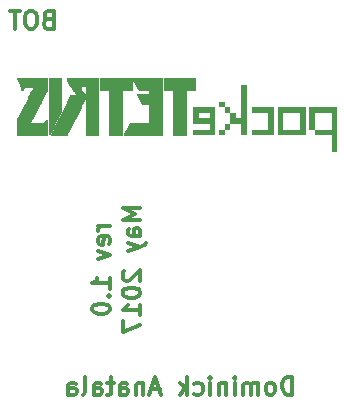
<source format=gbr>
G04 #@! TF.GenerationSoftware,KiCad,Pcbnew,(5.0.1)-4*
G04 #@! TF.CreationDate,2018-12-10T10:24:33+00:00*
G04 #@! TF.ProjectId,tinytetris,74696E797465747269732E6B69636164,rev?*
G04 #@! TF.SameCoordinates,Original*
G04 #@! TF.FileFunction,Legend,Bot*
G04 #@! TF.FilePolarity,Positive*
%FSLAX46Y46*%
G04 Gerber Fmt 4.6, Leading zero omitted, Abs format (unit mm)*
G04 Created by KiCad (PCBNEW (5.0.1)-4) date 10/12/2018 10:24:33*
%MOMM*%
%LPD*%
G01*
G04 APERTURE LIST*
%ADD10C,0.300000*%
%ADD11C,0.010000*%
%ADD12C,0.150000*%
G04 APERTURE END LIST*
D10*
X162118285Y-109898571D02*
X162118285Y-108398571D01*
X161761142Y-108398571D01*
X161546857Y-108470000D01*
X161404000Y-108612857D01*
X161332571Y-108755714D01*
X161261142Y-109041428D01*
X161261142Y-109255714D01*
X161332571Y-109541428D01*
X161404000Y-109684285D01*
X161546857Y-109827142D01*
X161761142Y-109898571D01*
X162118285Y-109898571D01*
X160404000Y-109898571D02*
X160546857Y-109827142D01*
X160618285Y-109755714D01*
X160689714Y-109612857D01*
X160689714Y-109184285D01*
X160618285Y-109041428D01*
X160546857Y-108970000D01*
X160404000Y-108898571D01*
X160189714Y-108898571D01*
X160046857Y-108970000D01*
X159975428Y-109041428D01*
X159904000Y-109184285D01*
X159904000Y-109612857D01*
X159975428Y-109755714D01*
X160046857Y-109827142D01*
X160189714Y-109898571D01*
X160404000Y-109898571D01*
X159261142Y-109898571D02*
X159261142Y-108898571D01*
X159261142Y-109041428D02*
X159189714Y-108970000D01*
X159046857Y-108898571D01*
X158832571Y-108898571D01*
X158689714Y-108970000D01*
X158618285Y-109112857D01*
X158618285Y-109898571D01*
X158618285Y-109112857D02*
X158546857Y-108970000D01*
X158404000Y-108898571D01*
X158189714Y-108898571D01*
X158046857Y-108970000D01*
X157975428Y-109112857D01*
X157975428Y-109898571D01*
X157261142Y-109898571D02*
X157261142Y-108898571D01*
X157261142Y-108398571D02*
X157332571Y-108470000D01*
X157261142Y-108541428D01*
X157189714Y-108470000D01*
X157261142Y-108398571D01*
X157261142Y-108541428D01*
X156546857Y-108898571D02*
X156546857Y-109898571D01*
X156546857Y-109041428D02*
X156475428Y-108970000D01*
X156332571Y-108898571D01*
X156118285Y-108898571D01*
X155975428Y-108970000D01*
X155904000Y-109112857D01*
X155904000Y-109898571D01*
X155189714Y-109898571D02*
X155189714Y-108898571D01*
X155189714Y-108398571D02*
X155261142Y-108470000D01*
X155189714Y-108541428D01*
X155118285Y-108470000D01*
X155189714Y-108398571D01*
X155189714Y-108541428D01*
X153832571Y-109827142D02*
X153975428Y-109898571D01*
X154261142Y-109898571D01*
X154404000Y-109827142D01*
X154475428Y-109755714D01*
X154546857Y-109612857D01*
X154546857Y-109184285D01*
X154475428Y-109041428D01*
X154404000Y-108970000D01*
X154261142Y-108898571D01*
X153975428Y-108898571D01*
X153832571Y-108970000D01*
X153189714Y-109898571D02*
X153189714Y-108398571D01*
X153046857Y-109327142D02*
X152618285Y-109898571D01*
X152618285Y-108898571D02*
X153189714Y-109470000D01*
X150904000Y-109470000D02*
X150189714Y-109470000D01*
X151046857Y-109898571D02*
X150546857Y-108398571D01*
X150046857Y-109898571D01*
X149546857Y-108898571D02*
X149546857Y-109898571D01*
X149546857Y-109041428D02*
X149475428Y-108970000D01*
X149332571Y-108898571D01*
X149118285Y-108898571D01*
X148975428Y-108970000D01*
X148904000Y-109112857D01*
X148904000Y-109898571D01*
X147546857Y-109898571D02*
X147546857Y-109112857D01*
X147618285Y-108970000D01*
X147761142Y-108898571D01*
X148046857Y-108898571D01*
X148189714Y-108970000D01*
X147546857Y-109827142D02*
X147689714Y-109898571D01*
X148046857Y-109898571D01*
X148189714Y-109827142D01*
X148261142Y-109684285D01*
X148261142Y-109541428D01*
X148189714Y-109398571D01*
X148046857Y-109327142D01*
X147689714Y-109327142D01*
X147546857Y-109255714D01*
X147046857Y-108898571D02*
X146475428Y-108898571D01*
X146832571Y-108398571D02*
X146832571Y-109684285D01*
X146761142Y-109827142D01*
X146618285Y-109898571D01*
X146475428Y-109898571D01*
X145332571Y-109898571D02*
X145332571Y-109112857D01*
X145404000Y-108970000D01*
X145546857Y-108898571D01*
X145832571Y-108898571D01*
X145975428Y-108970000D01*
X145332571Y-109827142D02*
X145475428Y-109898571D01*
X145832571Y-109898571D01*
X145975428Y-109827142D01*
X146046857Y-109684285D01*
X146046857Y-109541428D01*
X145975428Y-109398571D01*
X145832571Y-109327142D01*
X145475428Y-109327142D01*
X145332571Y-109255714D01*
X144404000Y-109898571D02*
X144546857Y-109827142D01*
X144618285Y-109684285D01*
X144618285Y-108398571D01*
X143189714Y-109898571D02*
X143189714Y-109112857D01*
X143261142Y-108970000D01*
X143404000Y-108898571D01*
X143689714Y-108898571D01*
X143832571Y-108970000D01*
X143189714Y-109827142D02*
X143332571Y-109898571D01*
X143689714Y-109898571D01*
X143832571Y-109827142D01*
X143904000Y-109684285D01*
X143904000Y-109541428D01*
X143832571Y-109398571D01*
X143689714Y-109327142D01*
X143332571Y-109327142D01*
X143189714Y-109255714D01*
X141458000Y-78124857D02*
X141243714Y-78196285D01*
X141172285Y-78267714D01*
X141100857Y-78410571D01*
X141100857Y-78624857D01*
X141172285Y-78767714D01*
X141243714Y-78839142D01*
X141386571Y-78910571D01*
X141958000Y-78910571D01*
X141958000Y-77410571D01*
X141458000Y-77410571D01*
X141315142Y-77482000D01*
X141243714Y-77553428D01*
X141172285Y-77696285D01*
X141172285Y-77839142D01*
X141243714Y-77982000D01*
X141315142Y-78053428D01*
X141458000Y-78124857D01*
X141958000Y-78124857D01*
X140172285Y-77410571D02*
X139886571Y-77410571D01*
X139743714Y-77482000D01*
X139600857Y-77624857D01*
X139529428Y-77910571D01*
X139529428Y-78410571D01*
X139600857Y-78696285D01*
X139743714Y-78839142D01*
X139886571Y-78910571D01*
X140172285Y-78910571D01*
X140315142Y-78839142D01*
X140458000Y-78696285D01*
X140529428Y-78410571D01*
X140529428Y-77910571D01*
X140458000Y-77624857D01*
X140315142Y-77482000D01*
X140172285Y-77410571D01*
X139100857Y-77410571D02*
X138243714Y-77410571D01*
X138672285Y-78910571D02*
X138672285Y-77410571D01*
X146723571Y-95635428D02*
X145723571Y-95635428D01*
X146009285Y-95635428D02*
X145866428Y-95706857D01*
X145795000Y-95778285D01*
X145723571Y-95921142D01*
X145723571Y-96064000D01*
X146652142Y-97135428D02*
X146723571Y-96992571D01*
X146723571Y-96706857D01*
X146652142Y-96564000D01*
X146509285Y-96492571D01*
X145937857Y-96492571D01*
X145795000Y-96564000D01*
X145723571Y-96706857D01*
X145723571Y-96992571D01*
X145795000Y-97135428D01*
X145937857Y-97206857D01*
X146080714Y-97206857D01*
X146223571Y-96492571D01*
X145723571Y-97706857D02*
X146723571Y-98064000D01*
X145723571Y-98421142D01*
X146723571Y-100921142D02*
X146723571Y-100064000D01*
X146723571Y-100492571D02*
X145223571Y-100492571D01*
X145437857Y-100349714D01*
X145580714Y-100206857D01*
X145652142Y-100064000D01*
X146580714Y-101564000D02*
X146652142Y-101635428D01*
X146723571Y-101564000D01*
X146652142Y-101492571D01*
X146580714Y-101564000D01*
X146723571Y-101564000D01*
X145223571Y-102564000D02*
X145223571Y-102706857D01*
X145295000Y-102849714D01*
X145366428Y-102921142D01*
X145509285Y-102992571D01*
X145795000Y-103064000D01*
X146152142Y-103064000D01*
X146437857Y-102992571D01*
X146580714Y-102921142D01*
X146652142Y-102849714D01*
X146723571Y-102706857D01*
X146723571Y-102564000D01*
X146652142Y-102421142D01*
X146580714Y-102349714D01*
X146437857Y-102278285D01*
X146152142Y-102206857D01*
X145795000Y-102206857D01*
X145509285Y-102278285D01*
X145366428Y-102349714D01*
X145295000Y-102421142D01*
X145223571Y-102564000D01*
X149273571Y-94135428D02*
X147773571Y-94135428D01*
X148845000Y-94635428D01*
X147773571Y-95135428D01*
X149273571Y-95135428D01*
X149273571Y-96492571D02*
X148487857Y-96492571D01*
X148345000Y-96421142D01*
X148273571Y-96278285D01*
X148273571Y-95992571D01*
X148345000Y-95849714D01*
X149202142Y-96492571D02*
X149273571Y-96349714D01*
X149273571Y-95992571D01*
X149202142Y-95849714D01*
X149059285Y-95778285D01*
X148916428Y-95778285D01*
X148773571Y-95849714D01*
X148702142Y-95992571D01*
X148702142Y-96349714D01*
X148630714Y-96492571D01*
X148273571Y-97064000D02*
X149273571Y-97421142D01*
X148273571Y-97778285D02*
X149273571Y-97421142D01*
X149630714Y-97278285D01*
X149702142Y-97206857D01*
X149773571Y-97064000D01*
X147916428Y-99421142D02*
X147845000Y-99492571D01*
X147773571Y-99635428D01*
X147773571Y-99992571D01*
X147845000Y-100135428D01*
X147916428Y-100206857D01*
X148059285Y-100278285D01*
X148202142Y-100278285D01*
X148416428Y-100206857D01*
X149273571Y-99349714D01*
X149273571Y-100278285D01*
X147773571Y-101206857D02*
X147773571Y-101349714D01*
X147845000Y-101492571D01*
X147916428Y-101564000D01*
X148059285Y-101635428D01*
X148345000Y-101706857D01*
X148702142Y-101706857D01*
X148987857Y-101635428D01*
X149130714Y-101564000D01*
X149202142Y-101492571D01*
X149273571Y-101349714D01*
X149273571Y-101206857D01*
X149202142Y-101064000D01*
X149130714Y-100992571D01*
X148987857Y-100921142D01*
X148702142Y-100849714D01*
X148345000Y-100849714D01*
X148059285Y-100921142D01*
X147916428Y-100992571D01*
X147845000Y-101064000D01*
X147773571Y-101206857D01*
X149273571Y-103135428D02*
X149273571Y-102278285D01*
X149273571Y-102706857D02*
X147773571Y-102706857D01*
X147987857Y-102564000D01*
X148130714Y-102421142D01*
X148202142Y-102278285D01*
X147773571Y-103635428D02*
X147773571Y-104635428D01*
X149273571Y-103992571D01*
D11*
G04 #@! TO.C,pockeTETRIS*
G36*
X153896985Y-83058000D02*
X153818268Y-83058000D01*
X153818268Y-83136717D01*
X153896985Y-83136717D01*
X153896985Y-83058000D01*
X153896985Y-83058000D01*
G37*
X153896985Y-83058000D02*
X153818268Y-83058000D01*
X153818268Y-83136717D01*
X153896985Y-83136717D01*
X153896985Y-83058000D01*
G36*
X153818268Y-83058000D02*
X153739551Y-83058000D01*
X153739551Y-83136717D01*
X153818268Y-83136717D01*
X153818268Y-83058000D01*
X153818268Y-83058000D01*
G37*
X153818268Y-83058000D02*
X153739551Y-83058000D01*
X153739551Y-83136717D01*
X153818268Y-83136717D01*
X153818268Y-83058000D01*
G36*
X153739551Y-83058000D02*
X153660834Y-83058000D01*
X153660834Y-83136717D01*
X153739551Y-83136717D01*
X153739551Y-83058000D01*
X153739551Y-83058000D01*
G37*
X153739551Y-83058000D02*
X153660834Y-83058000D01*
X153660834Y-83136717D01*
X153739551Y-83136717D01*
X153739551Y-83058000D01*
G36*
X153660834Y-83058000D02*
X153582117Y-83058000D01*
X153582117Y-83136717D01*
X153660834Y-83136717D01*
X153660834Y-83058000D01*
X153660834Y-83058000D01*
G37*
X153660834Y-83058000D02*
X153582117Y-83058000D01*
X153582117Y-83136717D01*
X153660834Y-83136717D01*
X153660834Y-83058000D01*
G36*
X153582117Y-83058000D02*
X153503399Y-83058000D01*
X153503399Y-83136717D01*
X153582117Y-83136717D01*
X153582117Y-83058000D01*
X153582117Y-83058000D01*
G37*
X153582117Y-83058000D02*
X153503399Y-83058000D01*
X153503399Y-83136717D01*
X153582117Y-83136717D01*
X153582117Y-83058000D01*
G36*
X153503399Y-83058000D02*
X153424682Y-83058000D01*
X153424682Y-83136717D01*
X153503399Y-83136717D01*
X153503399Y-83058000D01*
X153503399Y-83058000D01*
G37*
X153503399Y-83058000D02*
X153424682Y-83058000D01*
X153424682Y-83136717D01*
X153503399Y-83136717D01*
X153503399Y-83058000D01*
G36*
X153424682Y-83058000D02*
X153345965Y-83058000D01*
X153345965Y-83136717D01*
X153424682Y-83136717D01*
X153424682Y-83058000D01*
X153424682Y-83058000D01*
G37*
X153424682Y-83058000D02*
X153345965Y-83058000D01*
X153345965Y-83136717D01*
X153424682Y-83136717D01*
X153424682Y-83058000D01*
G36*
X153345965Y-83058000D02*
X153267248Y-83058000D01*
X153267248Y-83136717D01*
X153345965Y-83136717D01*
X153345965Y-83058000D01*
X153345965Y-83058000D01*
G37*
X153345965Y-83058000D02*
X153267248Y-83058000D01*
X153267248Y-83136717D01*
X153345965Y-83136717D01*
X153345965Y-83058000D01*
G36*
X153267248Y-83058000D02*
X153188531Y-83058000D01*
X153188531Y-83136717D01*
X153267248Y-83136717D01*
X153267248Y-83058000D01*
X153267248Y-83058000D01*
G37*
X153267248Y-83058000D02*
X153188531Y-83058000D01*
X153188531Y-83136717D01*
X153267248Y-83136717D01*
X153267248Y-83058000D01*
G36*
X153188531Y-83058000D02*
X153109813Y-83058000D01*
X153109813Y-83136717D01*
X153188531Y-83136717D01*
X153188531Y-83058000D01*
X153188531Y-83058000D01*
G37*
X153188531Y-83058000D02*
X153109813Y-83058000D01*
X153109813Y-83136717D01*
X153188531Y-83136717D01*
X153188531Y-83058000D01*
G36*
X153109813Y-83058000D02*
X153031096Y-83058000D01*
X153031096Y-83136717D01*
X153109813Y-83136717D01*
X153109813Y-83058000D01*
X153109813Y-83058000D01*
G37*
X153109813Y-83058000D02*
X153031096Y-83058000D01*
X153031096Y-83136717D01*
X153109813Y-83136717D01*
X153109813Y-83058000D01*
G36*
X153031096Y-83058000D02*
X152952379Y-83058000D01*
X152952379Y-83136717D01*
X153031096Y-83136717D01*
X153031096Y-83058000D01*
X153031096Y-83058000D01*
G37*
X153031096Y-83058000D02*
X152952379Y-83058000D01*
X152952379Y-83136717D01*
X153031096Y-83136717D01*
X153031096Y-83058000D01*
G36*
X152952379Y-83058000D02*
X152873662Y-83058000D01*
X152873662Y-83136717D01*
X152952379Y-83136717D01*
X152952379Y-83058000D01*
X152952379Y-83058000D01*
G37*
X152952379Y-83058000D02*
X152873662Y-83058000D01*
X152873662Y-83136717D01*
X152952379Y-83136717D01*
X152952379Y-83058000D01*
G36*
X152873662Y-83058000D02*
X152794945Y-83058000D01*
X152794945Y-83136717D01*
X152873662Y-83136717D01*
X152873662Y-83058000D01*
X152873662Y-83058000D01*
G37*
X152873662Y-83058000D02*
X152794945Y-83058000D01*
X152794945Y-83136717D01*
X152873662Y-83136717D01*
X152873662Y-83058000D01*
G36*
X152794945Y-83058000D02*
X152716227Y-83058000D01*
X152716227Y-83136717D01*
X152794945Y-83136717D01*
X152794945Y-83058000D01*
X152794945Y-83058000D01*
G37*
X152794945Y-83058000D02*
X152716227Y-83058000D01*
X152716227Y-83136717D01*
X152794945Y-83136717D01*
X152794945Y-83058000D01*
G36*
X152716227Y-83058000D02*
X152637510Y-83058000D01*
X152637510Y-83136717D01*
X152716227Y-83136717D01*
X152716227Y-83058000D01*
X152716227Y-83058000D01*
G37*
X152716227Y-83058000D02*
X152637510Y-83058000D01*
X152637510Y-83136717D01*
X152716227Y-83136717D01*
X152716227Y-83058000D01*
G36*
X152637510Y-83058000D02*
X152558793Y-83058000D01*
X152558793Y-83136717D01*
X152637510Y-83136717D01*
X152637510Y-83058000D01*
X152637510Y-83058000D01*
G37*
X152637510Y-83058000D02*
X152558793Y-83058000D01*
X152558793Y-83136717D01*
X152637510Y-83136717D01*
X152637510Y-83058000D01*
G36*
X152558793Y-83058000D02*
X152480076Y-83058000D01*
X152480076Y-83136717D01*
X152558793Y-83136717D01*
X152558793Y-83058000D01*
X152558793Y-83058000D01*
G37*
X152558793Y-83058000D02*
X152480076Y-83058000D01*
X152480076Y-83136717D01*
X152558793Y-83136717D01*
X152558793Y-83058000D01*
G36*
X152480076Y-83058000D02*
X152401359Y-83058000D01*
X152401359Y-83136717D01*
X152480076Y-83136717D01*
X152480076Y-83058000D01*
X152480076Y-83058000D01*
G37*
X152480076Y-83058000D02*
X152401359Y-83058000D01*
X152401359Y-83136717D01*
X152480076Y-83136717D01*
X152480076Y-83058000D01*
G36*
X152401359Y-83058000D02*
X152322641Y-83058000D01*
X152322641Y-83136717D01*
X152401359Y-83136717D01*
X152401359Y-83058000D01*
X152401359Y-83058000D01*
G37*
X152401359Y-83058000D02*
X152322641Y-83058000D01*
X152322641Y-83136717D01*
X152401359Y-83136717D01*
X152401359Y-83058000D01*
G36*
X152322641Y-83058000D02*
X152243924Y-83058000D01*
X152243924Y-83136717D01*
X152322641Y-83136717D01*
X152322641Y-83058000D01*
X152322641Y-83058000D01*
G37*
X152322641Y-83058000D02*
X152243924Y-83058000D01*
X152243924Y-83136717D01*
X152322641Y-83136717D01*
X152322641Y-83058000D01*
G36*
X152243924Y-83058000D02*
X152165207Y-83058000D01*
X152165207Y-83136717D01*
X152243924Y-83136717D01*
X152243924Y-83058000D01*
X152243924Y-83058000D01*
G37*
X152243924Y-83058000D02*
X152165207Y-83058000D01*
X152165207Y-83136717D01*
X152243924Y-83136717D01*
X152243924Y-83058000D01*
G36*
X152165207Y-83058000D02*
X152086490Y-83058000D01*
X152086490Y-83136717D01*
X152165207Y-83136717D01*
X152165207Y-83058000D01*
X152165207Y-83058000D01*
G37*
X152165207Y-83058000D02*
X152086490Y-83058000D01*
X152086490Y-83136717D01*
X152165207Y-83136717D01*
X152165207Y-83058000D01*
G36*
X152086490Y-83058000D02*
X152007773Y-83058000D01*
X152007773Y-83136717D01*
X152086490Y-83136717D01*
X152086490Y-83058000D01*
X152086490Y-83058000D01*
G37*
X152086490Y-83058000D02*
X152007773Y-83058000D01*
X152007773Y-83136717D01*
X152086490Y-83136717D01*
X152086490Y-83058000D01*
G36*
X152007773Y-83058000D02*
X151929055Y-83058000D01*
X151929055Y-83136717D01*
X152007773Y-83136717D01*
X152007773Y-83058000D01*
X152007773Y-83058000D01*
G37*
X152007773Y-83058000D02*
X151929055Y-83058000D01*
X151929055Y-83136717D01*
X152007773Y-83136717D01*
X152007773Y-83058000D01*
G36*
X151929055Y-83058000D02*
X151850338Y-83058000D01*
X151850338Y-83136717D01*
X151929055Y-83136717D01*
X151929055Y-83058000D01*
X151929055Y-83058000D01*
G37*
X151929055Y-83058000D02*
X151850338Y-83058000D01*
X151850338Y-83136717D01*
X151929055Y-83136717D01*
X151929055Y-83058000D01*
G36*
X151850338Y-83058000D02*
X151771621Y-83058000D01*
X151771621Y-83136717D01*
X151850338Y-83136717D01*
X151850338Y-83058000D01*
X151850338Y-83058000D01*
G37*
X151850338Y-83058000D02*
X151771621Y-83058000D01*
X151771621Y-83136717D01*
X151850338Y-83136717D01*
X151850338Y-83058000D01*
G36*
X151771621Y-83058000D02*
X151692904Y-83058000D01*
X151692904Y-83136717D01*
X151771621Y-83136717D01*
X151771621Y-83058000D01*
X151771621Y-83058000D01*
G37*
X151771621Y-83058000D02*
X151692904Y-83058000D01*
X151692904Y-83136717D01*
X151771621Y-83136717D01*
X151771621Y-83058000D01*
G36*
X151692904Y-83058000D02*
X151614187Y-83058000D01*
X151614187Y-83136717D01*
X151692904Y-83136717D01*
X151692904Y-83058000D01*
X151692904Y-83058000D01*
G37*
X151692904Y-83058000D02*
X151614187Y-83058000D01*
X151614187Y-83136717D01*
X151692904Y-83136717D01*
X151692904Y-83058000D01*
G36*
X151614187Y-83058000D02*
X151535469Y-83058000D01*
X151535469Y-83136717D01*
X151614187Y-83136717D01*
X151614187Y-83058000D01*
X151614187Y-83058000D01*
G37*
X151614187Y-83058000D02*
X151535469Y-83058000D01*
X151535469Y-83136717D01*
X151614187Y-83136717D01*
X151614187Y-83058000D01*
G36*
X151535469Y-83058000D02*
X151456752Y-83058000D01*
X151456752Y-83136717D01*
X151535469Y-83136717D01*
X151535469Y-83058000D01*
X151535469Y-83058000D01*
G37*
X151535469Y-83058000D02*
X151456752Y-83058000D01*
X151456752Y-83136717D01*
X151535469Y-83136717D01*
X151535469Y-83058000D01*
G36*
X151456752Y-83058000D02*
X151378035Y-83058000D01*
X151378035Y-83136717D01*
X151456752Y-83136717D01*
X151456752Y-83058000D01*
X151456752Y-83058000D01*
G37*
X151456752Y-83058000D02*
X151378035Y-83058000D01*
X151378035Y-83136717D01*
X151456752Y-83136717D01*
X151456752Y-83058000D01*
G36*
X151378035Y-83058000D02*
X151299318Y-83058000D01*
X151299318Y-83136717D01*
X151378035Y-83136717D01*
X151378035Y-83058000D01*
X151378035Y-83058000D01*
G37*
X151378035Y-83058000D02*
X151299318Y-83058000D01*
X151299318Y-83136717D01*
X151378035Y-83136717D01*
X151378035Y-83058000D01*
G36*
X151141883Y-83058000D02*
X151063166Y-83058000D01*
X151063166Y-83136717D01*
X151141883Y-83136717D01*
X151141883Y-83058000D01*
X151141883Y-83058000D01*
G37*
X151141883Y-83058000D02*
X151063166Y-83058000D01*
X151063166Y-83136717D01*
X151141883Y-83136717D01*
X151141883Y-83058000D01*
G36*
X151063166Y-83058000D02*
X150984449Y-83058000D01*
X150984449Y-83136717D01*
X151063166Y-83136717D01*
X151063166Y-83058000D01*
X151063166Y-83058000D01*
G37*
X151063166Y-83058000D02*
X150984449Y-83058000D01*
X150984449Y-83136717D01*
X151063166Y-83136717D01*
X151063166Y-83058000D01*
G36*
X150984449Y-83058000D02*
X150905732Y-83058000D01*
X150905732Y-83136717D01*
X150984449Y-83136717D01*
X150984449Y-83058000D01*
X150984449Y-83058000D01*
G37*
X150984449Y-83058000D02*
X150905732Y-83058000D01*
X150905732Y-83136717D01*
X150984449Y-83136717D01*
X150984449Y-83058000D01*
G36*
X150905732Y-83058000D02*
X150827015Y-83058000D01*
X150827015Y-83136717D01*
X150905732Y-83136717D01*
X150905732Y-83058000D01*
X150905732Y-83058000D01*
G37*
X150905732Y-83058000D02*
X150827015Y-83058000D01*
X150827015Y-83136717D01*
X150905732Y-83136717D01*
X150905732Y-83058000D01*
G36*
X150827015Y-83058000D02*
X150748297Y-83058000D01*
X150748297Y-83136717D01*
X150827015Y-83136717D01*
X150827015Y-83058000D01*
X150827015Y-83058000D01*
G37*
X150827015Y-83058000D02*
X150748297Y-83058000D01*
X150748297Y-83136717D01*
X150827015Y-83136717D01*
X150827015Y-83058000D01*
G36*
X150748297Y-83058000D02*
X150669580Y-83058000D01*
X150669580Y-83136717D01*
X150748297Y-83136717D01*
X150748297Y-83058000D01*
X150748297Y-83058000D01*
G37*
X150748297Y-83058000D02*
X150669580Y-83058000D01*
X150669580Y-83136717D01*
X150748297Y-83136717D01*
X150748297Y-83058000D01*
G36*
X150669580Y-83058000D02*
X150590863Y-83058000D01*
X150590863Y-83136717D01*
X150669580Y-83136717D01*
X150669580Y-83058000D01*
X150669580Y-83058000D01*
G37*
X150669580Y-83058000D02*
X150590863Y-83058000D01*
X150590863Y-83136717D01*
X150669580Y-83136717D01*
X150669580Y-83058000D01*
G36*
X150590863Y-83058000D02*
X150512146Y-83058000D01*
X150512146Y-83136717D01*
X150590863Y-83136717D01*
X150590863Y-83058000D01*
X150590863Y-83058000D01*
G37*
X150590863Y-83058000D02*
X150512146Y-83058000D01*
X150512146Y-83136717D01*
X150590863Y-83136717D01*
X150590863Y-83058000D01*
G36*
X150512146Y-83058000D02*
X150433429Y-83058000D01*
X150433429Y-83136717D01*
X150512146Y-83136717D01*
X150512146Y-83058000D01*
X150512146Y-83058000D01*
G37*
X150512146Y-83058000D02*
X150433429Y-83058000D01*
X150433429Y-83136717D01*
X150512146Y-83136717D01*
X150512146Y-83058000D01*
G36*
X150433429Y-83058000D02*
X150354711Y-83058000D01*
X150354711Y-83136717D01*
X150433429Y-83136717D01*
X150433429Y-83058000D01*
X150433429Y-83058000D01*
G37*
X150433429Y-83058000D02*
X150354711Y-83058000D01*
X150354711Y-83136717D01*
X150433429Y-83136717D01*
X150433429Y-83058000D01*
G36*
X150354711Y-83058000D02*
X150275994Y-83058000D01*
X150275994Y-83136717D01*
X150354711Y-83136717D01*
X150354711Y-83058000D01*
X150354711Y-83058000D01*
G37*
X150354711Y-83058000D02*
X150275994Y-83058000D01*
X150275994Y-83136717D01*
X150354711Y-83136717D01*
X150354711Y-83058000D01*
G36*
X150275994Y-83058000D02*
X150197277Y-83058000D01*
X150197277Y-83136717D01*
X150275994Y-83136717D01*
X150275994Y-83058000D01*
X150275994Y-83058000D01*
G37*
X150275994Y-83058000D02*
X150197277Y-83058000D01*
X150197277Y-83136717D01*
X150275994Y-83136717D01*
X150275994Y-83058000D01*
G36*
X150197277Y-83058000D02*
X150118560Y-83058000D01*
X150118560Y-83136717D01*
X150197277Y-83136717D01*
X150197277Y-83058000D01*
X150197277Y-83058000D01*
G37*
X150197277Y-83058000D02*
X150118560Y-83058000D01*
X150118560Y-83136717D01*
X150197277Y-83136717D01*
X150197277Y-83058000D01*
G36*
X150118560Y-83058000D02*
X150039843Y-83058000D01*
X150039843Y-83136717D01*
X150118560Y-83136717D01*
X150118560Y-83058000D01*
X150118560Y-83058000D01*
G37*
X150118560Y-83058000D02*
X150039843Y-83058000D01*
X150039843Y-83136717D01*
X150118560Y-83136717D01*
X150118560Y-83058000D01*
G36*
X150039843Y-83058000D02*
X149961125Y-83058000D01*
X149961125Y-83136717D01*
X150039843Y-83136717D01*
X150039843Y-83058000D01*
X150039843Y-83058000D01*
G37*
X150039843Y-83058000D02*
X149961125Y-83058000D01*
X149961125Y-83136717D01*
X150039843Y-83136717D01*
X150039843Y-83058000D01*
G36*
X149961125Y-83058000D02*
X149882408Y-83058000D01*
X149882408Y-83136717D01*
X149961125Y-83136717D01*
X149961125Y-83058000D01*
X149961125Y-83058000D01*
G37*
X149961125Y-83058000D02*
X149882408Y-83058000D01*
X149882408Y-83136717D01*
X149961125Y-83136717D01*
X149961125Y-83058000D01*
G36*
X149882408Y-83058000D02*
X149803691Y-83058000D01*
X149803691Y-83136717D01*
X149882408Y-83136717D01*
X149882408Y-83058000D01*
X149882408Y-83058000D01*
G37*
X149882408Y-83058000D02*
X149803691Y-83058000D01*
X149803691Y-83136717D01*
X149882408Y-83136717D01*
X149882408Y-83058000D01*
G36*
X149803691Y-83058000D02*
X149724974Y-83058000D01*
X149724974Y-83136717D01*
X149803691Y-83136717D01*
X149803691Y-83058000D01*
X149803691Y-83058000D01*
G37*
X149803691Y-83058000D02*
X149724974Y-83058000D01*
X149724974Y-83136717D01*
X149803691Y-83136717D01*
X149803691Y-83058000D01*
G36*
X149724974Y-83058000D02*
X149646257Y-83058000D01*
X149646257Y-83136717D01*
X149724974Y-83136717D01*
X149724974Y-83058000D01*
X149724974Y-83058000D01*
G37*
X149724974Y-83058000D02*
X149646257Y-83058000D01*
X149646257Y-83136717D01*
X149724974Y-83136717D01*
X149724974Y-83058000D01*
G36*
X149646257Y-83058000D02*
X149567539Y-83058000D01*
X149567539Y-83136717D01*
X149646257Y-83136717D01*
X149646257Y-83058000D01*
X149646257Y-83058000D01*
G37*
X149646257Y-83058000D02*
X149567539Y-83058000D01*
X149567539Y-83136717D01*
X149646257Y-83136717D01*
X149646257Y-83058000D01*
G36*
X149567539Y-83058000D02*
X149488822Y-83058000D01*
X149488822Y-83136717D01*
X149567539Y-83136717D01*
X149567539Y-83058000D01*
X149567539Y-83058000D01*
G37*
X149567539Y-83058000D02*
X149488822Y-83058000D01*
X149488822Y-83136717D01*
X149567539Y-83136717D01*
X149567539Y-83058000D01*
G36*
X149488822Y-83058000D02*
X149410105Y-83058000D01*
X149410105Y-83136717D01*
X149488822Y-83136717D01*
X149488822Y-83058000D01*
X149488822Y-83058000D01*
G37*
X149488822Y-83058000D02*
X149410105Y-83058000D01*
X149410105Y-83136717D01*
X149488822Y-83136717D01*
X149488822Y-83058000D01*
G36*
X149410105Y-83058000D02*
X149331388Y-83058000D01*
X149331388Y-83136717D01*
X149410105Y-83136717D01*
X149410105Y-83058000D01*
X149410105Y-83058000D01*
G37*
X149410105Y-83058000D02*
X149331388Y-83058000D01*
X149331388Y-83136717D01*
X149410105Y-83136717D01*
X149410105Y-83058000D01*
G36*
X149331388Y-83058000D02*
X149252671Y-83058000D01*
X149252671Y-83136717D01*
X149331388Y-83136717D01*
X149331388Y-83058000D01*
X149331388Y-83058000D01*
G37*
X149331388Y-83058000D02*
X149252671Y-83058000D01*
X149252671Y-83136717D01*
X149331388Y-83136717D01*
X149331388Y-83058000D01*
G36*
X149252671Y-83058000D02*
X149173953Y-83058000D01*
X149173953Y-83136717D01*
X149252671Y-83136717D01*
X149252671Y-83058000D01*
X149252671Y-83058000D01*
G37*
X149252671Y-83058000D02*
X149173953Y-83058000D01*
X149173953Y-83136717D01*
X149252671Y-83136717D01*
X149252671Y-83058000D01*
G36*
X149173953Y-83058000D02*
X149095236Y-83058000D01*
X149095236Y-83136717D01*
X149173953Y-83136717D01*
X149173953Y-83058000D01*
X149173953Y-83058000D01*
G37*
X149173953Y-83058000D02*
X149095236Y-83058000D01*
X149095236Y-83136717D01*
X149173953Y-83136717D01*
X149173953Y-83058000D01*
G36*
X149095236Y-83058000D02*
X149016519Y-83058000D01*
X149016519Y-83136717D01*
X149095236Y-83136717D01*
X149095236Y-83058000D01*
X149095236Y-83058000D01*
G37*
X149095236Y-83058000D02*
X149016519Y-83058000D01*
X149016519Y-83136717D01*
X149095236Y-83136717D01*
X149095236Y-83058000D01*
G36*
X149016519Y-83058000D02*
X148937802Y-83058000D01*
X148937802Y-83136717D01*
X149016519Y-83136717D01*
X149016519Y-83058000D01*
X149016519Y-83058000D01*
G37*
X149016519Y-83058000D02*
X148937802Y-83058000D01*
X148937802Y-83136717D01*
X149016519Y-83136717D01*
X149016519Y-83058000D01*
G36*
X148937802Y-83058000D02*
X148859085Y-83058000D01*
X148859085Y-83136717D01*
X148937802Y-83136717D01*
X148937802Y-83058000D01*
X148937802Y-83058000D01*
G37*
X148937802Y-83058000D02*
X148859085Y-83058000D01*
X148859085Y-83136717D01*
X148937802Y-83136717D01*
X148937802Y-83058000D01*
G36*
X148859085Y-83058000D02*
X148780367Y-83058000D01*
X148780367Y-83136717D01*
X148859085Y-83136717D01*
X148859085Y-83058000D01*
X148859085Y-83058000D01*
G37*
X148859085Y-83058000D02*
X148780367Y-83058000D01*
X148780367Y-83136717D01*
X148859085Y-83136717D01*
X148859085Y-83058000D01*
G36*
X148780367Y-83058000D02*
X148701650Y-83058000D01*
X148701650Y-83136717D01*
X148780367Y-83136717D01*
X148780367Y-83058000D01*
X148780367Y-83058000D01*
G37*
X148780367Y-83058000D02*
X148701650Y-83058000D01*
X148701650Y-83136717D01*
X148780367Y-83136717D01*
X148780367Y-83058000D01*
G36*
X148544216Y-83058000D02*
X148465499Y-83058000D01*
X148465499Y-83136717D01*
X148544216Y-83136717D01*
X148544216Y-83058000D01*
X148544216Y-83058000D01*
G37*
X148544216Y-83058000D02*
X148465499Y-83058000D01*
X148465499Y-83136717D01*
X148544216Y-83136717D01*
X148544216Y-83058000D01*
G36*
X148465499Y-83058000D02*
X148386781Y-83058000D01*
X148386781Y-83136717D01*
X148465499Y-83136717D01*
X148465499Y-83058000D01*
X148465499Y-83058000D01*
G37*
X148465499Y-83058000D02*
X148386781Y-83058000D01*
X148386781Y-83136717D01*
X148465499Y-83136717D01*
X148465499Y-83058000D01*
G36*
X148386781Y-83058000D02*
X148308064Y-83058000D01*
X148308064Y-83136717D01*
X148386781Y-83136717D01*
X148386781Y-83058000D01*
X148386781Y-83058000D01*
G37*
X148386781Y-83058000D02*
X148308064Y-83058000D01*
X148308064Y-83136717D01*
X148386781Y-83136717D01*
X148386781Y-83058000D01*
G36*
X148308064Y-83058000D02*
X148229347Y-83058000D01*
X148229347Y-83136717D01*
X148308064Y-83136717D01*
X148308064Y-83058000D01*
X148308064Y-83058000D01*
G37*
X148308064Y-83058000D02*
X148229347Y-83058000D01*
X148229347Y-83136717D01*
X148308064Y-83136717D01*
X148308064Y-83058000D01*
G36*
X148229347Y-83058000D02*
X148150630Y-83058000D01*
X148150630Y-83136717D01*
X148229347Y-83136717D01*
X148229347Y-83058000D01*
X148229347Y-83058000D01*
G37*
X148229347Y-83058000D02*
X148150630Y-83058000D01*
X148150630Y-83136717D01*
X148229347Y-83136717D01*
X148229347Y-83058000D01*
G36*
X148150630Y-83058000D02*
X148071913Y-83058000D01*
X148071913Y-83136717D01*
X148150630Y-83136717D01*
X148150630Y-83058000D01*
X148150630Y-83058000D01*
G37*
X148150630Y-83058000D02*
X148071913Y-83058000D01*
X148071913Y-83136717D01*
X148150630Y-83136717D01*
X148150630Y-83058000D01*
G36*
X148071913Y-83058000D02*
X147993195Y-83058000D01*
X147993195Y-83136717D01*
X148071913Y-83136717D01*
X148071913Y-83058000D01*
X148071913Y-83058000D01*
G37*
X148071913Y-83058000D02*
X147993195Y-83058000D01*
X147993195Y-83136717D01*
X148071913Y-83136717D01*
X148071913Y-83058000D01*
G36*
X147993195Y-83058000D02*
X147914478Y-83058000D01*
X147914478Y-83136717D01*
X147993195Y-83136717D01*
X147993195Y-83058000D01*
X147993195Y-83058000D01*
G37*
X147993195Y-83058000D02*
X147914478Y-83058000D01*
X147914478Y-83136717D01*
X147993195Y-83136717D01*
X147993195Y-83058000D01*
G36*
X147914478Y-83058000D02*
X147835761Y-83058000D01*
X147835761Y-83136717D01*
X147914478Y-83136717D01*
X147914478Y-83058000D01*
X147914478Y-83058000D01*
G37*
X147914478Y-83058000D02*
X147835761Y-83058000D01*
X147835761Y-83136717D01*
X147914478Y-83136717D01*
X147914478Y-83058000D01*
G36*
X147835761Y-83058000D02*
X147757044Y-83058000D01*
X147757044Y-83136717D01*
X147835761Y-83136717D01*
X147835761Y-83058000D01*
X147835761Y-83058000D01*
G37*
X147835761Y-83058000D02*
X147757044Y-83058000D01*
X147757044Y-83136717D01*
X147835761Y-83136717D01*
X147835761Y-83058000D01*
G36*
X147757044Y-83058000D02*
X147678327Y-83058000D01*
X147678327Y-83136717D01*
X147757044Y-83136717D01*
X147757044Y-83058000D01*
X147757044Y-83058000D01*
G37*
X147757044Y-83058000D02*
X147678327Y-83058000D01*
X147678327Y-83136717D01*
X147757044Y-83136717D01*
X147757044Y-83058000D01*
G36*
X147678327Y-83058000D02*
X147599609Y-83058000D01*
X147599609Y-83136717D01*
X147678327Y-83136717D01*
X147678327Y-83058000D01*
X147678327Y-83058000D01*
G37*
X147678327Y-83058000D02*
X147599609Y-83058000D01*
X147599609Y-83136717D01*
X147678327Y-83136717D01*
X147678327Y-83058000D01*
G36*
X147599609Y-83058000D02*
X147520892Y-83058000D01*
X147520892Y-83136717D01*
X147599609Y-83136717D01*
X147599609Y-83058000D01*
X147599609Y-83058000D01*
G37*
X147599609Y-83058000D02*
X147520892Y-83058000D01*
X147520892Y-83136717D01*
X147599609Y-83136717D01*
X147599609Y-83058000D01*
G36*
X147520892Y-83058000D02*
X147442175Y-83058000D01*
X147442175Y-83136717D01*
X147520892Y-83136717D01*
X147520892Y-83058000D01*
X147520892Y-83058000D01*
G37*
X147520892Y-83058000D02*
X147442175Y-83058000D01*
X147442175Y-83136717D01*
X147520892Y-83136717D01*
X147520892Y-83058000D01*
G36*
X147442175Y-83058000D02*
X147363458Y-83058000D01*
X147363458Y-83136717D01*
X147442175Y-83136717D01*
X147442175Y-83058000D01*
X147442175Y-83058000D01*
G37*
X147442175Y-83058000D02*
X147363458Y-83058000D01*
X147363458Y-83136717D01*
X147442175Y-83136717D01*
X147442175Y-83058000D01*
G36*
X147363458Y-83058000D02*
X147284741Y-83058000D01*
X147284741Y-83136717D01*
X147363458Y-83136717D01*
X147363458Y-83058000D01*
X147363458Y-83058000D01*
G37*
X147363458Y-83058000D02*
X147284741Y-83058000D01*
X147284741Y-83136717D01*
X147363458Y-83136717D01*
X147363458Y-83058000D01*
G36*
X147284741Y-83058000D02*
X147206023Y-83058000D01*
X147206023Y-83136717D01*
X147284741Y-83136717D01*
X147284741Y-83058000D01*
X147284741Y-83058000D01*
G37*
X147284741Y-83058000D02*
X147206023Y-83058000D01*
X147206023Y-83136717D01*
X147284741Y-83136717D01*
X147284741Y-83058000D01*
G36*
X147206023Y-83058000D02*
X147127306Y-83058000D01*
X147127306Y-83136717D01*
X147206023Y-83136717D01*
X147206023Y-83058000D01*
X147206023Y-83058000D01*
G37*
X147206023Y-83058000D02*
X147127306Y-83058000D01*
X147127306Y-83136717D01*
X147206023Y-83136717D01*
X147206023Y-83058000D01*
G36*
X147127306Y-83058000D02*
X147048589Y-83058000D01*
X147048589Y-83136717D01*
X147127306Y-83136717D01*
X147127306Y-83058000D01*
X147127306Y-83058000D01*
G37*
X147127306Y-83058000D02*
X147048589Y-83058000D01*
X147048589Y-83136717D01*
X147127306Y-83136717D01*
X147127306Y-83058000D01*
G36*
X147048589Y-83058000D02*
X146969872Y-83058000D01*
X146969872Y-83136717D01*
X147048589Y-83136717D01*
X147048589Y-83058000D01*
X147048589Y-83058000D01*
G37*
X147048589Y-83058000D02*
X146969872Y-83058000D01*
X146969872Y-83136717D01*
X147048589Y-83136717D01*
X147048589Y-83058000D01*
G36*
X146969872Y-83058000D02*
X146891155Y-83058000D01*
X146891155Y-83136717D01*
X146969872Y-83136717D01*
X146969872Y-83058000D01*
X146969872Y-83058000D01*
G37*
X146969872Y-83058000D02*
X146891155Y-83058000D01*
X146891155Y-83136717D01*
X146969872Y-83136717D01*
X146969872Y-83058000D01*
G36*
X146891155Y-83058000D02*
X146812437Y-83058000D01*
X146812437Y-83136717D01*
X146891155Y-83136717D01*
X146891155Y-83058000D01*
X146891155Y-83058000D01*
G37*
X146891155Y-83058000D02*
X146812437Y-83058000D01*
X146812437Y-83136717D01*
X146891155Y-83136717D01*
X146891155Y-83058000D01*
G36*
X146812437Y-83058000D02*
X146733720Y-83058000D01*
X146733720Y-83136717D01*
X146812437Y-83136717D01*
X146812437Y-83058000D01*
X146812437Y-83058000D01*
G37*
X146812437Y-83058000D02*
X146733720Y-83058000D01*
X146733720Y-83136717D01*
X146812437Y-83136717D01*
X146812437Y-83058000D01*
G36*
X146733720Y-83058000D02*
X146655003Y-83058000D01*
X146655003Y-83136717D01*
X146733720Y-83136717D01*
X146733720Y-83058000D01*
X146733720Y-83058000D01*
G37*
X146733720Y-83058000D02*
X146655003Y-83058000D01*
X146655003Y-83136717D01*
X146733720Y-83136717D01*
X146733720Y-83058000D01*
G36*
X146655003Y-83058000D02*
X146576286Y-83058000D01*
X146576286Y-83136717D01*
X146655003Y-83136717D01*
X146655003Y-83058000D01*
X146655003Y-83058000D01*
G37*
X146655003Y-83058000D02*
X146576286Y-83058000D01*
X146576286Y-83136717D01*
X146655003Y-83136717D01*
X146655003Y-83058000D01*
G36*
X146576286Y-83058000D02*
X146497569Y-83058000D01*
X146497569Y-83136717D01*
X146576286Y-83136717D01*
X146576286Y-83058000D01*
X146576286Y-83058000D01*
G37*
X146576286Y-83058000D02*
X146497569Y-83058000D01*
X146497569Y-83136717D01*
X146576286Y-83136717D01*
X146576286Y-83058000D01*
G36*
X146497569Y-83058000D02*
X146418851Y-83058000D01*
X146418851Y-83136717D01*
X146497569Y-83136717D01*
X146497569Y-83058000D01*
X146497569Y-83058000D01*
G37*
X146497569Y-83058000D02*
X146418851Y-83058000D01*
X146418851Y-83136717D01*
X146497569Y-83136717D01*
X146497569Y-83058000D01*
G36*
X146418851Y-83058000D02*
X146340134Y-83058000D01*
X146340134Y-83136717D01*
X146418851Y-83136717D01*
X146418851Y-83058000D01*
X146418851Y-83058000D01*
G37*
X146418851Y-83058000D02*
X146340134Y-83058000D01*
X146340134Y-83136717D01*
X146418851Y-83136717D01*
X146418851Y-83058000D01*
G36*
X146340134Y-83058000D02*
X146261417Y-83058000D01*
X146261417Y-83136717D01*
X146340134Y-83136717D01*
X146340134Y-83058000D01*
X146340134Y-83058000D01*
G37*
X146340134Y-83058000D02*
X146261417Y-83058000D01*
X146261417Y-83136717D01*
X146340134Y-83136717D01*
X146340134Y-83058000D01*
G36*
X146261417Y-83058000D02*
X146182700Y-83058000D01*
X146182700Y-83136717D01*
X146261417Y-83136717D01*
X146261417Y-83058000D01*
X146261417Y-83058000D01*
G37*
X146261417Y-83058000D02*
X146182700Y-83058000D01*
X146182700Y-83136717D01*
X146261417Y-83136717D01*
X146261417Y-83058000D01*
G36*
X146182700Y-83058000D02*
X146103982Y-83058000D01*
X146103982Y-83136717D01*
X146182700Y-83136717D01*
X146182700Y-83058000D01*
X146182700Y-83058000D01*
G37*
X146182700Y-83058000D02*
X146103982Y-83058000D01*
X146103982Y-83136717D01*
X146182700Y-83136717D01*
X146182700Y-83058000D01*
G36*
X146103982Y-83058000D02*
X146025265Y-83058000D01*
X146025265Y-83136717D01*
X146103982Y-83136717D01*
X146103982Y-83058000D01*
X146103982Y-83058000D01*
G37*
X146103982Y-83058000D02*
X146025265Y-83058000D01*
X146025265Y-83136717D01*
X146103982Y-83136717D01*
X146103982Y-83058000D01*
G36*
X146025265Y-83058000D02*
X145946548Y-83058000D01*
X145946548Y-83136717D01*
X146025265Y-83136717D01*
X146025265Y-83058000D01*
X146025265Y-83058000D01*
G37*
X146025265Y-83058000D02*
X145946548Y-83058000D01*
X145946548Y-83136717D01*
X146025265Y-83136717D01*
X146025265Y-83058000D01*
G36*
X145946548Y-83058000D02*
X145867831Y-83058000D01*
X145867831Y-83136717D01*
X145946548Y-83136717D01*
X145946548Y-83058000D01*
X145946548Y-83058000D01*
G37*
X145946548Y-83058000D02*
X145867831Y-83058000D01*
X145867831Y-83136717D01*
X145946548Y-83136717D01*
X145946548Y-83058000D01*
G36*
X145710396Y-83058000D02*
X145631679Y-83058000D01*
X145631679Y-83136717D01*
X145710396Y-83136717D01*
X145710396Y-83058000D01*
X145710396Y-83058000D01*
G37*
X145710396Y-83058000D02*
X145631679Y-83058000D01*
X145631679Y-83136717D01*
X145710396Y-83136717D01*
X145710396Y-83058000D01*
G36*
X145631679Y-83058000D02*
X145552962Y-83058000D01*
X145552962Y-83136717D01*
X145631679Y-83136717D01*
X145631679Y-83058000D01*
X145631679Y-83058000D01*
G37*
X145631679Y-83058000D02*
X145552962Y-83058000D01*
X145552962Y-83136717D01*
X145631679Y-83136717D01*
X145631679Y-83058000D01*
G36*
X145552962Y-83058000D02*
X145474245Y-83058000D01*
X145474245Y-83136717D01*
X145552962Y-83136717D01*
X145552962Y-83058000D01*
X145552962Y-83058000D01*
G37*
X145552962Y-83058000D02*
X145474245Y-83058000D01*
X145474245Y-83136717D01*
X145552962Y-83136717D01*
X145552962Y-83058000D01*
G36*
X145474245Y-83058000D02*
X145395528Y-83058000D01*
X145395528Y-83136717D01*
X145474245Y-83136717D01*
X145474245Y-83058000D01*
X145474245Y-83058000D01*
G37*
X145474245Y-83058000D02*
X145395528Y-83058000D01*
X145395528Y-83136717D01*
X145474245Y-83136717D01*
X145474245Y-83058000D01*
G36*
X145395528Y-83058000D02*
X145316810Y-83058000D01*
X145316810Y-83136717D01*
X145395528Y-83136717D01*
X145395528Y-83058000D01*
X145395528Y-83058000D01*
G37*
X145395528Y-83058000D02*
X145316810Y-83058000D01*
X145316810Y-83136717D01*
X145395528Y-83136717D01*
X145395528Y-83058000D01*
G36*
X145316810Y-83058000D02*
X145238093Y-83058000D01*
X145238093Y-83136717D01*
X145316810Y-83136717D01*
X145316810Y-83058000D01*
X145316810Y-83058000D01*
G37*
X145316810Y-83058000D02*
X145238093Y-83058000D01*
X145238093Y-83136717D01*
X145316810Y-83136717D01*
X145316810Y-83058000D01*
G36*
X145238093Y-83058000D02*
X145159376Y-83058000D01*
X145159376Y-83136717D01*
X145238093Y-83136717D01*
X145238093Y-83058000D01*
X145238093Y-83058000D01*
G37*
X145238093Y-83058000D02*
X145159376Y-83058000D01*
X145159376Y-83136717D01*
X145238093Y-83136717D01*
X145238093Y-83058000D01*
G36*
X145159376Y-83058000D02*
X145080659Y-83058000D01*
X145080659Y-83136717D01*
X145159376Y-83136717D01*
X145159376Y-83058000D01*
X145159376Y-83058000D01*
G37*
X145159376Y-83058000D02*
X145080659Y-83058000D01*
X145080659Y-83136717D01*
X145159376Y-83136717D01*
X145159376Y-83058000D01*
G36*
X145080659Y-83058000D02*
X145001942Y-83058000D01*
X145001942Y-83136717D01*
X145080659Y-83136717D01*
X145080659Y-83058000D01*
X145080659Y-83058000D01*
G37*
X145080659Y-83058000D02*
X145001942Y-83058000D01*
X145001942Y-83136717D01*
X145080659Y-83136717D01*
X145080659Y-83058000D01*
G36*
X145001942Y-83058000D02*
X144923224Y-83058000D01*
X144923224Y-83136717D01*
X145001942Y-83136717D01*
X145001942Y-83058000D01*
X145001942Y-83058000D01*
G37*
X145001942Y-83058000D02*
X144923224Y-83058000D01*
X144923224Y-83136717D01*
X145001942Y-83136717D01*
X145001942Y-83058000D01*
G36*
X144923224Y-83058000D02*
X144844507Y-83058000D01*
X144844507Y-83136717D01*
X144923224Y-83136717D01*
X144923224Y-83058000D01*
X144923224Y-83058000D01*
G37*
X144923224Y-83058000D02*
X144844507Y-83058000D01*
X144844507Y-83136717D01*
X144923224Y-83136717D01*
X144923224Y-83058000D01*
G36*
X144844507Y-83058000D02*
X144765790Y-83058000D01*
X144765790Y-83136717D01*
X144844507Y-83136717D01*
X144844507Y-83058000D01*
X144844507Y-83058000D01*
G37*
X144844507Y-83058000D02*
X144765790Y-83058000D01*
X144765790Y-83136717D01*
X144844507Y-83136717D01*
X144844507Y-83058000D01*
G36*
X144765790Y-83058000D02*
X144687073Y-83058000D01*
X144687073Y-83136717D01*
X144765790Y-83136717D01*
X144765790Y-83058000D01*
X144765790Y-83058000D01*
G37*
X144765790Y-83058000D02*
X144687073Y-83058000D01*
X144687073Y-83136717D01*
X144765790Y-83136717D01*
X144765790Y-83058000D01*
G36*
X144687073Y-83058000D02*
X144608356Y-83058000D01*
X144608356Y-83136717D01*
X144687073Y-83136717D01*
X144687073Y-83058000D01*
X144687073Y-83058000D01*
G37*
X144687073Y-83058000D02*
X144608356Y-83058000D01*
X144608356Y-83136717D01*
X144687073Y-83136717D01*
X144687073Y-83058000D01*
G36*
X144608356Y-83058000D02*
X144529638Y-83058000D01*
X144529638Y-83136717D01*
X144608356Y-83136717D01*
X144608356Y-83058000D01*
X144608356Y-83058000D01*
G37*
X144608356Y-83058000D02*
X144529638Y-83058000D01*
X144529638Y-83136717D01*
X144608356Y-83136717D01*
X144608356Y-83058000D01*
G36*
X144529638Y-83058000D02*
X144450921Y-83058000D01*
X144450921Y-83136717D01*
X144529638Y-83136717D01*
X144529638Y-83058000D01*
X144529638Y-83058000D01*
G37*
X144529638Y-83058000D02*
X144450921Y-83058000D01*
X144450921Y-83136717D01*
X144529638Y-83136717D01*
X144529638Y-83058000D01*
G36*
X144450921Y-83058000D02*
X144372204Y-83058000D01*
X144372204Y-83136717D01*
X144450921Y-83136717D01*
X144450921Y-83058000D01*
X144450921Y-83058000D01*
G37*
X144450921Y-83058000D02*
X144372204Y-83058000D01*
X144372204Y-83136717D01*
X144450921Y-83136717D01*
X144450921Y-83058000D01*
G36*
X144372204Y-83058000D02*
X144293487Y-83058000D01*
X144293487Y-83136717D01*
X144372204Y-83136717D01*
X144372204Y-83058000D01*
X144372204Y-83058000D01*
G37*
X144372204Y-83058000D02*
X144293487Y-83058000D01*
X144293487Y-83136717D01*
X144372204Y-83136717D01*
X144372204Y-83058000D01*
G36*
X144293487Y-83058000D02*
X144214770Y-83058000D01*
X144214770Y-83136717D01*
X144293487Y-83136717D01*
X144293487Y-83058000D01*
X144293487Y-83058000D01*
G37*
X144293487Y-83058000D02*
X144214770Y-83058000D01*
X144214770Y-83136717D01*
X144293487Y-83136717D01*
X144293487Y-83058000D01*
G36*
X144214770Y-83058000D02*
X144136052Y-83058000D01*
X144136052Y-83136717D01*
X144214770Y-83136717D01*
X144214770Y-83058000D01*
X144214770Y-83058000D01*
G37*
X144214770Y-83058000D02*
X144136052Y-83058000D01*
X144136052Y-83136717D01*
X144214770Y-83136717D01*
X144214770Y-83058000D01*
G36*
X144136052Y-83058000D02*
X144057335Y-83058000D01*
X144057335Y-83136717D01*
X144136052Y-83136717D01*
X144136052Y-83058000D01*
X144136052Y-83058000D01*
G37*
X144136052Y-83058000D02*
X144057335Y-83058000D01*
X144057335Y-83136717D01*
X144136052Y-83136717D01*
X144136052Y-83058000D01*
G36*
X144057335Y-83058000D02*
X143978618Y-83058000D01*
X143978618Y-83136717D01*
X144057335Y-83136717D01*
X144057335Y-83058000D01*
X144057335Y-83058000D01*
G37*
X144057335Y-83058000D02*
X143978618Y-83058000D01*
X143978618Y-83136717D01*
X144057335Y-83136717D01*
X144057335Y-83058000D01*
G36*
X143978618Y-83058000D02*
X143899901Y-83058000D01*
X143899901Y-83136717D01*
X143978618Y-83136717D01*
X143978618Y-83058000D01*
X143978618Y-83058000D01*
G37*
X143978618Y-83058000D02*
X143899901Y-83058000D01*
X143899901Y-83136717D01*
X143978618Y-83136717D01*
X143978618Y-83058000D01*
G36*
X143899901Y-83058000D02*
X143821184Y-83058000D01*
X143821184Y-83136717D01*
X143899901Y-83136717D01*
X143899901Y-83058000D01*
X143899901Y-83058000D01*
G37*
X143899901Y-83058000D02*
X143821184Y-83058000D01*
X143821184Y-83136717D01*
X143899901Y-83136717D01*
X143899901Y-83058000D01*
G36*
X143821184Y-83058000D02*
X143742466Y-83058000D01*
X143742466Y-83136717D01*
X143821184Y-83136717D01*
X143821184Y-83058000D01*
X143821184Y-83058000D01*
G37*
X143821184Y-83058000D02*
X143742466Y-83058000D01*
X143742466Y-83136717D01*
X143821184Y-83136717D01*
X143821184Y-83058000D01*
G36*
X143742466Y-83058000D02*
X143663749Y-83058000D01*
X143663749Y-83136717D01*
X143742466Y-83136717D01*
X143742466Y-83058000D01*
X143742466Y-83058000D01*
G37*
X143742466Y-83058000D02*
X143663749Y-83058000D01*
X143663749Y-83136717D01*
X143742466Y-83136717D01*
X143742466Y-83058000D01*
G36*
X143663749Y-83058000D02*
X143585032Y-83058000D01*
X143585032Y-83136717D01*
X143663749Y-83136717D01*
X143663749Y-83058000D01*
X143663749Y-83058000D01*
G37*
X143663749Y-83058000D02*
X143585032Y-83058000D01*
X143585032Y-83136717D01*
X143663749Y-83136717D01*
X143663749Y-83058000D01*
G36*
X143585032Y-83058000D02*
X143506315Y-83058000D01*
X143506315Y-83136717D01*
X143585032Y-83136717D01*
X143585032Y-83058000D01*
X143585032Y-83058000D01*
G37*
X143585032Y-83058000D02*
X143506315Y-83058000D01*
X143506315Y-83136717D01*
X143585032Y-83136717D01*
X143585032Y-83058000D01*
G36*
X143506315Y-83058000D02*
X143427598Y-83058000D01*
X143427598Y-83136717D01*
X143506315Y-83136717D01*
X143506315Y-83058000D01*
X143506315Y-83058000D01*
G37*
X143506315Y-83058000D02*
X143427598Y-83058000D01*
X143427598Y-83136717D01*
X143506315Y-83136717D01*
X143506315Y-83058000D01*
G36*
X143427598Y-83058000D02*
X143348880Y-83058000D01*
X143348880Y-83136717D01*
X143427598Y-83136717D01*
X143427598Y-83058000D01*
X143427598Y-83058000D01*
G37*
X143427598Y-83058000D02*
X143348880Y-83058000D01*
X143348880Y-83136717D01*
X143427598Y-83136717D01*
X143427598Y-83058000D01*
G36*
X143348880Y-83058000D02*
X143270163Y-83058000D01*
X143270163Y-83136717D01*
X143348880Y-83136717D01*
X143348880Y-83058000D01*
X143348880Y-83058000D01*
G37*
X143348880Y-83058000D02*
X143270163Y-83058000D01*
X143270163Y-83136717D01*
X143348880Y-83136717D01*
X143348880Y-83058000D01*
G36*
X143270163Y-83058000D02*
X143191446Y-83058000D01*
X143191446Y-83136717D01*
X143270163Y-83136717D01*
X143270163Y-83058000D01*
X143270163Y-83058000D01*
G37*
X143270163Y-83058000D02*
X143191446Y-83058000D01*
X143191446Y-83136717D01*
X143270163Y-83136717D01*
X143270163Y-83058000D01*
G36*
X143191446Y-83058000D02*
X143112729Y-83058000D01*
X143112729Y-83136717D01*
X143191446Y-83136717D01*
X143191446Y-83058000D01*
X143191446Y-83058000D01*
G37*
X143191446Y-83058000D02*
X143112729Y-83058000D01*
X143112729Y-83136717D01*
X143191446Y-83136717D01*
X143191446Y-83058000D01*
G36*
X143112729Y-83058000D02*
X143034012Y-83058000D01*
X143034012Y-83136717D01*
X143112729Y-83136717D01*
X143112729Y-83058000D01*
X143112729Y-83058000D01*
G37*
X143112729Y-83058000D02*
X143034012Y-83058000D01*
X143034012Y-83136717D01*
X143112729Y-83136717D01*
X143112729Y-83058000D01*
G36*
X142561708Y-83058000D02*
X142482991Y-83058000D01*
X142482991Y-83136717D01*
X142561708Y-83136717D01*
X142561708Y-83058000D01*
X142561708Y-83058000D01*
G37*
X142561708Y-83058000D02*
X142482991Y-83058000D01*
X142482991Y-83136717D01*
X142561708Y-83136717D01*
X142561708Y-83058000D01*
G36*
X142482991Y-83058000D02*
X142404274Y-83058000D01*
X142404274Y-83136717D01*
X142482991Y-83136717D01*
X142482991Y-83058000D01*
X142482991Y-83058000D01*
G37*
X142482991Y-83058000D02*
X142404274Y-83058000D01*
X142404274Y-83136717D01*
X142482991Y-83136717D01*
X142482991Y-83058000D01*
G36*
X142404274Y-83058000D02*
X142325557Y-83058000D01*
X142325557Y-83136717D01*
X142404274Y-83136717D01*
X142404274Y-83058000D01*
X142404274Y-83058000D01*
G37*
X142404274Y-83058000D02*
X142325557Y-83058000D01*
X142325557Y-83136717D01*
X142404274Y-83136717D01*
X142404274Y-83058000D01*
G36*
X142325557Y-83058000D02*
X142246840Y-83058000D01*
X142246840Y-83136717D01*
X142325557Y-83136717D01*
X142325557Y-83058000D01*
X142325557Y-83058000D01*
G37*
X142325557Y-83058000D02*
X142246840Y-83058000D01*
X142246840Y-83136717D01*
X142325557Y-83136717D01*
X142325557Y-83058000D01*
G36*
X142246840Y-83058000D02*
X142168122Y-83058000D01*
X142168122Y-83136717D01*
X142246840Y-83136717D01*
X142246840Y-83058000D01*
X142246840Y-83058000D01*
G37*
X142246840Y-83058000D02*
X142168122Y-83058000D01*
X142168122Y-83136717D01*
X142246840Y-83136717D01*
X142246840Y-83058000D01*
G36*
X142168122Y-83058000D02*
X142089405Y-83058000D01*
X142089405Y-83136717D01*
X142168122Y-83136717D01*
X142168122Y-83058000D01*
X142168122Y-83058000D01*
G37*
X142168122Y-83058000D02*
X142089405Y-83058000D01*
X142089405Y-83136717D01*
X142168122Y-83136717D01*
X142168122Y-83058000D01*
G36*
X142089405Y-83058000D02*
X142010688Y-83058000D01*
X142010688Y-83136717D01*
X142089405Y-83136717D01*
X142089405Y-83058000D01*
X142089405Y-83058000D01*
G37*
X142089405Y-83058000D02*
X142010688Y-83058000D01*
X142010688Y-83136717D01*
X142089405Y-83136717D01*
X142089405Y-83058000D01*
G36*
X142010688Y-83058000D02*
X141931971Y-83058000D01*
X141931971Y-83136717D01*
X142010688Y-83136717D01*
X142010688Y-83058000D01*
X142010688Y-83058000D01*
G37*
X142010688Y-83058000D02*
X141931971Y-83058000D01*
X141931971Y-83136717D01*
X142010688Y-83136717D01*
X142010688Y-83058000D01*
G36*
X141931971Y-83058000D02*
X141853254Y-83058000D01*
X141853254Y-83136717D01*
X141931971Y-83136717D01*
X141931971Y-83058000D01*
X141931971Y-83058000D01*
G37*
X141931971Y-83058000D02*
X141853254Y-83058000D01*
X141853254Y-83136717D01*
X141931971Y-83136717D01*
X141931971Y-83058000D01*
G36*
X141853254Y-83058000D02*
X141774536Y-83058000D01*
X141774536Y-83136717D01*
X141853254Y-83136717D01*
X141853254Y-83058000D01*
X141853254Y-83058000D01*
G37*
X141853254Y-83058000D02*
X141774536Y-83058000D01*
X141774536Y-83136717D01*
X141853254Y-83136717D01*
X141853254Y-83058000D01*
G36*
X141774536Y-83058000D02*
X141695819Y-83058000D01*
X141695819Y-83136717D01*
X141774536Y-83136717D01*
X141774536Y-83058000D01*
X141774536Y-83058000D01*
G37*
X141774536Y-83058000D02*
X141695819Y-83058000D01*
X141695819Y-83136717D01*
X141774536Y-83136717D01*
X141774536Y-83058000D01*
G36*
X141695819Y-83058000D02*
X141617102Y-83058000D01*
X141617102Y-83136717D01*
X141695819Y-83136717D01*
X141695819Y-83058000D01*
X141695819Y-83058000D01*
G37*
X141695819Y-83058000D02*
X141617102Y-83058000D01*
X141617102Y-83136717D01*
X141695819Y-83136717D01*
X141695819Y-83058000D01*
G36*
X141617102Y-83058000D02*
X141538385Y-83058000D01*
X141538385Y-83136717D01*
X141617102Y-83136717D01*
X141617102Y-83058000D01*
X141617102Y-83058000D01*
G37*
X141617102Y-83058000D02*
X141538385Y-83058000D01*
X141538385Y-83136717D01*
X141617102Y-83136717D01*
X141617102Y-83058000D01*
G36*
X141380950Y-83058000D02*
X141302233Y-83058000D01*
X141302233Y-83136717D01*
X141380950Y-83136717D01*
X141380950Y-83058000D01*
X141380950Y-83058000D01*
G37*
X141380950Y-83058000D02*
X141302233Y-83058000D01*
X141302233Y-83136717D01*
X141380950Y-83136717D01*
X141380950Y-83058000D01*
G36*
X141302233Y-83058000D02*
X141223516Y-83058000D01*
X141223516Y-83136717D01*
X141302233Y-83136717D01*
X141302233Y-83058000D01*
X141302233Y-83058000D01*
G37*
X141302233Y-83058000D02*
X141223516Y-83058000D01*
X141223516Y-83136717D01*
X141302233Y-83136717D01*
X141302233Y-83058000D01*
G36*
X141223516Y-83058000D02*
X141144799Y-83058000D01*
X141144799Y-83136717D01*
X141223516Y-83136717D01*
X141223516Y-83058000D01*
X141223516Y-83058000D01*
G37*
X141223516Y-83058000D02*
X141144799Y-83058000D01*
X141144799Y-83136717D01*
X141223516Y-83136717D01*
X141223516Y-83058000D01*
G36*
X141144799Y-83058000D02*
X141066082Y-83058000D01*
X141066082Y-83136717D01*
X141144799Y-83136717D01*
X141144799Y-83058000D01*
X141144799Y-83058000D01*
G37*
X141144799Y-83058000D02*
X141066082Y-83058000D01*
X141066082Y-83136717D01*
X141144799Y-83136717D01*
X141144799Y-83058000D01*
G36*
X141066082Y-83058000D02*
X140987364Y-83058000D01*
X140987364Y-83136717D01*
X141066082Y-83136717D01*
X141066082Y-83058000D01*
X141066082Y-83058000D01*
G37*
X141066082Y-83058000D02*
X140987364Y-83058000D01*
X140987364Y-83136717D01*
X141066082Y-83136717D01*
X141066082Y-83058000D01*
G36*
X140987364Y-83058000D02*
X140908647Y-83058000D01*
X140908647Y-83136717D01*
X140987364Y-83136717D01*
X140987364Y-83058000D01*
X140987364Y-83058000D01*
G37*
X140987364Y-83058000D02*
X140908647Y-83058000D01*
X140908647Y-83136717D01*
X140987364Y-83136717D01*
X140987364Y-83058000D01*
G36*
X140908647Y-83058000D02*
X140829930Y-83058000D01*
X140829930Y-83136717D01*
X140908647Y-83136717D01*
X140908647Y-83058000D01*
X140908647Y-83058000D01*
G37*
X140908647Y-83058000D02*
X140829930Y-83058000D01*
X140829930Y-83136717D01*
X140908647Y-83136717D01*
X140908647Y-83058000D01*
G36*
X140829930Y-83058000D02*
X140751213Y-83058000D01*
X140751213Y-83136717D01*
X140829930Y-83136717D01*
X140829930Y-83058000D01*
X140829930Y-83058000D01*
G37*
X140829930Y-83058000D02*
X140751213Y-83058000D01*
X140751213Y-83136717D01*
X140829930Y-83136717D01*
X140829930Y-83058000D01*
G36*
X140751213Y-83058000D02*
X140672496Y-83058000D01*
X140672496Y-83136717D01*
X140751213Y-83136717D01*
X140751213Y-83058000D01*
X140751213Y-83058000D01*
G37*
X140751213Y-83058000D02*
X140672496Y-83058000D01*
X140672496Y-83136717D01*
X140751213Y-83136717D01*
X140751213Y-83058000D01*
G36*
X140672496Y-83058000D02*
X140593778Y-83058000D01*
X140593778Y-83136717D01*
X140672496Y-83136717D01*
X140672496Y-83058000D01*
X140672496Y-83058000D01*
G37*
X140672496Y-83058000D02*
X140593778Y-83058000D01*
X140593778Y-83136717D01*
X140672496Y-83136717D01*
X140672496Y-83058000D01*
G36*
X140593778Y-83058000D02*
X140515061Y-83058000D01*
X140515061Y-83136717D01*
X140593778Y-83136717D01*
X140593778Y-83058000D01*
X140593778Y-83058000D01*
G37*
X140593778Y-83058000D02*
X140515061Y-83058000D01*
X140515061Y-83136717D01*
X140593778Y-83136717D01*
X140593778Y-83058000D01*
G36*
X140515061Y-83058000D02*
X140436344Y-83058000D01*
X140436344Y-83136717D01*
X140515061Y-83136717D01*
X140515061Y-83058000D01*
X140515061Y-83058000D01*
G37*
X140515061Y-83058000D02*
X140436344Y-83058000D01*
X140436344Y-83136717D01*
X140515061Y-83136717D01*
X140515061Y-83058000D01*
G36*
X140436344Y-83058000D02*
X140357627Y-83058000D01*
X140357627Y-83136717D01*
X140436344Y-83136717D01*
X140436344Y-83058000D01*
X140436344Y-83058000D01*
G37*
X140436344Y-83058000D02*
X140357627Y-83058000D01*
X140357627Y-83136717D01*
X140436344Y-83136717D01*
X140436344Y-83058000D01*
G36*
X140357627Y-83058000D02*
X140278910Y-83058000D01*
X140278910Y-83136717D01*
X140357627Y-83136717D01*
X140357627Y-83058000D01*
X140357627Y-83058000D01*
G37*
X140357627Y-83058000D02*
X140278910Y-83058000D01*
X140278910Y-83136717D01*
X140357627Y-83136717D01*
X140357627Y-83058000D01*
G36*
X140278910Y-83058000D02*
X140200192Y-83058000D01*
X140200192Y-83136717D01*
X140278910Y-83136717D01*
X140278910Y-83058000D01*
X140278910Y-83058000D01*
G37*
X140278910Y-83058000D02*
X140200192Y-83058000D01*
X140200192Y-83136717D01*
X140278910Y-83136717D01*
X140278910Y-83058000D01*
G36*
X140200192Y-83058000D02*
X140121475Y-83058000D01*
X140121475Y-83136717D01*
X140200192Y-83136717D01*
X140200192Y-83058000D01*
X140200192Y-83058000D01*
G37*
X140200192Y-83058000D02*
X140121475Y-83058000D01*
X140121475Y-83136717D01*
X140200192Y-83136717D01*
X140200192Y-83058000D01*
G36*
X140121475Y-83058000D02*
X140042758Y-83058000D01*
X140042758Y-83136717D01*
X140121475Y-83136717D01*
X140121475Y-83058000D01*
X140121475Y-83058000D01*
G37*
X140121475Y-83058000D02*
X140042758Y-83058000D01*
X140042758Y-83136717D01*
X140121475Y-83136717D01*
X140121475Y-83058000D01*
G36*
X140042758Y-83058000D02*
X139964041Y-83058000D01*
X139964041Y-83136717D01*
X140042758Y-83136717D01*
X140042758Y-83058000D01*
X140042758Y-83058000D01*
G37*
X140042758Y-83058000D02*
X139964041Y-83058000D01*
X139964041Y-83136717D01*
X140042758Y-83136717D01*
X140042758Y-83058000D01*
G36*
X139964041Y-83058000D02*
X139885324Y-83058000D01*
X139885324Y-83136717D01*
X139964041Y-83136717D01*
X139964041Y-83058000D01*
X139964041Y-83058000D01*
G37*
X139964041Y-83058000D02*
X139885324Y-83058000D01*
X139885324Y-83136717D01*
X139964041Y-83136717D01*
X139964041Y-83058000D01*
G36*
X139885324Y-83058000D02*
X139806606Y-83058000D01*
X139806606Y-83136717D01*
X139885324Y-83136717D01*
X139885324Y-83058000D01*
X139885324Y-83058000D01*
G37*
X139885324Y-83058000D02*
X139806606Y-83058000D01*
X139806606Y-83136717D01*
X139885324Y-83136717D01*
X139885324Y-83058000D01*
G36*
X139806606Y-83058000D02*
X139727889Y-83058000D01*
X139727889Y-83136717D01*
X139806606Y-83136717D01*
X139806606Y-83058000D01*
X139806606Y-83058000D01*
G37*
X139806606Y-83058000D02*
X139727889Y-83058000D01*
X139727889Y-83136717D01*
X139806606Y-83136717D01*
X139806606Y-83058000D01*
G36*
X139727889Y-83058000D02*
X139649172Y-83058000D01*
X139649172Y-83136717D01*
X139727889Y-83136717D01*
X139727889Y-83058000D01*
X139727889Y-83058000D01*
G37*
X139727889Y-83058000D02*
X139649172Y-83058000D01*
X139649172Y-83136717D01*
X139727889Y-83136717D01*
X139727889Y-83058000D01*
G36*
X139649172Y-83058000D02*
X139570455Y-83058000D01*
X139570455Y-83136717D01*
X139649172Y-83136717D01*
X139649172Y-83058000D01*
X139649172Y-83058000D01*
G37*
X139649172Y-83058000D02*
X139570455Y-83058000D01*
X139570455Y-83136717D01*
X139649172Y-83136717D01*
X139649172Y-83058000D01*
G36*
X139570455Y-83058000D02*
X139491738Y-83058000D01*
X139491738Y-83136717D01*
X139570455Y-83136717D01*
X139570455Y-83058000D01*
X139570455Y-83058000D01*
G37*
X139570455Y-83058000D02*
X139491738Y-83058000D01*
X139491738Y-83136717D01*
X139570455Y-83136717D01*
X139570455Y-83058000D01*
G36*
X139491738Y-83058000D02*
X139413020Y-83058000D01*
X139413020Y-83136717D01*
X139491738Y-83136717D01*
X139491738Y-83058000D01*
X139491738Y-83058000D01*
G37*
X139491738Y-83058000D02*
X139413020Y-83058000D01*
X139413020Y-83136717D01*
X139491738Y-83136717D01*
X139491738Y-83058000D01*
G36*
X139413020Y-83058000D02*
X139334303Y-83058000D01*
X139334303Y-83136717D01*
X139413020Y-83136717D01*
X139413020Y-83058000D01*
X139413020Y-83058000D01*
G37*
X139413020Y-83058000D02*
X139334303Y-83058000D01*
X139334303Y-83136717D01*
X139413020Y-83136717D01*
X139413020Y-83058000D01*
G36*
X139334303Y-83058000D02*
X139255586Y-83058000D01*
X139255586Y-83136717D01*
X139334303Y-83136717D01*
X139334303Y-83058000D01*
X139334303Y-83058000D01*
G37*
X139334303Y-83058000D02*
X139255586Y-83058000D01*
X139255586Y-83136717D01*
X139334303Y-83136717D01*
X139334303Y-83058000D01*
G36*
X139255586Y-83058000D02*
X139176869Y-83058000D01*
X139176869Y-83136717D01*
X139255586Y-83136717D01*
X139255586Y-83058000D01*
X139255586Y-83058000D01*
G37*
X139255586Y-83058000D02*
X139176869Y-83058000D01*
X139176869Y-83136717D01*
X139255586Y-83136717D01*
X139255586Y-83058000D01*
G36*
X139176869Y-83058000D02*
X139098152Y-83058000D01*
X139098152Y-83136717D01*
X139176869Y-83136717D01*
X139176869Y-83058000D01*
X139176869Y-83058000D01*
G37*
X139176869Y-83058000D02*
X139098152Y-83058000D01*
X139098152Y-83136717D01*
X139176869Y-83136717D01*
X139176869Y-83058000D01*
G36*
X139098152Y-83058000D02*
X139019434Y-83058000D01*
X139019434Y-83136717D01*
X139098152Y-83136717D01*
X139098152Y-83058000D01*
X139098152Y-83058000D01*
G37*
X139098152Y-83058000D02*
X139019434Y-83058000D01*
X139019434Y-83136717D01*
X139098152Y-83136717D01*
X139098152Y-83058000D01*
G36*
X139019434Y-83058000D02*
X138940717Y-83058000D01*
X138940717Y-83136717D01*
X139019434Y-83136717D01*
X139019434Y-83058000D01*
X139019434Y-83058000D01*
G37*
X139019434Y-83058000D02*
X138940717Y-83058000D01*
X138940717Y-83136717D01*
X139019434Y-83136717D01*
X139019434Y-83058000D01*
G36*
X138940717Y-83058000D02*
X138862000Y-83058000D01*
X138862000Y-83136717D01*
X138940717Y-83136717D01*
X138940717Y-83058000D01*
X138940717Y-83058000D01*
G37*
X138940717Y-83058000D02*
X138862000Y-83058000D01*
X138862000Y-83136717D01*
X138940717Y-83136717D01*
X138940717Y-83058000D01*
G36*
X153896985Y-83136717D02*
X153818268Y-83136717D01*
X153818268Y-83215434D01*
X153896985Y-83215434D01*
X153896985Y-83136717D01*
X153896985Y-83136717D01*
G37*
X153896985Y-83136717D02*
X153818268Y-83136717D01*
X153818268Y-83215434D01*
X153896985Y-83215434D01*
X153896985Y-83136717D01*
G36*
X153818268Y-83136717D02*
X153739551Y-83136717D01*
X153739551Y-83215434D01*
X153818268Y-83215434D01*
X153818268Y-83136717D01*
X153818268Y-83136717D01*
G37*
X153818268Y-83136717D02*
X153739551Y-83136717D01*
X153739551Y-83215434D01*
X153818268Y-83215434D01*
X153818268Y-83136717D01*
G36*
X153739551Y-83136717D02*
X153660834Y-83136717D01*
X153660834Y-83215434D01*
X153739551Y-83215434D01*
X153739551Y-83136717D01*
X153739551Y-83136717D01*
G37*
X153739551Y-83136717D02*
X153660834Y-83136717D01*
X153660834Y-83215434D01*
X153739551Y-83215434D01*
X153739551Y-83136717D01*
G36*
X153660834Y-83136717D02*
X153582117Y-83136717D01*
X153582117Y-83215434D01*
X153660834Y-83215434D01*
X153660834Y-83136717D01*
X153660834Y-83136717D01*
G37*
X153660834Y-83136717D02*
X153582117Y-83136717D01*
X153582117Y-83215434D01*
X153660834Y-83215434D01*
X153660834Y-83136717D01*
G36*
X153582117Y-83136717D02*
X153503399Y-83136717D01*
X153503399Y-83215434D01*
X153582117Y-83215434D01*
X153582117Y-83136717D01*
X153582117Y-83136717D01*
G37*
X153582117Y-83136717D02*
X153503399Y-83136717D01*
X153503399Y-83215434D01*
X153582117Y-83215434D01*
X153582117Y-83136717D01*
G36*
X153503399Y-83136717D02*
X153424682Y-83136717D01*
X153424682Y-83215434D01*
X153503399Y-83215434D01*
X153503399Y-83136717D01*
X153503399Y-83136717D01*
G37*
X153503399Y-83136717D02*
X153424682Y-83136717D01*
X153424682Y-83215434D01*
X153503399Y-83215434D01*
X153503399Y-83136717D01*
G36*
X153424682Y-83136717D02*
X153345965Y-83136717D01*
X153345965Y-83215434D01*
X153424682Y-83215434D01*
X153424682Y-83136717D01*
X153424682Y-83136717D01*
G37*
X153424682Y-83136717D02*
X153345965Y-83136717D01*
X153345965Y-83215434D01*
X153424682Y-83215434D01*
X153424682Y-83136717D01*
G36*
X153345965Y-83136717D02*
X153267248Y-83136717D01*
X153267248Y-83215434D01*
X153345965Y-83215434D01*
X153345965Y-83136717D01*
X153345965Y-83136717D01*
G37*
X153345965Y-83136717D02*
X153267248Y-83136717D01*
X153267248Y-83215434D01*
X153345965Y-83215434D01*
X153345965Y-83136717D01*
G36*
X153267248Y-83136717D02*
X153188531Y-83136717D01*
X153188531Y-83215434D01*
X153267248Y-83215434D01*
X153267248Y-83136717D01*
X153267248Y-83136717D01*
G37*
X153267248Y-83136717D02*
X153188531Y-83136717D01*
X153188531Y-83215434D01*
X153267248Y-83215434D01*
X153267248Y-83136717D01*
G36*
X153188531Y-83136717D02*
X153109813Y-83136717D01*
X153109813Y-83215434D01*
X153188531Y-83215434D01*
X153188531Y-83136717D01*
X153188531Y-83136717D01*
G37*
X153188531Y-83136717D02*
X153109813Y-83136717D01*
X153109813Y-83215434D01*
X153188531Y-83215434D01*
X153188531Y-83136717D01*
G36*
X153109813Y-83136717D02*
X153031096Y-83136717D01*
X153031096Y-83215434D01*
X153109813Y-83215434D01*
X153109813Y-83136717D01*
X153109813Y-83136717D01*
G37*
X153109813Y-83136717D02*
X153031096Y-83136717D01*
X153031096Y-83215434D01*
X153109813Y-83215434D01*
X153109813Y-83136717D01*
G36*
X153031096Y-83136717D02*
X152952379Y-83136717D01*
X152952379Y-83215434D01*
X153031096Y-83215434D01*
X153031096Y-83136717D01*
X153031096Y-83136717D01*
G37*
X153031096Y-83136717D02*
X152952379Y-83136717D01*
X152952379Y-83215434D01*
X153031096Y-83215434D01*
X153031096Y-83136717D01*
G36*
X152952379Y-83136717D02*
X152873662Y-83136717D01*
X152873662Y-83215434D01*
X152952379Y-83215434D01*
X152952379Y-83136717D01*
X152952379Y-83136717D01*
G37*
X152952379Y-83136717D02*
X152873662Y-83136717D01*
X152873662Y-83215434D01*
X152952379Y-83215434D01*
X152952379Y-83136717D01*
G36*
X152873662Y-83136717D02*
X152794945Y-83136717D01*
X152794945Y-83215434D01*
X152873662Y-83215434D01*
X152873662Y-83136717D01*
X152873662Y-83136717D01*
G37*
X152873662Y-83136717D02*
X152794945Y-83136717D01*
X152794945Y-83215434D01*
X152873662Y-83215434D01*
X152873662Y-83136717D01*
G36*
X152794945Y-83136717D02*
X152716227Y-83136717D01*
X152716227Y-83215434D01*
X152794945Y-83215434D01*
X152794945Y-83136717D01*
X152794945Y-83136717D01*
G37*
X152794945Y-83136717D02*
X152716227Y-83136717D01*
X152716227Y-83215434D01*
X152794945Y-83215434D01*
X152794945Y-83136717D01*
G36*
X152716227Y-83136717D02*
X152637510Y-83136717D01*
X152637510Y-83215434D01*
X152716227Y-83215434D01*
X152716227Y-83136717D01*
X152716227Y-83136717D01*
G37*
X152716227Y-83136717D02*
X152637510Y-83136717D01*
X152637510Y-83215434D01*
X152716227Y-83215434D01*
X152716227Y-83136717D01*
G36*
X152637510Y-83136717D02*
X152558793Y-83136717D01*
X152558793Y-83215434D01*
X152637510Y-83215434D01*
X152637510Y-83136717D01*
X152637510Y-83136717D01*
G37*
X152637510Y-83136717D02*
X152558793Y-83136717D01*
X152558793Y-83215434D01*
X152637510Y-83215434D01*
X152637510Y-83136717D01*
G36*
X152558793Y-83136717D02*
X152480076Y-83136717D01*
X152480076Y-83215434D01*
X152558793Y-83215434D01*
X152558793Y-83136717D01*
X152558793Y-83136717D01*
G37*
X152558793Y-83136717D02*
X152480076Y-83136717D01*
X152480076Y-83215434D01*
X152558793Y-83215434D01*
X152558793Y-83136717D01*
G36*
X152480076Y-83136717D02*
X152401359Y-83136717D01*
X152401359Y-83215434D01*
X152480076Y-83215434D01*
X152480076Y-83136717D01*
X152480076Y-83136717D01*
G37*
X152480076Y-83136717D02*
X152401359Y-83136717D01*
X152401359Y-83215434D01*
X152480076Y-83215434D01*
X152480076Y-83136717D01*
G36*
X152401359Y-83136717D02*
X152322641Y-83136717D01*
X152322641Y-83215434D01*
X152401359Y-83215434D01*
X152401359Y-83136717D01*
X152401359Y-83136717D01*
G37*
X152401359Y-83136717D02*
X152322641Y-83136717D01*
X152322641Y-83215434D01*
X152401359Y-83215434D01*
X152401359Y-83136717D01*
G36*
X152322641Y-83136717D02*
X152243924Y-83136717D01*
X152243924Y-83215434D01*
X152322641Y-83215434D01*
X152322641Y-83136717D01*
X152322641Y-83136717D01*
G37*
X152322641Y-83136717D02*
X152243924Y-83136717D01*
X152243924Y-83215434D01*
X152322641Y-83215434D01*
X152322641Y-83136717D01*
G36*
X152243924Y-83136717D02*
X152165207Y-83136717D01*
X152165207Y-83215434D01*
X152243924Y-83215434D01*
X152243924Y-83136717D01*
X152243924Y-83136717D01*
G37*
X152243924Y-83136717D02*
X152165207Y-83136717D01*
X152165207Y-83215434D01*
X152243924Y-83215434D01*
X152243924Y-83136717D01*
G36*
X152165207Y-83136717D02*
X152086490Y-83136717D01*
X152086490Y-83215434D01*
X152165207Y-83215434D01*
X152165207Y-83136717D01*
X152165207Y-83136717D01*
G37*
X152165207Y-83136717D02*
X152086490Y-83136717D01*
X152086490Y-83215434D01*
X152165207Y-83215434D01*
X152165207Y-83136717D01*
G36*
X152086490Y-83136717D02*
X152007773Y-83136717D01*
X152007773Y-83215434D01*
X152086490Y-83215434D01*
X152086490Y-83136717D01*
X152086490Y-83136717D01*
G37*
X152086490Y-83136717D02*
X152007773Y-83136717D01*
X152007773Y-83215434D01*
X152086490Y-83215434D01*
X152086490Y-83136717D01*
G36*
X152007773Y-83136717D02*
X151929055Y-83136717D01*
X151929055Y-83215434D01*
X152007773Y-83215434D01*
X152007773Y-83136717D01*
X152007773Y-83136717D01*
G37*
X152007773Y-83136717D02*
X151929055Y-83136717D01*
X151929055Y-83215434D01*
X152007773Y-83215434D01*
X152007773Y-83136717D01*
G36*
X151929055Y-83136717D02*
X151850338Y-83136717D01*
X151850338Y-83215434D01*
X151929055Y-83215434D01*
X151929055Y-83136717D01*
X151929055Y-83136717D01*
G37*
X151929055Y-83136717D02*
X151850338Y-83136717D01*
X151850338Y-83215434D01*
X151929055Y-83215434D01*
X151929055Y-83136717D01*
G36*
X151850338Y-83136717D02*
X151771621Y-83136717D01*
X151771621Y-83215434D01*
X151850338Y-83215434D01*
X151850338Y-83136717D01*
X151850338Y-83136717D01*
G37*
X151850338Y-83136717D02*
X151771621Y-83136717D01*
X151771621Y-83215434D01*
X151850338Y-83215434D01*
X151850338Y-83136717D01*
G36*
X151771621Y-83136717D02*
X151692904Y-83136717D01*
X151692904Y-83215434D01*
X151771621Y-83215434D01*
X151771621Y-83136717D01*
X151771621Y-83136717D01*
G37*
X151771621Y-83136717D02*
X151692904Y-83136717D01*
X151692904Y-83215434D01*
X151771621Y-83215434D01*
X151771621Y-83136717D01*
G36*
X151692904Y-83136717D02*
X151614187Y-83136717D01*
X151614187Y-83215434D01*
X151692904Y-83215434D01*
X151692904Y-83136717D01*
X151692904Y-83136717D01*
G37*
X151692904Y-83136717D02*
X151614187Y-83136717D01*
X151614187Y-83215434D01*
X151692904Y-83215434D01*
X151692904Y-83136717D01*
G36*
X151614187Y-83136717D02*
X151535469Y-83136717D01*
X151535469Y-83215434D01*
X151614187Y-83215434D01*
X151614187Y-83136717D01*
X151614187Y-83136717D01*
G37*
X151614187Y-83136717D02*
X151535469Y-83136717D01*
X151535469Y-83215434D01*
X151614187Y-83215434D01*
X151614187Y-83136717D01*
G36*
X151535469Y-83136717D02*
X151456752Y-83136717D01*
X151456752Y-83215434D01*
X151535469Y-83215434D01*
X151535469Y-83136717D01*
X151535469Y-83136717D01*
G37*
X151535469Y-83136717D02*
X151456752Y-83136717D01*
X151456752Y-83215434D01*
X151535469Y-83215434D01*
X151535469Y-83136717D01*
G36*
X151456752Y-83136717D02*
X151378035Y-83136717D01*
X151378035Y-83215434D01*
X151456752Y-83215434D01*
X151456752Y-83136717D01*
X151456752Y-83136717D01*
G37*
X151456752Y-83136717D02*
X151378035Y-83136717D01*
X151378035Y-83215434D01*
X151456752Y-83215434D01*
X151456752Y-83136717D01*
G36*
X151378035Y-83136717D02*
X151299318Y-83136717D01*
X151299318Y-83215434D01*
X151378035Y-83215434D01*
X151378035Y-83136717D01*
X151378035Y-83136717D01*
G37*
X151378035Y-83136717D02*
X151299318Y-83136717D01*
X151299318Y-83215434D01*
X151378035Y-83215434D01*
X151378035Y-83136717D01*
G36*
X151141883Y-83136717D02*
X151063166Y-83136717D01*
X151063166Y-83215434D01*
X151141883Y-83215434D01*
X151141883Y-83136717D01*
X151141883Y-83136717D01*
G37*
X151141883Y-83136717D02*
X151063166Y-83136717D01*
X151063166Y-83215434D01*
X151141883Y-83215434D01*
X151141883Y-83136717D01*
G36*
X151063166Y-83136717D02*
X150984449Y-83136717D01*
X150984449Y-83215434D01*
X151063166Y-83215434D01*
X151063166Y-83136717D01*
X151063166Y-83136717D01*
G37*
X151063166Y-83136717D02*
X150984449Y-83136717D01*
X150984449Y-83215434D01*
X151063166Y-83215434D01*
X151063166Y-83136717D01*
G36*
X150984449Y-83136717D02*
X150905732Y-83136717D01*
X150905732Y-83215434D01*
X150984449Y-83215434D01*
X150984449Y-83136717D01*
X150984449Y-83136717D01*
G37*
X150984449Y-83136717D02*
X150905732Y-83136717D01*
X150905732Y-83215434D01*
X150984449Y-83215434D01*
X150984449Y-83136717D01*
G36*
X150905732Y-83136717D02*
X150827015Y-83136717D01*
X150827015Y-83215434D01*
X150905732Y-83215434D01*
X150905732Y-83136717D01*
X150905732Y-83136717D01*
G37*
X150905732Y-83136717D02*
X150827015Y-83136717D01*
X150827015Y-83215434D01*
X150905732Y-83215434D01*
X150905732Y-83136717D01*
G36*
X150827015Y-83136717D02*
X150748297Y-83136717D01*
X150748297Y-83215434D01*
X150827015Y-83215434D01*
X150827015Y-83136717D01*
X150827015Y-83136717D01*
G37*
X150827015Y-83136717D02*
X150748297Y-83136717D01*
X150748297Y-83215434D01*
X150827015Y-83215434D01*
X150827015Y-83136717D01*
G36*
X150748297Y-83136717D02*
X150669580Y-83136717D01*
X150669580Y-83215434D01*
X150748297Y-83215434D01*
X150748297Y-83136717D01*
X150748297Y-83136717D01*
G37*
X150748297Y-83136717D02*
X150669580Y-83136717D01*
X150669580Y-83215434D01*
X150748297Y-83215434D01*
X150748297Y-83136717D01*
G36*
X150669580Y-83136717D02*
X150590863Y-83136717D01*
X150590863Y-83215434D01*
X150669580Y-83215434D01*
X150669580Y-83136717D01*
X150669580Y-83136717D01*
G37*
X150669580Y-83136717D02*
X150590863Y-83136717D01*
X150590863Y-83215434D01*
X150669580Y-83215434D01*
X150669580Y-83136717D01*
G36*
X150590863Y-83136717D02*
X150512146Y-83136717D01*
X150512146Y-83215434D01*
X150590863Y-83215434D01*
X150590863Y-83136717D01*
X150590863Y-83136717D01*
G37*
X150590863Y-83136717D02*
X150512146Y-83136717D01*
X150512146Y-83215434D01*
X150590863Y-83215434D01*
X150590863Y-83136717D01*
G36*
X150512146Y-83136717D02*
X150433429Y-83136717D01*
X150433429Y-83215434D01*
X150512146Y-83215434D01*
X150512146Y-83136717D01*
X150512146Y-83136717D01*
G37*
X150512146Y-83136717D02*
X150433429Y-83136717D01*
X150433429Y-83215434D01*
X150512146Y-83215434D01*
X150512146Y-83136717D01*
G36*
X150433429Y-83136717D02*
X150354711Y-83136717D01*
X150354711Y-83215434D01*
X150433429Y-83215434D01*
X150433429Y-83136717D01*
X150433429Y-83136717D01*
G37*
X150433429Y-83136717D02*
X150354711Y-83136717D01*
X150354711Y-83215434D01*
X150433429Y-83215434D01*
X150433429Y-83136717D01*
G36*
X150354711Y-83136717D02*
X150275994Y-83136717D01*
X150275994Y-83215434D01*
X150354711Y-83215434D01*
X150354711Y-83136717D01*
X150354711Y-83136717D01*
G37*
X150354711Y-83136717D02*
X150275994Y-83136717D01*
X150275994Y-83215434D01*
X150354711Y-83215434D01*
X150354711Y-83136717D01*
G36*
X150275994Y-83136717D02*
X150197277Y-83136717D01*
X150197277Y-83215434D01*
X150275994Y-83215434D01*
X150275994Y-83136717D01*
X150275994Y-83136717D01*
G37*
X150275994Y-83136717D02*
X150197277Y-83136717D01*
X150197277Y-83215434D01*
X150275994Y-83215434D01*
X150275994Y-83136717D01*
G36*
X150197277Y-83136717D02*
X150118560Y-83136717D01*
X150118560Y-83215434D01*
X150197277Y-83215434D01*
X150197277Y-83136717D01*
X150197277Y-83136717D01*
G37*
X150197277Y-83136717D02*
X150118560Y-83136717D01*
X150118560Y-83215434D01*
X150197277Y-83215434D01*
X150197277Y-83136717D01*
G36*
X150118560Y-83136717D02*
X150039843Y-83136717D01*
X150039843Y-83215434D01*
X150118560Y-83215434D01*
X150118560Y-83136717D01*
X150118560Y-83136717D01*
G37*
X150118560Y-83136717D02*
X150039843Y-83136717D01*
X150039843Y-83215434D01*
X150118560Y-83215434D01*
X150118560Y-83136717D01*
G36*
X150039843Y-83136717D02*
X149961125Y-83136717D01*
X149961125Y-83215434D01*
X150039843Y-83215434D01*
X150039843Y-83136717D01*
X150039843Y-83136717D01*
G37*
X150039843Y-83136717D02*
X149961125Y-83136717D01*
X149961125Y-83215434D01*
X150039843Y-83215434D01*
X150039843Y-83136717D01*
G36*
X149961125Y-83136717D02*
X149882408Y-83136717D01*
X149882408Y-83215434D01*
X149961125Y-83215434D01*
X149961125Y-83136717D01*
X149961125Y-83136717D01*
G37*
X149961125Y-83136717D02*
X149882408Y-83136717D01*
X149882408Y-83215434D01*
X149961125Y-83215434D01*
X149961125Y-83136717D01*
G36*
X149882408Y-83136717D02*
X149803691Y-83136717D01*
X149803691Y-83215434D01*
X149882408Y-83215434D01*
X149882408Y-83136717D01*
X149882408Y-83136717D01*
G37*
X149882408Y-83136717D02*
X149803691Y-83136717D01*
X149803691Y-83215434D01*
X149882408Y-83215434D01*
X149882408Y-83136717D01*
G36*
X149803691Y-83136717D02*
X149724974Y-83136717D01*
X149724974Y-83215434D01*
X149803691Y-83215434D01*
X149803691Y-83136717D01*
X149803691Y-83136717D01*
G37*
X149803691Y-83136717D02*
X149724974Y-83136717D01*
X149724974Y-83215434D01*
X149803691Y-83215434D01*
X149803691Y-83136717D01*
G36*
X149724974Y-83136717D02*
X149646257Y-83136717D01*
X149646257Y-83215434D01*
X149724974Y-83215434D01*
X149724974Y-83136717D01*
X149724974Y-83136717D01*
G37*
X149724974Y-83136717D02*
X149646257Y-83136717D01*
X149646257Y-83215434D01*
X149724974Y-83215434D01*
X149724974Y-83136717D01*
G36*
X149646257Y-83136717D02*
X149567539Y-83136717D01*
X149567539Y-83215434D01*
X149646257Y-83215434D01*
X149646257Y-83136717D01*
X149646257Y-83136717D01*
G37*
X149646257Y-83136717D02*
X149567539Y-83136717D01*
X149567539Y-83215434D01*
X149646257Y-83215434D01*
X149646257Y-83136717D01*
G36*
X149567539Y-83136717D02*
X149488822Y-83136717D01*
X149488822Y-83215434D01*
X149567539Y-83215434D01*
X149567539Y-83136717D01*
X149567539Y-83136717D01*
G37*
X149567539Y-83136717D02*
X149488822Y-83136717D01*
X149488822Y-83215434D01*
X149567539Y-83215434D01*
X149567539Y-83136717D01*
G36*
X149488822Y-83136717D02*
X149410105Y-83136717D01*
X149410105Y-83215434D01*
X149488822Y-83215434D01*
X149488822Y-83136717D01*
X149488822Y-83136717D01*
G37*
X149488822Y-83136717D02*
X149410105Y-83136717D01*
X149410105Y-83215434D01*
X149488822Y-83215434D01*
X149488822Y-83136717D01*
G36*
X149410105Y-83136717D02*
X149331388Y-83136717D01*
X149331388Y-83215434D01*
X149410105Y-83215434D01*
X149410105Y-83136717D01*
X149410105Y-83136717D01*
G37*
X149410105Y-83136717D02*
X149331388Y-83136717D01*
X149331388Y-83215434D01*
X149410105Y-83215434D01*
X149410105Y-83136717D01*
G36*
X149331388Y-83136717D02*
X149252671Y-83136717D01*
X149252671Y-83215434D01*
X149331388Y-83215434D01*
X149331388Y-83136717D01*
X149331388Y-83136717D01*
G37*
X149331388Y-83136717D02*
X149252671Y-83136717D01*
X149252671Y-83215434D01*
X149331388Y-83215434D01*
X149331388Y-83136717D01*
G36*
X149252671Y-83136717D02*
X149173953Y-83136717D01*
X149173953Y-83215434D01*
X149252671Y-83215434D01*
X149252671Y-83136717D01*
X149252671Y-83136717D01*
G37*
X149252671Y-83136717D02*
X149173953Y-83136717D01*
X149173953Y-83215434D01*
X149252671Y-83215434D01*
X149252671Y-83136717D01*
G36*
X149173953Y-83136717D02*
X149095236Y-83136717D01*
X149095236Y-83215434D01*
X149173953Y-83215434D01*
X149173953Y-83136717D01*
X149173953Y-83136717D01*
G37*
X149173953Y-83136717D02*
X149095236Y-83136717D01*
X149095236Y-83215434D01*
X149173953Y-83215434D01*
X149173953Y-83136717D01*
G36*
X149095236Y-83136717D02*
X149016519Y-83136717D01*
X149016519Y-83215434D01*
X149095236Y-83215434D01*
X149095236Y-83136717D01*
X149095236Y-83136717D01*
G37*
X149095236Y-83136717D02*
X149016519Y-83136717D01*
X149016519Y-83215434D01*
X149095236Y-83215434D01*
X149095236Y-83136717D01*
G36*
X149016519Y-83136717D02*
X148937802Y-83136717D01*
X148937802Y-83215434D01*
X149016519Y-83215434D01*
X149016519Y-83136717D01*
X149016519Y-83136717D01*
G37*
X149016519Y-83136717D02*
X148937802Y-83136717D01*
X148937802Y-83215434D01*
X149016519Y-83215434D01*
X149016519Y-83136717D01*
G36*
X148937802Y-83136717D02*
X148859085Y-83136717D01*
X148859085Y-83215434D01*
X148937802Y-83215434D01*
X148937802Y-83136717D01*
X148937802Y-83136717D01*
G37*
X148937802Y-83136717D02*
X148859085Y-83136717D01*
X148859085Y-83215434D01*
X148937802Y-83215434D01*
X148937802Y-83136717D01*
G36*
X148859085Y-83136717D02*
X148780367Y-83136717D01*
X148780367Y-83215434D01*
X148859085Y-83215434D01*
X148859085Y-83136717D01*
X148859085Y-83136717D01*
G37*
X148859085Y-83136717D02*
X148780367Y-83136717D01*
X148780367Y-83215434D01*
X148859085Y-83215434D01*
X148859085Y-83136717D01*
G36*
X148780367Y-83136717D02*
X148701650Y-83136717D01*
X148701650Y-83215434D01*
X148780367Y-83215434D01*
X148780367Y-83136717D01*
X148780367Y-83136717D01*
G37*
X148780367Y-83136717D02*
X148701650Y-83136717D01*
X148701650Y-83215434D01*
X148780367Y-83215434D01*
X148780367Y-83136717D01*
G36*
X148544216Y-83136717D02*
X148465499Y-83136717D01*
X148465499Y-83215434D01*
X148544216Y-83215434D01*
X148544216Y-83136717D01*
X148544216Y-83136717D01*
G37*
X148544216Y-83136717D02*
X148465499Y-83136717D01*
X148465499Y-83215434D01*
X148544216Y-83215434D01*
X148544216Y-83136717D01*
G36*
X148465499Y-83136717D02*
X148386781Y-83136717D01*
X148386781Y-83215434D01*
X148465499Y-83215434D01*
X148465499Y-83136717D01*
X148465499Y-83136717D01*
G37*
X148465499Y-83136717D02*
X148386781Y-83136717D01*
X148386781Y-83215434D01*
X148465499Y-83215434D01*
X148465499Y-83136717D01*
G36*
X148386781Y-83136717D02*
X148308064Y-83136717D01*
X148308064Y-83215434D01*
X148386781Y-83215434D01*
X148386781Y-83136717D01*
X148386781Y-83136717D01*
G37*
X148386781Y-83136717D02*
X148308064Y-83136717D01*
X148308064Y-83215434D01*
X148386781Y-83215434D01*
X148386781Y-83136717D01*
G36*
X148308064Y-83136717D02*
X148229347Y-83136717D01*
X148229347Y-83215434D01*
X148308064Y-83215434D01*
X148308064Y-83136717D01*
X148308064Y-83136717D01*
G37*
X148308064Y-83136717D02*
X148229347Y-83136717D01*
X148229347Y-83215434D01*
X148308064Y-83215434D01*
X148308064Y-83136717D01*
G36*
X148229347Y-83136717D02*
X148150630Y-83136717D01*
X148150630Y-83215434D01*
X148229347Y-83215434D01*
X148229347Y-83136717D01*
X148229347Y-83136717D01*
G37*
X148229347Y-83136717D02*
X148150630Y-83136717D01*
X148150630Y-83215434D01*
X148229347Y-83215434D01*
X148229347Y-83136717D01*
G36*
X148150630Y-83136717D02*
X148071913Y-83136717D01*
X148071913Y-83215434D01*
X148150630Y-83215434D01*
X148150630Y-83136717D01*
X148150630Y-83136717D01*
G37*
X148150630Y-83136717D02*
X148071913Y-83136717D01*
X148071913Y-83215434D01*
X148150630Y-83215434D01*
X148150630Y-83136717D01*
G36*
X148071913Y-83136717D02*
X147993195Y-83136717D01*
X147993195Y-83215434D01*
X148071913Y-83215434D01*
X148071913Y-83136717D01*
X148071913Y-83136717D01*
G37*
X148071913Y-83136717D02*
X147993195Y-83136717D01*
X147993195Y-83215434D01*
X148071913Y-83215434D01*
X148071913Y-83136717D01*
G36*
X147993195Y-83136717D02*
X147914478Y-83136717D01*
X147914478Y-83215434D01*
X147993195Y-83215434D01*
X147993195Y-83136717D01*
X147993195Y-83136717D01*
G37*
X147993195Y-83136717D02*
X147914478Y-83136717D01*
X147914478Y-83215434D01*
X147993195Y-83215434D01*
X147993195Y-83136717D01*
G36*
X147914478Y-83136717D02*
X147835761Y-83136717D01*
X147835761Y-83215434D01*
X147914478Y-83215434D01*
X147914478Y-83136717D01*
X147914478Y-83136717D01*
G37*
X147914478Y-83136717D02*
X147835761Y-83136717D01*
X147835761Y-83215434D01*
X147914478Y-83215434D01*
X147914478Y-83136717D01*
G36*
X147835761Y-83136717D02*
X147757044Y-83136717D01*
X147757044Y-83215434D01*
X147835761Y-83215434D01*
X147835761Y-83136717D01*
X147835761Y-83136717D01*
G37*
X147835761Y-83136717D02*
X147757044Y-83136717D01*
X147757044Y-83215434D01*
X147835761Y-83215434D01*
X147835761Y-83136717D01*
G36*
X147757044Y-83136717D02*
X147678327Y-83136717D01*
X147678327Y-83215434D01*
X147757044Y-83215434D01*
X147757044Y-83136717D01*
X147757044Y-83136717D01*
G37*
X147757044Y-83136717D02*
X147678327Y-83136717D01*
X147678327Y-83215434D01*
X147757044Y-83215434D01*
X147757044Y-83136717D01*
G36*
X147678327Y-83136717D02*
X147599609Y-83136717D01*
X147599609Y-83215434D01*
X147678327Y-83215434D01*
X147678327Y-83136717D01*
X147678327Y-83136717D01*
G37*
X147678327Y-83136717D02*
X147599609Y-83136717D01*
X147599609Y-83215434D01*
X147678327Y-83215434D01*
X147678327Y-83136717D01*
G36*
X147599609Y-83136717D02*
X147520892Y-83136717D01*
X147520892Y-83215434D01*
X147599609Y-83215434D01*
X147599609Y-83136717D01*
X147599609Y-83136717D01*
G37*
X147599609Y-83136717D02*
X147520892Y-83136717D01*
X147520892Y-83215434D01*
X147599609Y-83215434D01*
X147599609Y-83136717D01*
G36*
X147520892Y-83136717D02*
X147442175Y-83136717D01*
X147442175Y-83215434D01*
X147520892Y-83215434D01*
X147520892Y-83136717D01*
X147520892Y-83136717D01*
G37*
X147520892Y-83136717D02*
X147442175Y-83136717D01*
X147442175Y-83215434D01*
X147520892Y-83215434D01*
X147520892Y-83136717D01*
G36*
X147442175Y-83136717D02*
X147363458Y-83136717D01*
X147363458Y-83215434D01*
X147442175Y-83215434D01*
X147442175Y-83136717D01*
X147442175Y-83136717D01*
G37*
X147442175Y-83136717D02*
X147363458Y-83136717D01*
X147363458Y-83215434D01*
X147442175Y-83215434D01*
X147442175Y-83136717D01*
G36*
X147363458Y-83136717D02*
X147284741Y-83136717D01*
X147284741Y-83215434D01*
X147363458Y-83215434D01*
X147363458Y-83136717D01*
X147363458Y-83136717D01*
G37*
X147363458Y-83136717D02*
X147284741Y-83136717D01*
X147284741Y-83215434D01*
X147363458Y-83215434D01*
X147363458Y-83136717D01*
G36*
X147284741Y-83136717D02*
X147206023Y-83136717D01*
X147206023Y-83215434D01*
X147284741Y-83215434D01*
X147284741Y-83136717D01*
X147284741Y-83136717D01*
G37*
X147284741Y-83136717D02*
X147206023Y-83136717D01*
X147206023Y-83215434D01*
X147284741Y-83215434D01*
X147284741Y-83136717D01*
G36*
X147206023Y-83136717D02*
X147127306Y-83136717D01*
X147127306Y-83215434D01*
X147206023Y-83215434D01*
X147206023Y-83136717D01*
X147206023Y-83136717D01*
G37*
X147206023Y-83136717D02*
X147127306Y-83136717D01*
X147127306Y-83215434D01*
X147206023Y-83215434D01*
X147206023Y-83136717D01*
G36*
X147127306Y-83136717D02*
X147048589Y-83136717D01*
X147048589Y-83215434D01*
X147127306Y-83215434D01*
X147127306Y-83136717D01*
X147127306Y-83136717D01*
G37*
X147127306Y-83136717D02*
X147048589Y-83136717D01*
X147048589Y-83215434D01*
X147127306Y-83215434D01*
X147127306Y-83136717D01*
G36*
X147048589Y-83136717D02*
X146969872Y-83136717D01*
X146969872Y-83215434D01*
X147048589Y-83215434D01*
X147048589Y-83136717D01*
X147048589Y-83136717D01*
G37*
X147048589Y-83136717D02*
X146969872Y-83136717D01*
X146969872Y-83215434D01*
X147048589Y-83215434D01*
X147048589Y-83136717D01*
G36*
X146969872Y-83136717D02*
X146891155Y-83136717D01*
X146891155Y-83215434D01*
X146969872Y-83215434D01*
X146969872Y-83136717D01*
X146969872Y-83136717D01*
G37*
X146969872Y-83136717D02*
X146891155Y-83136717D01*
X146891155Y-83215434D01*
X146969872Y-83215434D01*
X146969872Y-83136717D01*
G36*
X146891155Y-83136717D02*
X146812437Y-83136717D01*
X146812437Y-83215434D01*
X146891155Y-83215434D01*
X146891155Y-83136717D01*
X146891155Y-83136717D01*
G37*
X146891155Y-83136717D02*
X146812437Y-83136717D01*
X146812437Y-83215434D01*
X146891155Y-83215434D01*
X146891155Y-83136717D01*
G36*
X146812437Y-83136717D02*
X146733720Y-83136717D01*
X146733720Y-83215434D01*
X146812437Y-83215434D01*
X146812437Y-83136717D01*
X146812437Y-83136717D01*
G37*
X146812437Y-83136717D02*
X146733720Y-83136717D01*
X146733720Y-83215434D01*
X146812437Y-83215434D01*
X146812437Y-83136717D01*
G36*
X146733720Y-83136717D02*
X146655003Y-83136717D01*
X146655003Y-83215434D01*
X146733720Y-83215434D01*
X146733720Y-83136717D01*
X146733720Y-83136717D01*
G37*
X146733720Y-83136717D02*
X146655003Y-83136717D01*
X146655003Y-83215434D01*
X146733720Y-83215434D01*
X146733720Y-83136717D01*
G36*
X146655003Y-83136717D02*
X146576286Y-83136717D01*
X146576286Y-83215434D01*
X146655003Y-83215434D01*
X146655003Y-83136717D01*
X146655003Y-83136717D01*
G37*
X146655003Y-83136717D02*
X146576286Y-83136717D01*
X146576286Y-83215434D01*
X146655003Y-83215434D01*
X146655003Y-83136717D01*
G36*
X146576286Y-83136717D02*
X146497569Y-83136717D01*
X146497569Y-83215434D01*
X146576286Y-83215434D01*
X146576286Y-83136717D01*
X146576286Y-83136717D01*
G37*
X146576286Y-83136717D02*
X146497569Y-83136717D01*
X146497569Y-83215434D01*
X146576286Y-83215434D01*
X146576286Y-83136717D01*
G36*
X146497569Y-83136717D02*
X146418851Y-83136717D01*
X146418851Y-83215434D01*
X146497569Y-83215434D01*
X146497569Y-83136717D01*
X146497569Y-83136717D01*
G37*
X146497569Y-83136717D02*
X146418851Y-83136717D01*
X146418851Y-83215434D01*
X146497569Y-83215434D01*
X146497569Y-83136717D01*
G36*
X146418851Y-83136717D02*
X146340134Y-83136717D01*
X146340134Y-83215434D01*
X146418851Y-83215434D01*
X146418851Y-83136717D01*
X146418851Y-83136717D01*
G37*
X146418851Y-83136717D02*
X146340134Y-83136717D01*
X146340134Y-83215434D01*
X146418851Y-83215434D01*
X146418851Y-83136717D01*
G36*
X146340134Y-83136717D02*
X146261417Y-83136717D01*
X146261417Y-83215434D01*
X146340134Y-83215434D01*
X146340134Y-83136717D01*
X146340134Y-83136717D01*
G37*
X146340134Y-83136717D02*
X146261417Y-83136717D01*
X146261417Y-83215434D01*
X146340134Y-83215434D01*
X146340134Y-83136717D01*
G36*
X146261417Y-83136717D02*
X146182700Y-83136717D01*
X146182700Y-83215434D01*
X146261417Y-83215434D01*
X146261417Y-83136717D01*
X146261417Y-83136717D01*
G37*
X146261417Y-83136717D02*
X146182700Y-83136717D01*
X146182700Y-83215434D01*
X146261417Y-83215434D01*
X146261417Y-83136717D01*
G36*
X146182700Y-83136717D02*
X146103982Y-83136717D01*
X146103982Y-83215434D01*
X146182700Y-83215434D01*
X146182700Y-83136717D01*
X146182700Y-83136717D01*
G37*
X146182700Y-83136717D02*
X146103982Y-83136717D01*
X146103982Y-83215434D01*
X146182700Y-83215434D01*
X146182700Y-83136717D01*
G36*
X146103982Y-83136717D02*
X146025265Y-83136717D01*
X146025265Y-83215434D01*
X146103982Y-83215434D01*
X146103982Y-83136717D01*
X146103982Y-83136717D01*
G37*
X146103982Y-83136717D02*
X146025265Y-83136717D01*
X146025265Y-83215434D01*
X146103982Y-83215434D01*
X146103982Y-83136717D01*
G36*
X146025265Y-83136717D02*
X145946548Y-83136717D01*
X145946548Y-83215434D01*
X146025265Y-83215434D01*
X146025265Y-83136717D01*
X146025265Y-83136717D01*
G37*
X146025265Y-83136717D02*
X145946548Y-83136717D01*
X145946548Y-83215434D01*
X146025265Y-83215434D01*
X146025265Y-83136717D01*
G36*
X145946548Y-83136717D02*
X145867831Y-83136717D01*
X145867831Y-83215434D01*
X145946548Y-83215434D01*
X145946548Y-83136717D01*
X145946548Y-83136717D01*
G37*
X145946548Y-83136717D02*
X145867831Y-83136717D01*
X145867831Y-83215434D01*
X145946548Y-83215434D01*
X145946548Y-83136717D01*
G36*
X145710396Y-83136717D02*
X145631679Y-83136717D01*
X145631679Y-83215434D01*
X145710396Y-83215434D01*
X145710396Y-83136717D01*
X145710396Y-83136717D01*
G37*
X145710396Y-83136717D02*
X145631679Y-83136717D01*
X145631679Y-83215434D01*
X145710396Y-83215434D01*
X145710396Y-83136717D01*
G36*
X145631679Y-83136717D02*
X145552962Y-83136717D01*
X145552962Y-83215434D01*
X145631679Y-83215434D01*
X145631679Y-83136717D01*
X145631679Y-83136717D01*
G37*
X145631679Y-83136717D02*
X145552962Y-83136717D01*
X145552962Y-83215434D01*
X145631679Y-83215434D01*
X145631679Y-83136717D01*
G36*
X145552962Y-83136717D02*
X145474245Y-83136717D01*
X145474245Y-83215434D01*
X145552962Y-83215434D01*
X145552962Y-83136717D01*
X145552962Y-83136717D01*
G37*
X145552962Y-83136717D02*
X145474245Y-83136717D01*
X145474245Y-83215434D01*
X145552962Y-83215434D01*
X145552962Y-83136717D01*
G36*
X145474245Y-83136717D02*
X145395528Y-83136717D01*
X145395528Y-83215434D01*
X145474245Y-83215434D01*
X145474245Y-83136717D01*
X145474245Y-83136717D01*
G37*
X145474245Y-83136717D02*
X145395528Y-83136717D01*
X145395528Y-83215434D01*
X145474245Y-83215434D01*
X145474245Y-83136717D01*
G36*
X145395528Y-83136717D02*
X145316810Y-83136717D01*
X145316810Y-83215434D01*
X145395528Y-83215434D01*
X145395528Y-83136717D01*
X145395528Y-83136717D01*
G37*
X145395528Y-83136717D02*
X145316810Y-83136717D01*
X145316810Y-83215434D01*
X145395528Y-83215434D01*
X145395528Y-83136717D01*
G36*
X145316810Y-83136717D02*
X145238093Y-83136717D01*
X145238093Y-83215434D01*
X145316810Y-83215434D01*
X145316810Y-83136717D01*
X145316810Y-83136717D01*
G37*
X145316810Y-83136717D02*
X145238093Y-83136717D01*
X145238093Y-83215434D01*
X145316810Y-83215434D01*
X145316810Y-83136717D01*
G36*
X145238093Y-83136717D02*
X145159376Y-83136717D01*
X145159376Y-83215434D01*
X145238093Y-83215434D01*
X145238093Y-83136717D01*
X145238093Y-83136717D01*
G37*
X145238093Y-83136717D02*
X145159376Y-83136717D01*
X145159376Y-83215434D01*
X145238093Y-83215434D01*
X145238093Y-83136717D01*
G36*
X145159376Y-83136717D02*
X145080659Y-83136717D01*
X145080659Y-83215434D01*
X145159376Y-83215434D01*
X145159376Y-83136717D01*
X145159376Y-83136717D01*
G37*
X145159376Y-83136717D02*
X145080659Y-83136717D01*
X145080659Y-83215434D01*
X145159376Y-83215434D01*
X145159376Y-83136717D01*
G36*
X145080659Y-83136717D02*
X145001942Y-83136717D01*
X145001942Y-83215434D01*
X145080659Y-83215434D01*
X145080659Y-83136717D01*
X145080659Y-83136717D01*
G37*
X145080659Y-83136717D02*
X145001942Y-83136717D01*
X145001942Y-83215434D01*
X145080659Y-83215434D01*
X145080659Y-83136717D01*
G36*
X145001942Y-83136717D02*
X144923224Y-83136717D01*
X144923224Y-83215434D01*
X145001942Y-83215434D01*
X145001942Y-83136717D01*
X145001942Y-83136717D01*
G37*
X145001942Y-83136717D02*
X144923224Y-83136717D01*
X144923224Y-83215434D01*
X145001942Y-83215434D01*
X145001942Y-83136717D01*
G36*
X144923224Y-83136717D02*
X144844507Y-83136717D01*
X144844507Y-83215434D01*
X144923224Y-83215434D01*
X144923224Y-83136717D01*
X144923224Y-83136717D01*
G37*
X144923224Y-83136717D02*
X144844507Y-83136717D01*
X144844507Y-83215434D01*
X144923224Y-83215434D01*
X144923224Y-83136717D01*
G36*
X144844507Y-83136717D02*
X144765790Y-83136717D01*
X144765790Y-83215434D01*
X144844507Y-83215434D01*
X144844507Y-83136717D01*
X144844507Y-83136717D01*
G37*
X144844507Y-83136717D02*
X144765790Y-83136717D01*
X144765790Y-83215434D01*
X144844507Y-83215434D01*
X144844507Y-83136717D01*
G36*
X144765790Y-83136717D02*
X144687073Y-83136717D01*
X144687073Y-83215434D01*
X144765790Y-83215434D01*
X144765790Y-83136717D01*
X144765790Y-83136717D01*
G37*
X144765790Y-83136717D02*
X144687073Y-83136717D01*
X144687073Y-83215434D01*
X144765790Y-83215434D01*
X144765790Y-83136717D01*
G36*
X144687073Y-83136717D02*
X144608356Y-83136717D01*
X144608356Y-83215434D01*
X144687073Y-83215434D01*
X144687073Y-83136717D01*
X144687073Y-83136717D01*
G37*
X144687073Y-83136717D02*
X144608356Y-83136717D01*
X144608356Y-83215434D01*
X144687073Y-83215434D01*
X144687073Y-83136717D01*
G36*
X144608356Y-83136717D02*
X144529638Y-83136717D01*
X144529638Y-83215434D01*
X144608356Y-83215434D01*
X144608356Y-83136717D01*
X144608356Y-83136717D01*
G37*
X144608356Y-83136717D02*
X144529638Y-83136717D01*
X144529638Y-83215434D01*
X144608356Y-83215434D01*
X144608356Y-83136717D01*
G36*
X144529638Y-83136717D02*
X144450921Y-83136717D01*
X144450921Y-83215434D01*
X144529638Y-83215434D01*
X144529638Y-83136717D01*
X144529638Y-83136717D01*
G37*
X144529638Y-83136717D02*
X144450921Y-83136717D01*
X144450921Y-83215434D01*
X144529638Y-83215434D01*
X144529638Y-83136717D01*
G36*
X144450921Y-83136717D02*
X144372204Y-83136717D01*
X144372204Y-83215434D01*
X144450921Y-83215434D01*
X144450921Y-83136717D01*
X144450921Y-83136717D01*
G37*
X144450921Y-83136717D02*
X144372204Y-83136717D01*
X144372204Y-83215434D01*
X144450921Y-83215434D01*
X144450921Y-83136717D01*
G36*
X144372204Y-83136717D02*
X144293487Y-83136717D01*
X144293487Y-83215434D01*
X144372204Y-83215434D01*
X144372204Y-83136717D01*
X144372204Y-83136717D01*
G37*
X144372204Y-83136717D02*
X144293487Y-83136717D01*
X144293487Y-83215434D01*
X144372204Y-83215434D01*
X144372204Y-83136717D01*
G36*
X144293487Y-83136717D02*
X144214770Y-83136717D01*
X144214770Y-83215434D01*
X144293487Y-83215434D01*
X144293487Y-83136717D01*
X144293487Y-83136717D01*
G37*
X144293487Y-83136717D02*
X144214770Y-83136717D01*
X144214770Y-83215434D01*
X144293487Y-83215434D01*
X144293487Y-83136717D01*
G36*
X144214770Y-83136717D02*
X144136052Y-83136717D01*
X144136052Y-83215434D01*
X144214770Y-83215434D01*
X144214770Y-83136717D01*
X144214770Y-83136717D01*
G37*
X144214770Y-83136717D02*
X144136052Y-83136717D01*
X144136052Y-83215434D01*
X144214770Y-83215434D01*
X144214770Y-83136717D01*
G36*
X144136052Y-83136717D02*
X144057335Y-83136717D01*
X144057335Y-83215434D01*
X144136052Y-83215434D01*
X144136052Y-83136717D01*
X144136052Y-83136717D01*
G37*
X144136052Y-83136717D02*
X144057335Y-83136717D01*
X144057335Y-83215434D01*
X144136052Y-83215434D01*
X144136052Y-83136717D01*
G36*
X144057335Y-83136717D02*
X143978618Y-83136717D01*
X143978618Y-83215434D01*
X144057335Y-83215434D01*
X144057335Y-83136717D01*
X144057335Y-83136717D01*
G37*
X144057335Y-83136717D02*
X143978618Y-83136717D01*
X143978618Y-83215434D01*
X144057335Y-83215434D01*
X144057335Y-83136717D01*
G36*
X143978618Y-83136717D02*
X143899901Y-83136717D01*
X143899901Y-83215434D01*
X143978618Y-83215434D01*
X143978618Y-83136717D01*
X143978618Y-83136717D01*
G37*
X143978618Y-83136717D02*
X143899901Y-83136717D01*
X143899901Y-83215434D01*
X143978618Y-83215434D01*
X143978618Y-83136717D01*
G36*
X143899901Y-83136717D02*
X143821184Y-83136717D01*
X143821184Y-83215434D01*
X143899901Y-83215434D01*
X143899901Y-83136717D01*
X143899901Y-83136717D01*
G37*
X143899901Y-83136717D02*
X143821184Y-83136717D01*
X143821184Y-83215434D01*
X143899901Y-83215434D01*
X143899901Y-83136717D01*
G36*
X143821184Y-83136717D02*
X143742466Y-83136717D01*
X143742466Y-83215434D01*
X143821184Y-83215434D01*
X143821184Y-83136717D01*
X143821184Y-83136717D01*
G37*
X143821184Y-83136717D02*
X143742466Y-83136717D01*
X143742466Y-83215434D01*
X143821184Y-83215434D01*
X143821184Y-83136717D01*
G36*
X143742466Y-83136717D02*
X143663749Y-83136717D01*
X143663749Y-83215434D01*
X143742466Y-83215434D01*
X143742466Y-83136717D01*
X143742466Y-83136717D01*
G37*
X143742466Y-83136717D02*
X143663749Y-83136717D01*
X143663749Y-83215434D01*
X143742466Y-83215434D01*
X143742466Y-83136717D01*
G36*
X143663749Y-83136717D02*
X143585032Y-83136717D01*
X143585032Y-83215434D01*
X143663749Y-83215434D01*
X143663749Y-83136717D01*
X143663749Y-83136717D01*
G37*
X143663749Y-83136717D02*
X143585032Y-83136717D01*
X143585032Y-83215434D01*
X143663749Y-83215434D01*
X143663749Y-83136717D01*
G36*
X143585032Y-83136717D02*
X143506315Y-83136717D01*
X143506315Y-83215434D01*
X143585032Y-83215434D01*
X143585032Y-83136717D01*
X143585032Y-83136717D01*
G37*
X143585032Y-83136717D02*
X143506315Y-83136717D01*
X143506315Y-83215434D01*
X143585032Y-83215434D01*
X143585032Y-83136717D01*
G36*
X143506315Y-83136717D02*
X143427598Y-83136717D01*
X143427598Y-83215434D01*
X143506315Y-83215434D01*
X143506315Y-83136717D01*
X143506315Y-83136717D01*
G37*
X143506315Y-83136717D02*
X143427598Y-83136717D01*
X143427598Y-83215434D01*
X143506315Y-83215434D01*
X143506315Y-83136717D01*
G36*
X143427598Y-83136717D02*
X143348880Y-83136717D01*
X143348880Y-83215434D01*
X143427598Y-83215434D01*
X143427598Y-83136717D01*
X143427598Y-83136717D01*
G37*
X143427598Y-83136717D02*
X143348880Y-83136717D01*
X143348880Y-83215434D01*
X143427598Y-83215434D01*
X143427598Y-83136717D01*
G36*
X143348880Y-83136717D02*
X143270163Y-83136717D01*
X143270163Y-83215434D01*
X143348880Y-83215434D01*
X143348880Y-83136717D01*
X143348880Y-83136717D01*
G37*
X143348880Y-83136717D02*
X143270163Y-83136717D01*
X143270163Y-83215434D01*
X143348880Y-83215434D01*
X143348880Y-83136717D01*
G36*
X143270163Y-83136717D02*
X143191446Y-83136717D01*
X143191446Y-83215434D01*
X143270163Y-83215434D01*
X143270163Y-83136717D01*
X143270163Y-83136717D01*
G37*
X143270163Y-83136717D02*
X143191446Y-83136717D01*
X143191446Y-83215434D01*
X143270163Y-83215434D01*
X143270163Y-83136717D01*
G36*
X143191446Y-83136717D02*
X143112729Y-83136717D01*
X143112729Y-83215434D01*
X143191446Y-83215434D01*
X143191446Y-83136717D01*
X143191446Y-83136717D01*
G37*
X143191446Y-83136717D02*
X143112729Y-83136717D01*
X143112729Y-83215434D01*
X143191446Y-83215434D01*
X143191446Y-83136717D01*
G36*
X143112729Y-83136717D02*
X143034012Y-83136717D01*
X143034012Y-83215434D01*
X143112729Y-83215434D01*
X143112729Y-83136717D01*
X143112729Y-83136717D01*
G37*
X143112729Y-83136717D02*
X143034012Y-83136717D01*
X143034012Y-83215434D01*
X143112729Y-83215434D01*
X143112729Y-83136717D01*
G36*
X142561708Y-83136717D02*
X142482991Y-83136717D01*
X142482991Y-83215434D01*
X142561708Y-83215434D01*
X142561708Y-83136717D01*
X142561708Y-83136717D01*
G37*
X142561708Y-83136717D02*
X142482991Y-83136717D01*
X142482991Y-83215434D01*
X142561708Y-83215434D01*
X142561708Y-83136717D01*
G36*
X142482991Y-83136717D02*
X142404274Y-83136717D01*
X142404274Y-83215434D01*
X142482991Y-83215434D01*
X142482991Y-83136717D01*
X142482991Y-83136717D01*
G37*
X142482991Y-83136717D02*
X142404274Y-83136717D01*
X142404274Y-83215434D01*
X142482991Y-83215434D01*
X142482991Y-83136717D01*
G36*
X142404274Y-83136717D02*
X142325557Y-83136717D01*
X142325557Y-83215434D01*
X142404274Y-83215434D01*
X142404274Y-83136717D01*
X142404274Y-83136717D01*
G37*
X142404274Y-83136717D02*
X142325557Y-83136717D01*
X142325557Y-83215434D01*
X142404274Y-83215434D01*
X142404274Y-83136717D01*
G36*
X142325557Y-83136717D02*
X142246840Y-83136717D01*
X142246840Y-83215434D01*
X142325557Y-83215434D01*
X142325557Y-83136717D01*
X142325557Y-83136717D01*
G37*
X142325557Y-83136717D02*
X142246840Y-83136717D01*
X142246840Y-83215434D01*
X142325557Y-83215434D01*
X142325557Y-83136717D01*
G36*
X142246840Y-83136717D02*
X142168122Y-83136717D01*
X142168122Y-83215434D01*
X142246840Y-83215434D01*
X142246840Y-83136717D01*
X142246840Y-83136717D01*
G37*
X142246840Y-83136717D02*
X142168122Y-83136717D01*
X142168122Y-83215434D01*
X142246840Y-83215434D01*
X142246840Y-83136717D01*
G36*
X142168122Y-83136717D02*
X142089405Y-83136717D01*
X142089405Y-83215434D01*
X142168122Y-83215434D01*
X142168122Y-83136717D01*
X142168122Y-83136717D01*
G37*
X142168122Y-83136717D02*
X142089405Y-83136717D01*
X142089405Y-83215434D01*
X142168122Y-83215434D01*
X142168122Y-83136717D01*
G36*
X142089405Y-83136717D02*
X142010688Y-83136717D01*
X142010688Y-83215434D01*
X142089405Y-83215434D01*
X142089405Y-83136717D01*
X142089405Y-83136717D01*
G37*
X142089405Y-83136717D02*
X142010688Y-83136717D01*
X142010688Y-83215434D01*
X142089405Y-83215434D01*
X142089405Y-83136717D01*
G36*
X142010688Y-83136717D02*
X141931971Y-83136717D01*
X141931971Y-83215434D01*
X142010688Y-83215434D01*
X142010688Y-83136717D01*
X142010688Y-83136717D01*
G37*
X142010688Y-83136717D02*
X141931971Y-83136717D01*
X141931971Y-83215434D01*
X142010688Y-83215434D01*
X142010688Y-83136717D01*
G36*
X141931971Y-83136717D02*
X141853254Y-83136717D01*
X141853254Y-83215434D01*
X141931971Y-83215434D01*
X141931971Y-83136717D01*
X141931971Y-83136717D01*
G37*
X141931971Y-83136717D02*
X141853254Y-83136717D01*
X141853254Y-83215434D01*
X141931971Y-83215434D01*
X141931971Y-83136717D01*
G36*
X141853254Y-83136717D02*
X141774536Y-83136717D01*
X141774536Y-83215434D01*
X141853254Y-83215434D01*
X141853254Y-83136717D01*
X141853254Y-83136717D01*
G37*
X141853254Y-83136717D02*
X141774536Y-83136717D01*
X141774536Y-83215434D01*
X141853254Y-83215434D01*
X141853254Y-83136717D01*
G36*
X141774536Y-83136717D02*
X141695819Y-83136717D01*
X141695819Y-83215434D01*
X141774536Y-83215434D01*
X141774536Y-83136717D01*
X141774536Y-83136717D01*
G37*
X141774536Y-83136717D02*
X141695819Y-83136717D01*
X141695819Y-83215434D01*
X141774536Y-83215434D01*
X141774536Y-83136717D01*
G36*
X141695819Y-83136717D02*
X141617102Y-83136717D01*
X141617102Y-83215434D01*
X141695819Y-83215434D01*
X141695819Y-83136717D01*
X141695819Y-83136717D01*
G37*
X141695819Y-83136717D02*
X141617102Y-83136717D01*
X141617102Y-83215434D01*
X141695819Y-83215434D01*
X141695819Y-83136717D01*
G36*
X141617102Y-83136717D02*
X141538385Y-83136717D01*
X141538385Y-83215434D01*
X141617102Y-83215434D01*
X141617102Y-83136717D01*
X141617102Y-83136717D01*
G37*
X141617102Y-83136717D02*
X141538385Y-83136717D01*
X141538385Y-83215434D01*
X141617102Y-83215434D01*
X141617102Y-83136717D01*
G36*
X141380950Y-83136717D02*
X141302233Y-83136717D01*
X141302233Y-83215434D01*
X141380950Y-83215434D01*
X141380950Y-83136717D01*
X141380950Y-83136717D01*
G37*
X141380950Y-83136717D02*
X141302233Y-83136717D01*
X141302233Y-83215434D01*
X141380950Y-83215434D01*
X141380950Y-83136717D01*
G36*
X141302233Y-83136717D02*
X141223516Y-83136717D01*
X141223516Y-83215434D01*
X141302233Y-83215434D01*
X141302233Y-83136717D01*
X141302233Y-83136717D01*
G37*
X141302233Y-83136717D02*
X141223516Y-83136717D01*
X141223516Y-83215434D01*
X141302233Y-83215434D01*
X141302233Y-83136717D01*
G36*
X141223516Y-83136717D02*
X141144799Y-83136717D01*
X141144799Y-83215434D01*
X141223516Y-83215434D01*
X141223516Y-83136717D01*
X141223516Y-83136717D01*
G37*
X141223516Y-83136717D02*
X141144799Y-83136717D01*
X141144799Y-83215434D01*
X141223516Y-83215434D01*
X141223516Y-83136717D01*
G36*
X141144799Y-83136717D02*
X141066082Y-83136717D01*
X141066082Y-83215434D01*
X141144799Y-83215434D01*
X141144799Y-83136717D01*
X141144799Y-83136717D01*
G37*
X141144799Y-83136717D02*
X141066082Y-83136717D01*
X141066082Y-83215434D01*
X141144799Y-83215434D01*
X141144799Y-83136717D01*
G36*
X141066082Y-83136717D02*
X140987364Y-83136717D01*
X140987364Y-83215434D01*
X141066082Y-83215434D01*
X141066082Y-83136717D01*
X141066082Y-83136717D01*
G37*
X141066082Y-83136717D02*
X140987364Y-83136717D01*
X140987364Y-83215434D01*
X141066082Y-83215434D01*
X141066082Y-83136717D01*
G36*
X140987364Y-83136717D02*
X140908647Y-83136717D01*
X140908647Y-83215434D01*
X140987364Y-83215434D01*
X140987364Y-83136717D01*
X140987364Y-83136717D01*
G37*
X140987364Y-83136717D02*
X140908647Y-83136717D01*
X140908647Y-83215434D01*
X140987364Y-83215434D01*
X140987364Y-83136717D01*
G36*
X140908647Y-83136717D02*
X140829930Y-83136717D01*
X140829930Y-83215434D01*
X140908647Y-83215434D01*
X140908647Y-83136717D01*
X140908647Y-83136717D01*
G37*
X140908647Y-83136717D02*
X140829930Y-83136717D01*
X140829930Y-83215434D01*
X140908647Y-83215434D01*
X140908647Y-83136717D01*
G36*
X140829930Y-83136717D02*
X140751213Y-83136717D01*
X140751213Y-83215434D01*
X140829930Y-83215434D01*
X140829930Y-83136717D01*
X140829930Y-83136717D01*
G37*
X140829930Y-83136717D02*
X140751213Y-83136717D01*
X140751213Y-83215434D01*
X140829930Y-83215434D01*
X140829930Y-83136717D01*
G36*
X140751213Y-83136717D02*
X140672496Y-83136717D01*
X140672496Y-83215434D01*
X140751213Y-83215434D01*
X140751213Y-83136717D01*
X140751213Y-83136717D01*
G37*
X140751213Y-83136717D02*
X140672496Y-83136717D01*
X140672496Y-83215434D01*
X140751213Y-83215434D01*
X140751213Y-83136717D01*
G36*
X140672496Y-83136717D02*
X140593778Y-83136717D01*
X140593778Y-83215434D01*
X140672496Y-83215434D01*
X140672496Y-83136717D01*
X140672496Y-83136717D01*
G37*
X140672496Y-83136717D02*
X140593778Y-83136717D01*
X140593778Y-83215434D01*
X140672496Y-83215434D01*
X140672496Y-83136717D01*
G36*
X140593778Y-83136717D02*
X140515061Y-83136717D01*
X140515061Y-83215434D01*
X140593778Y-83215434D01*
X140593778Y-83136717D01*
X140593778Y-83136717D01*
G37*
X140593778Y-83136717D02*
X140515061Y-83136717D01*
X140515061Y-83215434D01*
X140593778Y-83215434D01*
X140593778Y-83136717D01*
G36*
X140515061Y-83136717D02*
X140436344Y-83136717D01*
X140436344Y-83215434D01*
X140515061Y-83215434D01*
X140515061Y-83136717D01*
X140515061Y-83136717D01*
G37*
X140515061Y-83136717D02*
X140436344Y-83136717D01*
X140436344Y-83215434D01*
X140515061Y-83215434D01*
X140515061Y-83136717D01*
G36*
X140436344Y-83136717D02*
X140357627Y-83136717D01*
X140357627Y-83215434D01*
X140436344Y-83215434D01*
X140436344Y-83136717D01*
X140436344Y-83136717D01*
G37*
X140436344Y-83136717D02*
X140357627Y-83136717D01*
X140357627Y-83215434D01*
X140436344Y-83215434D01*
X140436344Y-83136717D01*
G36*
X140357627Y-83136717D02*
X140278910Y-83136717D01*
X140278910Y-83215434D01*
X140357627Y-83215434D01*
X140357627Y-83136717D01*
X140357627Y-83136717D01*
G37*
X140357627Y-83136717D02*
X140278910Y-83136717D01*
X140278910Y-83215434D01*
X140357627Y-83215434D01*
X140357627Y-83136717D01*
G36*
X140278910Y-83136717D02*
X140200192Y-83136717D01*
X140200192Y-83215434D01*
X140278910Y-83215434D01*
X140278910Y-83136717D01*
X140278910Y-83136717D01*
G37*
X140278910Y-83136717D02*
X140200192Y-83136717D01*
X140200192Y-83215434D01*
X140278910Y-83215434D01*
X140278910Y-83136717D01*
G36*
X140200192Y-83136717D02*
X140121475Y-83136717D01*
X140121475Y-83215434D01*
X140200192Y-83215434D01*
X140200192Y-83136717D01*
X140200192Y-83136717D01*
G37*
X140200192Y-83136717D02*
X140121475Y-83136717D01*
X140121475Y-83215434D01*
X140200192Y-83215434D01*
X140200192Y-83136717D01*
G36*
X140121475Y-83136717D02*
X140042758Y-83136717D01*
X140042758Y-83215434D01*
X140121475Y-83215434D01*
X140121475Y-83136717D01*
X140121475Y-83136717D01*
G37*
X140121475Y-83136717D02*
X140042758Y-83136717D01*
X140042758Y-83215434D01*
X140121475Y-83215434D01*
X140121475Y-83136717D01*
G36*
X140042758Y-83136717D02*
X139964041Y-83136717D01*
X139964041Y-83215434D01*
X140042758Y-83215434D01*
X140042758Y-83136717D01*
X140042758Y-83136717D01*
G37*
X140042758Y-83136717D02*
X139964041Y-83136717D01*
X139964041Y-83215434D01*
X140042758Y-83215434D01*
X140042758Y-83136717D01*
G36*
X139964041Y-83136717D02*
X139885324Y-83136717D01*
X139885324Y-83215434D01*
X139964041Y-83215434D01*
X139964041Y-83136717D01*
X139964041Y-83136717D01*
G37*
X139964041Y-83136717D02*
X139885324Y-83136717D01*
X139885324Y-83215434D01*
X139964041Y-83215434D01*
X139964041Y-83136717D01*
G36*
X139885324Y-83136717D02*
X139806606Y-83136717D01*
X139806606Y-83215434D01*
X139885324Y-83215434D01*
X139885324Y-83136717D01*
X139885324Y-83136717D01*
G37*
X139885324Y-83136717D02*
X139806606Y-83136717D01*
X139806606Y-83215434D01*
X139885324Y-83215434D01*
X139885324Y-83136717D01*
G36*
X139806606Y-83136717D02*
X139727889Y-83136717D01*
X139727889Y-83215434D01*
X139806606Y-83215434D01*
X139806606Y-83136717D01*
X139806606Y-83136717D01*
G37*
X139806606Y-83136717D02*
X139727889Y-83136717D01*
X139727889Y-83215434D01*
X139806606Y-83215434D01*
X139806606Y-83136717D01*
G36*
X139727889Y-83136717D02*
X139649172Y-83136717D01*
X139649172Y-83215434D01*
X139727889Y-83215434D01*
X139727889Y-83136717D01*
X139727889Y-83136717D01*
G37*
X139727889Y-83136717D02*
X139649172Y-83136717D01*
X139649172Y-83215434D01*
X139727889Y-83215434D01*
X139727889Y-83136717D01*
G36*
X139649172Y-83136717D02*
X139570455Y-83136717D01*
X139570455Y-83215434D01*
X139649172Y-83215434D01*
X139649172Y-83136717D01*
X139649172Y-83136717D01*
G37*
X139649172Y-83136717D02*
X139570455Y-83136717D01*
X139570455Y-83215434D01*
X139649172Y-83215434D01*
X139649172Y-83136717D01*
G36*
X139570455Y-83136717D02*
X139491738Y-83136717D01*
X139491738Y-83215434D01*
X139570455Y-83215434D01*
X139570455Y-83136717D01*
X139570455Y-83136717D01*
G37*
X139570455Y-83136717D02*
X139491738Y-83136717D01*
X139491738Y-83215434D01*
X139570455Y-83215434D01*
X139570455Y-83136717D01*
G36*
X139491738Y-83136717D02*
X139413020Y-83136717D01*
X139413020Y-83215434D01*
X139491738Y-83215434D01*
X139491738Y-83136717D01*
X139491738Y-83136717D01*
G37*
X139491738Y-83136717D02*
X139413020Y-83136717D01*
X139413020Y-83215434D01*
X139491738Y-83215434D01*
X139491738Y-83136717D01*
G36*
X139413020Y-83136717D02*
X139334303Y-83136717D01*
X139334303Y-83215434D01*
X139413020Y-83215434D01*
X139413020Y-83136717D01*
X139413020Y-83136717D01*
G37*
X139413020Y-83136717D02*
X139334303Y-83136717D01*
X139334303Y-83215434D01*
X139413020Y-83215434D01*
X139413020Y-83136717D01*
G36*
X139334303Y-83136717D02*
X139255586Y-83136717D01*
X139255586Y-83215434D01*
X139334303Y-83215434D01*
X139334303Y-83136717D01*
X139334303Y-83136717D01*
G37*
X139334303Y-83136717D02*
X139255586Y-83136717D01*
X139255586Y-83215434D01*
X139334303Y-83215434D01*
X139334303Y-83136717D01*
G36*
X139255586Y-83136717D02*
X139176869Y-83136717D01*
X139176869Y-83215434D01*
X139255586Y-83215434D01*
X139255586Y-83136717D01*
X139255586Y-83136717D01*
G37*
X139255586Y-83136717D02*
X139176869Y-83136717D01*
X139176869Y-83215434D01*
X139255586Y-83215434D01*
X139255586Y-83136717D01*
G36*
X139176869Y-83136717D02*
X139098152Y-83136717D01*
X139098152Y-83215434D01*
X139176869Y-83215434D01*
X139176869Y-83136717D01*
X139176869Y-83136717D01*
G37*
X139176869Y-83136717D02*
X139098152Y-83136717D01*
X139098152Y-83215434D01*
X139176869Y-83215434D01*
X139176869Y-83136717D01*
G36*
X139098152Y-83136717D02*
X139019434Y-83136717D01*
X139019434Y-83215434D01*
X139098152Y-83215434D01*
X139098152Y-83136717D01*
X139098152Y-83136717D01*
G37*
X139098152Y-83136717D02*
X139019434Y-83136717D01*
X139019434Y-83215434D01*
X139098152Y-83215434D01*
X139098152Y-83136717D01*
G36*
X139019434Y-83136717D02*
X138940717Y-83136717D01*
X138940717Y-83215434D01*
X139019434Y-83215434D01*
X139019434Y-83136717D01*
X139019434Y-83136717D01*
G37*
X139019434Y-83136717D02*
X138940717Y-83136717D01*
X138940717Y-83215434D01*
X139019434Y-83215434D01*
X139019434Y-83136717D01*
G36*
X138940717Y-83136717D02*
X138862000Y-83136717D01*
X138862000Y-83215434D01*
X138940717Y-83215434D01*
X138940717Y-83136717D01*
X138940717Y-83136717D01*
G37*
X138940717Y-83136717D02*
X138862000Y-83136717D01*
X138862000Y-83215434D01*
X138940717Y-83215434D01*
X138940717Y-83136717D01*
G36*
X153896985Y-83215434D02*
X153818268Y-83215434D01*
X153818268Y-83294152D01*
X153896985Y-83294152D01*
X153896985Y-83215434D01*
X153896985Y-83215434D01*
G37*
X153896985Y-83215434D02*
X153818268Y-83215434D01*
X153818268Y-83294152D01*
X153896985Y-83294152D01*
X153896985Y-83215434D01*
G36*
X153818268Y-83215434D02*
X153739551Y-83215434D01*
X153739551Y-83294152D01*
X153818268Y-83294152D01*
X153818268Y-83215434D01*
X153818268Y-83215434D01*
G37*
X153818268Y-83215434D02*
X153739551Y-83215434D01*
X153739551Y-83294152D01*
X153818268Y-83294152D01*
X153818268Y-83215434D01*
G36*
X153739551Y-83215434D02*
X153660834Y-83215434D01*
X153660834Y-83294152D01*
X153739551Y-83294152D01*
X153739551Y-83215434D01*
X153739551Y-83215434D01*
G37*
X153739551Y-83215434D02*
X153660834Y-83215434D01*
X153660834Y-83294152D01*
X153739551Y-83294152D01*
X153739551Y-83215434D01*
G36*
X153660834Y-83215434D02*
X153582117Y-83215434D01*
X153582117Y-83294152D01*
X153660834Y-83294152D01*
X153660834Y-83215434D01*
X153660834Y-83215434D01*
G37*
X153660834Y-83215434D02*
X153582117Y-83215434D01*
X153582117Y-83294152D01*
X153660834Y-83294152D01*
X153660834Y-83215434D01*
G36*
X153582117Y-83215434D02*
X153503399Y-83215434D01*
X153503399Y-83294152D01*
X153582117Y-83294152D01*
X153582117Y-83215434D01*
X153582117Y-83215434D01*
G37*
X153582117Y-83215434D02*
X153503399Y-83215434D01*
X153503399Y-83294152D01*
X153582117Y-83294152D01*
X153582117Y-83215434D01*
G36*
X153503399Y-83215434D02*
X153424682Y-83215434D01*
X153424682Y-83294152D01*
X153503399Y-83294152D01*
X153503399Y-83215434D01*
X153503399Y-83215434D01*
G37*
X153503399Y-83215434D02*
X153424682Y-83215434D01*
X153424682Y-83294152D01*
X153503399Y-83294152D01*
X153503399Y-83215434D01*
G36*
X153424682Y-83215434D02*
X153345965Y-83215434D01*
X153345965Y-83294152D01*
X153424682Y-83294152D01*
X153424682Y-83215434D01*
X153424682Y-83215434D01*
G37*
X153424682Y-83215434D02*
X153345965Y-83215434D01*
X153345965Y-83294152D01*
X153424682Y-83294152D01*
X153424682Y-83215434D01*
G36*
X153345965Y-83215434D02*
X153267248Y-83215434D01*
X153267248Y-83294152D01*
X153345965Y-83294152D01*
X153345965Y-83215434D01*
X153345965Y-83215434D01*
G37*
X153345965Y-83215434D02*
X153267248Y-83215434D01*
X153267248Y-83294152D01*
X153345965Y-83294152D01*
X153345965Y-83215434D01*
G36*
X153267248Y-83215434D02*
X153188531Y-83215434D01*
X153188531Y-83294152D01*
X153267248Y-83294152D01*
X153267248Y-83215434D01*
X153267248Y-83215434D01*
G37*
X153267248Y-83215434D02*
X153188531Y-83215434D01*
X153188531Y-83294152D01*
X153267248Y-83294152D01*
X153267248Y-83215434D01*
G36*
X153188531Y-83215434D02*
X153109813Y-83215434D01*
X153109813Y-83294152D01*
X153188531Y-83294152D01*
X153188531Y-83215434D01*
X153188531Y-83215434D01*
G37*
X153188531Y-83215434D02*
X153109813Y-83215434D01*
X153109813Y-83294152D01*
X153188531Y-83294152D01*
X153188531Y-83215434D01*
G36*
X153109813Y-83215434D02*
X153031096Y-83215434D01*
X153031096Y-83294152D01*
X153109813Y-83294152D01*
X153109813Y-83215434D01*
X153109813Y-83215434D01*
G37*
X153109813Y-83215434D02*
X153031096Y-83215434D01*
X153031096Y-83294152D01*
X153109813Y-83294152D01*
X153109813Y-83215434D01*
G36*
X153031096Y-83215434D02*
X152952379Y-83215434D01*
X152952379Y-83294152D01*
X153031096Y-83294152D01*
X153031096Y-83215434D01*
X153031096Y-83215434D01*
G37*
X153031096Y-83215434D02*
X152952379Y-83215434D01*
X152952379Y-83294152D01*
X153031096Y-83294152D01*
X153031096Y-83215434D01*
G36*
X152952379Y-83215434D02*
X152873662Y-83215434D01*
X152873662Y-83294152D01*
X152952379Y-83294152D01*
X152952379Y-83215434D01*
X152952379Y-83215434D01*
G37*
X152952379Y-83215434D02*
X152873662Y-83215434D01*
X152873662Y-83294152D01*
X152952379Y-83294152D01*
X152952379Y-83215434D01*
G36*
X152873662Y-83215434D02*
X152794945Y-83215434D01*
X152794945Y-83294152D01*
X152873662Y-83294152D01*
X152873662Y-83215434D01*
X152873662Y-83215434D01*
G37*
X152873662Y-83215434D02*
X152794945Y-83215434D01*
X152794945Y-83294152D01*
X152873662Y-83294152D01*
X152873662Y-83215434D01*
G36*
X152794945Y-83215434D02*
X152716227Y-83215434D01*
X152716227Y-83294152D01*
X152794945Y-83294152D01*
X152794945Y-83215434D01*
X152794945Y-83215434D01*
G37*
X152794945Y-83215434D02*
X152716227Y-83215434D01*
X152716227Y-83294152D01*
X152794945Y-83294152D01*
X152794945Y-83215434D01*
G36*
X152716227Y-83215434D02*
X152637510Y-83215434D01*
X152637510Y-83294152D01*
X152716227Y-83294152D01*
X152716227Y-83215434D01*
X152716227Y-83215434D01*
G37*
X152716227Y-83215434D02*
X152637510Y-83215434D01*
X152637510Y-83294152D01*
X152716227Y-83294152D01*
X152716227Y-83215434D01*
G36*
X152637510Y-83215434D02*
X152558793Y-83215434D01*
X152558793Y-83294152D01*
X152637510Y-83294152D01*
X152637510Y-83215434D01*
X152637510Y-83215434D01*
G37*
X152637510Y-83215434D02*
X152558793Y-83215434D01*
X152558793Y-83294152D01*
X152637510Y-83294152D01*
X152637510Y-83215434D01*
G36*
X152558793Y-83215434D02*
X152480076Y-83215434D01*
X152480076Y-83294152D01*
X152558793Y-83294152D01*
X152558793Y-83215434D01*
X152558793Y-83215434D01*
G37*
X152558793Y-83215434D02*
X152480076Y-83215434D01*
X152480076Y-83294152D01*
X152558793Y-83294152D01*
X152558793Y-83215434D01*
G36*
X152480076Y-83215434D02*
X152401359Y-83215434D01*
X152401359Y-83294152D01*
X152480076Y-83294152D01*
X152480076Y-83215434D01*
X152480076Y-83215434D01*
G37*
X152480076Y-83215434D02*
X152401359Y-83215434D01*
X152401359Y-83294152D01*
X152480076Y-83294152D01*
X152480076Y-83215434D01*
G36*
X152401359Y-83215434D02*
X152322641Y-83215434D01*
X152322641Y-83294152D01*
X152401359Y-83294152D01*
X152401359Y-83215434D01*
X152401359Y-83215434D01*
G37*
X152401359Y-83215434D02*
X152322641Y-83215434D01*
X152322641Y-83294152D01*
X152401359Y-83294152D01*
X152401359Y-83215434D01*
G36*
X152322641Y-83215434D02*
X152243924Y-83215434D01*
X152243924Y-83294152D01*
X152322641Y-83294152D01*
X152322641Y-83215434D01*
X152322641Y-83215434D01*
G37*
X152322641Y-83215434D02*
X152243924Y-83215434D01*
X152243924Y-83294152D01*
X152322641Y-83294152D01*
X152322641Y-83215434D01*
G36*
X152243924Y-83215434D02*
X152165207Y-83215434D01*
X152165207Y-83294152D01*
X152243924Y-83294152D01*
X152243924Y-83215434D01*
X152243924Y-83215434D01*
G37*
X152243924Y-83215434D02*
X152165207Y-83215434D01*
X152165207Y-83294152D01*
X152243924Y-83294152D01*
X152243924Y-83215434D01*
G36*
X152165207Y-83215434D02*
X152086490Y-83215434D01*
X152086490Y-83294152D01*
X152165207Y-83294152D01*
X152165207Y-83215434D01*
X152165207Y-83215434D01*
G37*
X152165207Y-83215434D02*
X152086490Y-83215434D01*
X152086490Y-83294152D01*
X152165207Y-83294152D01*
X152165207Y-83215434D01*
G36*
X152086490Y-83215434D02*
X152007773Y-83215434D01*
X152007773Y-83294152D01*
X152086490Y-83294152D01*
X152086490Y-83215434D01*
X152086490Y-83215434D01*
G37*
X152086490Y-83215434D02*
X152007773Y-83215434D01*
X152007773Y-83294152D01*
X152086490Y-83294152D01*
X152086490Y-83215434D01*
G36*
X152007773Y-83215434D02*
X151929055Y-83215434D01*
X151929055Y-83294152D01*
X152007773Y-83294152D01*
X152007773Y-83215434D01*
X152007773Y-83215434D01*
G37*
X152007773Y-83215434D02*
X151929055Y-83215434D01*
X151929055Y-83294152D01*
X152007773Y-83294152D01*
X152007773Y-83215434D01*
G36*
X151929055Y-83215434D02*
X151850338Y-83215434D01*
X151850338Y-83294152D01*
X151929055Y-83294152D01*
X151929055Y-83215434D01*
X151929055Y-83215434D01*
G37*
X151929055Y-83215434D02*
X151850338Y-83215434D01*
X151850338Y-83294152D01*
X151929055Y-83294152D01*
X151929055Y-83215434D01*
G36*
X151850338Y-83215434D02*
X151771621Y-83215434D01*
X151771621Y-83294152D01*
X151850338Y-83294152D01*
X151850338Y-83215434D01*
X151850338Y-83215434D01*
G37*
X151850338Y-83215434D02*
X151771621Y-83215434D01*
X151771621Y-83294152D01*
X151850338Y-83294152D01*
X151850338Y-83215434D01*
G36*
X151771621Y-83215434D02*
X151692904Y-83215434D01*
X151692904Y-83294152D01*
X151771621Y-83294152D01*
X151771621Y-83215434D01*
X151771621Y-83215434D01*
G37*
X151771621Y-83215434D02*
X151692904Y-83215434D01*
X151692904Y-83294152D01*
X151771621Y-83294152D01*
X151771621Y-83215434D01*
G36*
X151692904Y-83215434D02*
X151614187Y-83215434D01*
X151614187Y-83294152D01*
X151692904Y-83294152D01*
X151692904Y-83215434D01*
X151692904Y-83215434D01*
G37*
X151692904Y-83215434D02*
X151614187Y-83215434D01*
X151614187Y-83294152D01*
X151692904Y-83294152D01*
X151692904Y-83215434D01*
G36*
X151614187Y-83215434D02*
X151535469Y-83215434D01*
X151535469Y-83294152D01*
X151614187Y-83294152D01*
X151614187Y-83215434D01*
X151614187Y-83215434D01*
G37*
X151614187Y-83215434D02*
X151535469Y-83215434D01*
X151535469Y-83294152D01*
X151614187Y-83294152D01*
X151614187Y-83215434D01*
G36*
X151535469Y-83215434D02*
X151456752Y-83215434D01*
X151456752Y-83294152D01*
X151535469Y-83294152D01*
X151535469Y-83215434D01*
X151535469Y-83215434D01*
G37*
X151535469Y-83215434D02*
X151456752Y-83215434D01*
X151456752Y-83294152D01*
X151535469Y-83294152D01*
X151535469Y-83215434D01*
G36*
X151456752Y-83215434D02*
X151378035Y-83215434D01*
X151378035Y-83294152D01*
X151456752Y-83294152D01*
X151456752Y-83215434D01*
X151456752Y-83215434D01*
G37*
X151456752Y-83215434D02*
X151378035Y-83215434D01*
X151378035Y-83294152D01*
X151456752Y-83294152D01*
X151456752Y-83215434D01*
G36*
X151378035Y-83215434D02*
X151299318Y-83215434D01*
X151299318Y-83294152D01*
X151378035Y-83294152D01*
X151378035Y-83215434D01*
X151378035Y-83215434D01*
G37*
X151378035Y-83215434D02*
X151299318Y-83215434D01*
X151299318Y-83294152D01*
X151378035Y-83294152D01*
X151378035Y-83215434D01*
G36*
X151141883Y-83215434D02*
X151063166Y-83215434D01*
X151063166Y-83294152D01*
X151141883Y-83294152D01*
X151141883Y-83215434D01*
X151141883Y-83215434D01*
G37*
X151141883Y-83215434D02*
X151063166Y-83215434D01*
X151063166Y-83294152D01*
X151141883Y-83294152D01*
X151141883Y-83215434D01*
G36*
X151063166Y-83215434D02*
X150984449Y-83215434D01*
X150984449Y-83294152D01*
X151063166Y-83294152D01*
X151063166Y-83215434D01*
X151063166Y-83215434D01*
G37*
X151063166Y-83215434D02*
X150984449Y-83215434D01*
X150984449Y-83294152D01*
X151063166Y-83294152D01*
X151063166Y-83215434D01*
G36*
X150984449Y-83215434D02*
X150905732Y-83215434D01*
X150905732Y-83294152D01*
X150984449Y-83294152D01*
X150984449Y-83215434D01*
X150984449Y-83215434D01*
G37*
X150984449Y-83215434D02*
X150905732Y-83215434D01*
X150905732Y-83294152D01*
X150984449Y-83294152D01*
X150984449Y-83215434D01*
G36*
X150905732Y-83215434D02*
X150827015Y-83215434D01*
X150827015Y-83294152D01*
X150905732Y-83294152D01*
X150905732Y-83215434D01*
X150905732Y-83215434D01*
G37*
X150905732Y-83215434D02*
X150827015Y-83215434D01*
X150827015Y-83294152D01*
X150905732Y-83294152D01*
X150905732Y-83215434D01*
G36*
X150827015Y-83215434D02*
X150748297Y-83215434D01*
X150748297Y-83294152D01*
X150827015Y-83294152D01*
X150827015Y-83215434D01*
X150827015Y-83215434D01*
G37*
X150827015Y-83215434D02*
X150748297Y-83215434D01*
X150748297Y-83294152D01*
X150827015Y-83294152D01*
X150827015Y-83215434D01*
G36*
X150748297Y-83215434D02*
X150669580Y-83215434D01*
X150669580Y-83294152D01*
X150748297Y-83294152D01*
X150748297Y-83215434D01*
X150748297Y-83215434D01*
G37*
X150748297Y-83215434D02*
X150669580Y-83215434D01*
X150669580Y-83294152D01*
X150748297Y-83294152D01*
X150748297Y-83215434D01*
G36*
X150669580Y-83215434D02*
X150590863Y-83215434D01*
X150590863Y-83294152D01*
X150669580Y-83294152D01*
X150669580Y-83215434D01*
X150669580Y-83215434D01*
G37*
X150669580Y-83215434D02*
X150590863Y-83215434D01*
X150590863Y-83294152D01*
X150669580Y-83294152D01*
X150669580Y-83215434D01*
G36*
X150590863Y-83215434D02*
X150512146Y-83215434D01*
X150512146Y-83294152D01*
X150590863Y-83294152D01*
X150590863Y-83215434D01*
X150590863Y-83215434D01*
G37*
X150590863Y-83215434D02*
X150512146Y-83215434D01*
X150512146Y-83294152D01*
X150590863Y-83294152D01*
X150590863Y-83215434D01*
G36*
X150512146Y-83215434D02*
X150433429Y-83215434D01*
X150433429Y-83294152D01*
X150512146Y-83294152D01*
X150512146Y-83215434D01*
X150512146Y-83215434D01*
G37*
X150512146Y-83215434D02*
X150433429Y-83215434D01*
X150433429Y-83294152D01*
X150512146Y-83294152D01*
X150512146Y-83215434D01*
G36*
X150433429Y-83215434D02*
X150354711Y-83215434D01*
X150354711Y-83294152D01*
X150433429Y-83294152D01*
X150433429Y-83215434D01*
X150433429Y-83215434D01*
G37*
X150433429Y-83215434D02*
X150354711Y-83215434D01*
X150354711Y-83294152D01*
X150433429Y-83294152D01*
X150433429Y-83215434D01*
G36*
X150354711Y-83215434D02*
X150275994Y-83215434D01*
X150275994Y-83294152D01*
X150354711Y-83294152D01*
X150354711Y-83215434D01*
X150354711Y-83215434D01*
G37*
X150354711Y-83215434D02*
X150275994Y-83215434D01*
X150275994Y-83294152D01*
X150354711Y-83294152D01*
X150354711Y-83215434D01*
G36*
X150275994Y-83215434D02*
X150197277Y-83215434D01*
X150197277Y-83294152D01*
X150275994Y-83294152D01*
X150275994Y-83215434D01*
X150275994Y-83215434D01*
G37*
X150275994Y-83215434D02*
X150197277Y-83215434D01*
X150197277Y-83294152D01*
X150275994Y-83294152D01*
X150275994Y-83215434D01*
G36*
X150197277Y-83215434D02*
X150118560Y-83215434D01*
X150118560Y-83294152D01*
X150197277Y-83294152D01*
X150197277Y-83215434D01*
X150197277Y-83215434D01*
G37*
X150197277Y-83215434D02*
X150118560Y-83215434D01*
X150118560Y-83294152D01*
X150197277Y-83294152D01*
X150197277Y-83215434D01*
G36*
X150118560Y-83215434D02*
X150039843Y-83215434D01*
X150039843Y-83294152D01*
X150118560Y-83294152D01*
X150118560Y-83215434D01*
X150118560Y-83215434D01*
G37*
X150118560Y-83215434D02*
X150039843Y-83215434D01*
X150039843Y-83294152D01*
X150118560Y-83294152D01*
X150118560Y-83215434D01*
G36*
X150039843Y-83215434D02*
X149961125Y-83215434D01*
X149961125Y-83294152D01*
X150039843Y-83294152D01*
X150039843Y-83215434D01*
X150039843Y-83215434D01*
G37*
X150039843Y-83215434D02*
X149961125Y-83215434D01*
X149961125Y-83294152D01*
X150039843Y-83294152D01*
X150039843Y-83215434D01*
G36*
X149961125Y-83215434D02*
X149882408Y-83215434D01*
X149882408Y-83294152D01*
X149961125Y-83294152D01*
X149961125Y-83215434D01*
X149961125Y-83215434D01*
G37*
X149961125Y-83215434D02*
X149882408Y-83215434D01*
X149882408Y-83294152D01*
X149961125Y-83294152D01*
X149961125Y-83215434D01*
G36*
X149882408Y-83215434D02*
X149803691Y-83215434D01*
X149803691Y-83294152D01*
X149882408Y-83294152D01*
X149882408Y-83215434D01*
X149882408Y-83215434D01*
G37*
X149882408Y-83215434D02*
X149803691Y-83215434D01*
X149803691Y-83294152D01*
X149882408Y-83294152D01*
X149882408Y-83215434D01*
G36*
X149803691Y-83215434D02*
X149724974Y-83215434D01*
X149724974Y-83294152D01*
X149803691Y-83294152D01*
X149803691Y-83215434D01*
X149803691Y-83215434D01*
G37*
X149803691Y-83215434D02*
X149724974Y-83215434D01*
X149724974Y-83294152D01*
X149803691Y-83294152D01*
X149803691Y-83215434D01*
G36*
X149724974Y-83215434D02*
X149646257Y-83215434D01*
X149646257Y-83294152D01*
X149724974Y-83294152D01*
X149724974Y-83215434D01*
X149724974Y-83215434D01*
G37*
X149724974Y-83215434D02*
X149646257Y-83215434D01*
X149646257Y-83294152D01*
X149724974Y-83294152D01*
X149724974Y-83215434D01*
G36*
X149646257Y-83215434D02*
X149567539Y-83215434D01*
X149567539Y-83294152D01*
X149646257Y-83294152D01*
X149646257Y-83215434D01*
X149646257Y-83215434D01*
G37*
X149646257Y-83215434D02*
X149567539Y-83215434D01*
X149567539Y-83294152D01*
X149646257Y-83294152D01*
X149646257Y-83215434D01*
G36*
X149567539Y-83215434D02*
X149488822Y-83215434D01*
X149488822Y-83294152D01*
X149567539Y-83294152D01*
X149567539Y-83215434D01*
X149567539Y-83215434D01*
G37*
X149567539Y-83215434D02*
X149488822Y-83215434D01*
X149488822Y-83294152D01*
X149567539Y-83294152D01*
X149567539Y-83215434D01*
G36*
X149488822Y-83215434D02*
X149410105Y-83215434D01*
X149410105Y-83294152D01*
X149488822Y-83294152D01*
X149488822Y-83215434D01*
X149488822Y-83215434D01*
G37*
X149488822Y-83215434D02*
X149410105Y-83215434D01*
X149410105Y-83294152D01*
X149488822Y-83294152D01*
X149488822Y-83215434D01*
G36*
X149410105Y-83215434D02*
X149331388Y-83215434D01*
X149331388Y-83294152D01*
X149410105Y-83294152D01*
X149410105Y-83215434D01*
X149410105Y-83215434D01*
G37*
X149410105Y-83215434D02*
X149331388Y-83215434D01*
X149331388Y-83294152D01*
X149410105Y-83294152D01*
X149410105Y-83215434D01*
G36*
X149331388Y-83215434D02*
X149252671Y-83215434D01*
X149252671Y-83294152D01*
X149331388Y-83294152D01*
X149331388Y-83215434D01*
X149331388Y-83215434D01*
G37*
X149331388Y-83215434D02*
X149252671Y-83215434D01*
X149252671Y-83294152D01*
X149331388Y-83294152D01*
X149331388Y-83215434D01*
G36*
X149252671Y-83215434D02*
X149173953Y-83215434D01*
X149173953Y-83294152D01*
X149252671Y-83294152D01*
X149252671Y-83215434D01*
X149252671Y-83215434D01*
G37*
X149252671Y-83215434D02*
X149173953Y-83215434D01*
X149173953Y-83294152D01*
X149252671Y-83294152D01*
X149252671Y-83215434D01*
G36*
X149173953Y-83215434D02*
X149095236Y-83215434D01*
X149095236Y-83294152D01*
X149173953Y-83294152D01*
X149173953Y-83215434D01*
X149173953Y-83215434D01*
G37*
X149173953Y-83215434D02*
X149095236Y-83215434D01*
X149095236Y-83294152D01*
X149173953Y-83294152D01*
X149173953Y-83215434D01*
G36*
X149095236Y-83215434D02*
X149016519Y-83215434D01*
X149016519Y-83294152D01*
X149095236Y-83294152D01*
X149095236Y-83215434D01*
X149095236Y-83215434D01*
G37*
X149095236Y-83215434D02*
X149016519Y-83215434D01*
X149016519Y-83294152D01*
X149095236Y-83294152D01*
X149095236Y-83215434D01*
G36*
X149016519Y-83215434D02*
X148937802Y-83215434D01*
X148937802Y-83294152D01*
X149016519Y-83294152D01*
X149016519Y-83215434D01*
X149016519Y-83215434D01*
G37*
X149016519Y-83215434D02*
X148937802Y-83215434D01*
X148937802Y-83294152D01*
X149016519Y-83294152D01*
X149016519Y-83215434D01*
G36*
X148937802Y-83215434D02*
X148859085Y-83215434D01*
X148859085Y-83294152D01*
X148937802Y-83294152D01*
X148937802Y-83215434D01*
X148937802Y-83215434D01*
G37*
X148937802Y-83215434D02*
X148859085Y-83215434D01*
X148859085Y-83294152D01*
X148937802Y-83294152D01*
X148937802Y-83215434D01*
G36*
X148859085Y-83215434D02*
X148780367Y-83215434D01*
X148780367Y-83294152D01*
X148859085Y-83294152D01*
X148859085Y-83215434D01*
X148859085Y-83215434D01*
G37*
X148859085Y-83215434D02*
X148780367Y-83215434D01*
X148780367Y-83294152D01*
X148859085Y-83294152D01*
X148859085Y-83215434D01*
G36*
X148780367Y-83215434D02*
X148701650Y-83215434D01*
X148701650Y-83294152D01*
X148780367Y-83294152D01*
X148780367Y-83215434D01*
X148780367Y-83215434D01*
G37*
X148780367Y-83215434D02*
X148701650Y-83215434D01*
X148701650Y-83294152D01*
X148780367Y-83294152D01*
X148780367Y-83215434D01*
G36*
X148544216Y-83215434D02*
X148465499Y-83215434D01*
X148465499Y-83294152D01*
X148544216Y-83294152D01*
X148544216Y-83215434D01*
X148544216Y-83215434D01*
G37*
X148544216Y-83215434D02*
X148465499Y-83215434D01*
X148465499Y-83294152D01*
X148544216Y-83294152D01*
X148544216Y-83215434D01*
G36*
X148465499Y-83215434D02*
X148386781Y-83215434D01*
X148386781Y-83294152D01*
X148465499Y-83294152D01*
X148465499Y-83215434D01*
X148465499Y-83215434D01*
G37*
X148465499Y-83215434D02*
X148386781Y-83215434D01*
X148386781Y-83294152D01*
X148465499Y-83294152D01*
X148465499Y-83215434D01*
G36*
X148386781Y-83215434D02*
X148308064Y-83215434D01*
X148308064Y-83294152D01*
X148386781Y-83294152D01*
X148386781Y-83215434D01*
X148386781Y-83215434D01*
G37*
X148386781Y-83215434D02*
X148308064Y-83215434D01*
X148308064Y-83294152D01*
X148386781Y-83294152D01*
X148386781Y-83215434D01*
G36*
X148308064Y-83215434D02*
X148229347Y-83215434D01*
X148229347Y-83294152D01*
X148308064Y-83294152D01*
X148308064Y-83215434D01*
X148308064Y-83215434D01*
G37*
X148308064Y-83215434D02*
X148229347Y-83215434D01*
X148229347Y-83294152D01*
X148308064Y-83294152D01*
X148308064Y-83215434D01*
G36*
X148229347Y-83215434D02*
X148150630Y-83215434D01*
X148150630Y-83294152D01*
X148229347Y-83294152D01*
X148229347Y-83215434D01*
X148229347Y-83215434D01*
G37*
X148229347Y-83215434D02*
X148150630Y-83215434D01*
X148150630Y-83294152D01*
X148229347Y-83294152D01*
X148229347Y-83215434D01*
G36*
X148150630Y-83215434D02*
X148071913Y-83215434D01*
X148071913Y-83294152D01*
X148150630Y-83294152D01*
X148150630Y-83215434D01*
X148150630Y-83215434D01*
G37*
X148150630Y-83215434D02*
X148071913Y-83215434D01*
X148071913Y-83294152D01*
X148150630Y-83294152D01*
X148150630Y-83215434D01*
G36*
X148071913Y-83215434D02*
X147993195Y-83215434D01*
X147993195Y-83294152D01*
X148071913Y-83294152D01*
X148071913Y-83215434D01*
X148071913Y-83215434D01*
G37*
X148071913Y-83215434D02*
X147993195Y-83215434D01*
X147993195Y-83294152D01*
X148071913Y-83294152D01*
X148071913Y-83215434D01*
G36*
X147993195Y-83215434D02*
X147914478Y-83215434D01*
X147914478Y-83294152D01*
X147993195Y-83294152D01*
X147993195Y-83215434D01*
X147993195Y-83215434D01*
G37*
X147993195Y-83215434D02*
X147914478Y-83215434D01*
X147914478Y-83294152D01*
X147993195Y-83294152D01*
X147993195Y-83215434D01*
G36*
X147914478Y-83215434D02*
X147835761Y-83215434D01*
X147835761Y-83294152D01*
X147914478Y-83294152D01*
X147914478Y-83215434D01*
X147914478Y-83215434D01*
G37*
X147914478Y-83215434D02*
X147835761Y-83215434D01*
X147835761Y-83294152D01*
X147914478Y-83294152D01*
X147914478Y-83215434D01*
G36*
X147835761Y-83215434D02*
X147757044Y-83215434D01*
X147757044Y-83294152D01*
X147835761Y-83294152D01*
X147835761Y-83215434D01*
X147835761Y-83215434D01*
G37*
X147835761Y-83215434D02*
X147757044Y-83215434D01*
X147757044Y-83294152D01*
X147835761Y-83294152D01*
X147835761Y-83215434D01*
G36*
X147757044Y-83215434D02*
X147678327Y-83215434D01*
X147678327Y-83294152D01*
X147757044Y-83294152D01*
X147757044Y-83215434D01*
X147757044Y-83215434D01*
G37*
X147757044Y-83215434D02*
X147678327Y-83215434D01*
X147678327Y-83294152D01*
X147757044Y-83294152D01*
X147757044Y-83215434D01*
G36*
X147678327Y-83215434D02*
X147599609Y-83215434D01*
X147599609Y-83294152D01*
X147678327Y-83294152D01*
X147678327Y-83215434D01*
X147678327Y-83215434D01*
G37*
X147678327Y-83215434D02*
X147599609Y-83215434D01*
X147599609Y-83294152D01*
X147678327Y-83294152D01*
X147678327Y-83215434D01*
G36*
X147599609Y-83215434D02*
X147520892Y-83215434D01*
X147520892Y-83294152D01*
X147599609Y-83294152D01*
X147599609Y-83215434D01*
X147599609Y-83215434D01*
G37*
X147599609Y-83215434D02*
X147520892Y-83215434D01*
X147520892Y-83294152D01*
X147599609Y-83294152D01*
X147599609Y-83215434D01*
G36*
X147520892Y-83215434D02*
X147442175Y-83215434D01*
X147442175Y-83294152D01*
X147520892Y-83294152D01*
X147520892Y-83215434D01*
X147520892Y-83215434D01*
G37*
X147520892Y-83215434D02*
X147442175Y-83215434D01*
X147442175Y-83294152D01*
X147520892Y-83294152D01*
X147520892Y-83215434D01*
G36*
X147442175Y-83215434D02*
X147363458Y-83215434D01*
X147363458Y-83294152D01*
X147442175Y-83294152D01*
X147442175Y-83215434D01*
X147442175Y-83215434D01*
G37*
X147442175Y-83215434D02*
X147363458Y-83215434D01*
X147363458Y-83294152D01*
X147442175Y-83294152D01*
X147442175Y-83215434D01*
G36*
X147363458Y-83215434D02*
X147284741Y-83215434D01*
X147284741Y-83294152D01*
X147363458Y-83294152D01*
X147363458Y-83215434D01*
X147363458Y-83215434D01*
G37*
X147363458Y-83215434D02*
X147284741Y-83215434D01*
X147284741Y-83294152D01*
X147363458Y-83294152D01*
X147363458Y-83215434D01*
G36*
X147284741Y-83215434D02*
X147206023Y-83215434D01*
X147206023Y-83294152D01*
X147284741Y-83294152D01*
X147284741Y-83215434D01*
X147284741Y-83215434D01*
G37*
X147284741Y-83215434D02*
X147206023Y-83215434D01*
X147206023Y-83294152D01*
X147284741Y-83294152D01*
X147284741Y-83215434D01*
G36*
X147206023Y-83215434D02*
X147127306Y-83215434D01*
X147127306Y-83294152D01*
X147206023Y-83294152D01*
X147206023Y-83215434D01*
X147206023Y-83215434D01*
G37*
X147206023Y-83215434D02*
X147127306Y-83215434D01*
X147127306Y-83294152D01*
X147206023Y-83294152D01*
X147206023Y-83215434D01*
G36*
X147127306Y-83215434D02*
X147048589Y-83215434D01*
X147048589Y-83294152D01*
X147127306Y-83294152D01*
X147127306Y-83215434D01*
X147127306Y-83215434D01*
G37*
X147127306Y-83215434D02*
X147048589Y-83215434D01*
X147048589Y-83294152D01*
X147127306Y-83294152D01*
X147127306Y-83215434D01*
G36*
X147048589Y-83215434D02*
X146969872Y-83215434D01*
X146969872Y-83294152D01*
X147048589Y-83294152D01*
X147048589Y-83215434D01*
X147048589Y-83215434D01*
G37*
X147048589Y-83215434D02*
X146969872Y-83215434D01*
X146969872Y-83294152D01*
X147048589Y-83294152D01*
X147048589Y-83215434D01*
G36*
X146969872Y-83215434D02*
X146891155Y-83215434D01*
X146891155Y-83294152D01*
X146969872Y-83294152D01*
X146969872Y-83215434D01*
X146969872Y-83215434D01*
G37*
X146969872Y-83215434D02*
X146891155Y-83215434D01*
X146891155Y-83294152D01*
X146969872Y-83294152D01*
X146969872Y-83215434D01*
G36*
X146891155Y-83215434D02*
X146812437Y-83215434D01*
X146812437Y-83294152D01*
X146891155Y-83294152D01*
X146891155Y-83215434D01*
X146891155Y-83215434D01*
G37*
X146891155Y-83215434D02*
X146812437Y-83215434D01*
X146812437Y-83294152D01*
X146891155Y-83294152D01*
X146891155Y-83215434D01*
G36*
X146812437Y-83215434D02*
X146733720Y-83215434D01*
X146733720Y-83294152D01*
X146812437Y-83294152D01*
X146812437Y-83215434D01*
X146812437Y-83215434D01*
G37*
X146812437Y-83215434D02*
X146733720Y-83215434D01*
X146733720Y-83294152D01*
X146812437Y-83294152D01*
X146812437Y-83215434D01*
G36*
X146733720Y-83215434D02*
X146655003Y-83215434D01*
X146655003Y-83294152D01*
X146733720Y-83294152D01*
X146733720Y-83215434D01*
X146733720Y-83215434D01*
G37*
X146733720Y-83215434D02*
X146655003Y-83215434D01*
X146655003Y-83294152D01*
X146733720Y-83294152D01*
X146733720Y-83215434D01*
G36*
X146655003Y-83215434D02*
X146576286Y-83215434D01*
X146576286Y-83294152D01*
X146655003Y-83294152D01*
X146655003Y-83215434D01*
X146655003Y-83215434D01*
G37*
X146655003Y-83215434D02*
X146576286Y-83215434D01*
X146576286Y-83294152D01*
X146655003Y-83294152D01*
X146655003Y-83215434D01*
G36*
X146576286Y-83215434D02*
X146497569Y-83215434D01*
X146497569Y-83294152D01*
X146576286Y-83294152D01*
X146576286Y-83215434D01*
X146576286Y-83215434D01*
G37*
X146576286Y-83215434D02*
X146497569Y-83215434D01*
X146497569Y-83294152D01*
X146576286Y-83294152D01*
X146576286Y-83215434D01*
G36*
X146497569Y-83215434D02*
X146418851Y-83215434D01*
X146418851Y-83294152D01*
X146497569Y-83294152D01*
X146497569Y-83215434D01*
X146497569Y-83215434D01*
G37*
X146497569Y-83215434D02*
X146418851Y-83215434D01*
X146418851Y-83294152D01*
X146497569Y-83294152D01*
X146497569Y-83215434D01*
G36*
X146418851Y-83215434D02*
X146340134Y-83215434D01*
X146340134Y-83294152D01*
X146418851Y-83294152D01*
X146418851Y-83215434D01*
X146418851Y-83215434D01*
G37*
X146418851Y-83215434D02*
X146340134Y-83215434D01*
X146340134Y-83294152D01*
X146418851Y-83294152D01*
X146418851Y-83215434D01*
G36*
X146340134Y-83215434D02*
X146261417Y-83215434D01*
X146261417Y-83294152D01*
X146340134Y-83294152D01*
X146340134Y-83215434D01*
X146340134Y-83215434D01*
G37*
X146340134Y-83215434D02*
X146261417Y-83215434D01*
X146261417Y-83294152D01*
X146340134Y-83294152D01*
X146340134Y-83215434D01*
G36*
X146261417Y-83215434D02*
X146182700Y-83215434D01*
X146182700Y-83294152D01*
X146261417Y-83294152D01*
X146261417Y-83215434D01*
X146261417Y-83215434D01*
G37*
X146261417Y-83215434D02*
X146182700Y-83215434D01*
X146182700Y-83294152D01*
X146261417Y-83294152D01*
X146261417Y-83215434D01*
G36*
X146182700Y-83215434D02*
X146103982Y-83215434D01*
X146103982Y-83294152D01*
X146182700Y-83294152D01*
X146182700Y-83215434D01*
X146182700Y-83215434D01*
G37*
X146182700Y-83215434D02*
X146103982Y-83215434D01*
X146103982Y-83294152D01*
X146182700Y-83294152D01*
X146182700Y-83215434D01*
G36*
X146103982Y-83215434D02*
X146025265Y-83215434D01*
X146025265Y-83294152D01*
X146103982Y-83294152D01*
X146103982Y-83215434D01*
X146103982Y-83215434D01*
G37*
X146103982Y-83215434D02*
X146025265Y-83215434D01*
X146025265Y-83294152D01*
X146103982Y-83294152D01*
X146103982Y-83215434D01*
G36*
X146025265Y-83215434D02*
X145946548Y-83215434D01*
X145946548Y-83294152D01*
X146025265Y-83294152D01*
X146025265Y-83215434D01*
X146025265Y-83215434D01*
G37*
X146025265Y-83215434D02*
X145946548Y-83215434D01*
X145946548Y-83294152D01*
X146025265Y-83294152D01*
X146025265Y-83215434D01*
G36*
X145946548Y-83215434D02*
X145867831Y-83215434D01*
X145867831Y-83294152D01*
X145946548Y-83294152D01*
X145946548Y-83215434D01*
X145946548Y-83215434D01*
G37*
X145946548Y-83215434D02*
X145867831Y-83215434D01*
X145867831Y-83294152D01*
X145946548Y-83294152D01*
X145946548Y-83215434D01*
G36*
X145710396Y-83215434D02*
X145631679Y-83215434D01*
X145631679Y-83294152D01*
X145710396Y-83294152D01*
X145710396Y-83215434D01*
X145710396Y-83215434D01*
G37*
X145710396Y-83215434D02*
X145631679Y-83215434D01*
X145631679Y-83294152D01*
X145710396Y-83294152D01*
X145710396Y-83215434D01*
G36*
X145631679Y-83215434D02*
X145552962Y-83215434D01*
X145552962Y-83294152D01*
X145631679Y-83294152D01*
X145631679Y-83215434D01*
X145631679Y-83215434D01*
G37*
X145631679Y-83215434D02*
X145552962Y-83215434D01*
X145552962Y-83294152D01*
X145631679Y-83294152D01*
X145631679Y-83215434D01*
G36*
X145552962Y-83215434D02*
X145474245Y-83215434D01*
X145474245Y-83294152D01*
X145552962Y-83294152D01*
X145552962Y-83215434D01*
X145552962Y-83215434D01*
G37*
X145552962Y-83215434D02*
X145474245Y-83215434D01*
X145474245Y-83294152D01*
X145552962Y-83294152D01*
X145552962Y-83215434D01*
G36*
X145474245Y-83215434D02*
X145395528Y-83215434D01*
X145395528Y-83294152D01*
X145474245Y-83294152D01*
X145474245Y-83215434D01*
X145474245Y-83215434D01*
G37*
X145474245Y-83215434D02*
X145395528Y-83215434D01*
X145395528Y-83294152D01*
X145474245Y-83294152D01*
X145474245Y-83215434D01*
G36*
X145395528Y-83215434D02*
X145316810Y-83215434D01*
X145316810Y-83294152D01*
X145395528Y-83294152D01*
X145395528Y-83215434D01*
X145395528Y-83215434D01*
G37*
X145395528Y-83215434D02*
X145316810Y-83215434D01*
X145316810Y-83294152D01*
X145395528Y-83294152D01*
X145395528Y-83215434D01*
G36*
X145316810Y-83215434D02*
X145238093Y-83215434D01*
X145238093Y-83294152D01*
X145316810Y-83294152D01*
X145316810Y-83215434D01*
X145316810Y-83215434D01*
G37*
X145316810Y-83215434D02*
X145238093Y-83215434D01*
X145238093Y-83294152D01*
X145316810Y-83294152D01*
X145316810Y-83215434D01*
G36*
X145238093Y-83215434D02*
X145159376Y-83215434D01*
X145159376Y-83294152D01*
X145238093Y-83294152D01*
X145238093Y-83215434D01*
X145238093Y-83215434D01*
G37*
X145238093Y-83215434D02*
X145159376Y-83215434D01*
X145159376Y-83294152D01*
X145238093Y-83294152D01*
X145238093Y-83215434D01*
G36*
X145159376Y-83215434D02*
X145080659Y-83215434D01*
X145080659Y-83294152D01*
X145159376Y-83294152D01*
X145159376Y-83215434D01*
X145159376Y-83215434D01*
G37*
X145159376Y-83215434D02*
X145080659Y-83215434D01*
X145080659Y-83294152D01*
X145159376Y-83294152D01*
X145159376Y-83215434D01*
G36*
X145080659Y-83215434D02*
X145001942Y-83215434D01*
X145001942Y-83294152D01*
X145080659Y-83294152D01*
X145080659Y-83215434D01*
X145080659Y-83215434D01*
G37*
X145080659Y-83215434D02*
X145001942Y-83215434D01*
X145001942Y-83294152D01*
X145080659Y-83294152D01*
X145080659Y-83215434D01*
G36*
X145001942Y-83215434D02*
X144923224Y-83215434D01*
X144923224Y-83294152D01*
X145001942Y-83294152D01*
X145001942Y-83215434D01*
X145001942Y-83215434D01*
G37*
X145001942Y-83215434D02*
X144923224Y-83215434D01*
X144923224Y-83294152D01*
X145001942Y-83294152D01*
X145001942Y-83215434D01*
G36*
X144923224Y-83215434D02*
X144844507Y-83215434D01*
X144844507Y-83294152D01*
X144923224Y-83294152D01*
X144923224Y-83215434D01*
X144923224Y-83215434D01*
G37*
X144923224Y-83215434D02*
X144844507Y-83215434D01*
X144844507Y-83294152D01*
X144923224Y-83294152D01*
X144923224Y-83215434D01*
G36*
X144844507Y-83215434D02*
X144765790Y-83215434D01*
X144765790Y-83294152D01*
X144844507Y-83294152D01*
X144844507Y-83215434D01*
X144844507Y-83215434D01*
G37*
X144844507Y-83215434D02*
X144765790Y-83215434D01*
X144765790Y-83294152D01*
X144844507Y-83294152D01*
X144844507Y-83215434D01*
G36*
X144765790Y-83215434D02*
X144687073Y-83215434D01*
X144687073Y-83294152D01*
X144765790Y-83294152D01*
X144765790Y-83215434D01*
X144765790Y-83215434D01*
G37*
X144765790Y-83215434D02*
X144687073Y-83215434D01*
X144687073Y-83294152D01*
X144765790Y-83294152D01*
X144765790Y-83215434D01*
G36*
X144687073Y-83215434D02*
X144608356Y-83215434D01*
X144608356Y-83294152D01*
X144687073Y-83294152D01*
X144687073Y-83215434D01*
X144687073Y-83215434D01*
G37*
X144687073Y-83215434D02*
X144608356Y-83215434D01*
X144608356Y-83294152D01*
X144687073Y-83294152D01*
X144687073Y-83215434D01*
G36*
X144608356Y-83215434D02*
X144529638Y-83215434D01*
X144529638Y-83294152D01*
X144608356Y-83294152D01*
X144608356Y-83215434D01*
X144608356Y-83215434D01*
G37*
X144608356Y-83215434D02*
X144529638Y-83215434D01*
X144529638Y-83294152D01*
X144608356Y-83294152D01*
X144608356Y-83215434D01*
G36*
X144529638Y-83215434D02*
X144450921Y-83215434D01*
X144450921Y-83294152D01*
X144529638Y-83294152D01*
X144529638Y-83215434D01*
X144529638Y-83215434D01*
G37*
X144529638Y-83215434D02*
X144450921Y-83215434D01*
X144450921Y-83294152D01*
X144529638Y-83294152D01*
X144529638Y-83215434D01*
G36*
X144450921Y-83215434D02*
X144372204Y-83215434D01*
X144372204Y-83294152D01*
X144450921Y-83294152D01*
X144450921Y-83215434D01*
X144450921Y-83215434D01*
G37*
X144450921Y-83215434D02*
X144372204Y-83215434D01*
X144372204Y-83294152D01*
X144450921Y-83294152D01*
X144450921Y-83215434D01*
G36*
X144372204Y-83215434D02*
X144293487Y-83215434D01*
X144293487Y-83294152D01*
X144372204Y-83294152D01*
X144372204Y-83215434D01*
X144372204Y-83215434D01*
G37*
X144372204Y-83215434D02*
X144293487Y-83215434D01*
X144293487Y-83294152D01*
X144372204Y-83294152D01*
X144372204Y-83215434D01*
G36*
X144293487Y-83215434D02*
X144214770Y-83215434D01*
X144214770Y-83294152D01*
X144293487Y-83294152D01*
X144293487Y-83215434D01*
X144293487Y-83215434D01*
G37*
X144293487Y-83215434D02*
X144214770Y-83215434D01*
X144214770Y-83294152D01*
X144293487Y-83294152D01*
X144293487Y-83215434D01*
G36*
X144214770Y-83215434D02*
X144136052Y-83215434D01*
X144136052Y-83294152D01*
X144214770Y-83294152D01*
X144214770Y-83215434D01*
X144214770Y-83215434D01*
G37*
X144214770Y-83215434D02*
X144136052Y-83215434D01*
X144136052Y-83294152D01*
X144214770Y-83294152D01*
X144214770Y-83215434D01*
G36*
X144136052Y-83215434D02*
X144057335Y-83215434D01*
X144057335Y-83294152D01*
X144136052Y-83294152D01*
X144136052Y-83215434D01*
X144136052Y-83215434D01*
G37*
X144136052Y-83215434D02*
X144057335Y-83215434D01*
X144057335Y-83294152D01*
X144136052Y-83294152D01*
X144136052Y-83215434D01*
G36*
X144057335Y-83215434D02*
X143978618Y-83215434D01*
X143978618Y-83294152D01*
X144057335Y-83294152D01*
X144057335Y-83215434D01*
X144057335Y-83215434D01*
G37*
X144057335Y-83215434D02*
X143978618Y-83215434D01*
X143978618Y-83294152D01*
X144057335Y-83294152D01*
X144057335Y-83215434D01*
G36*
X143978618Y-83215434D02*
X143899901Y-83215434D01*
X143899901Y-83294152D01*
X143978618Y-83294152D01*
X143978618Y-83215434D01*
X143978618Y-83215434D01*
G37*
X143978618Y-83215434D02*
X143899901Y-83215434D01*
X143899901Y-83294152D01*
X143978618Y-83294152D01*
X143978618Y-83215434D01*
G36*
X143899901Y-83215434D02*
X143821184Y-83215434D01*
X143821184Y-83294152D01*
X143899901Y-83294152D01*
X143899901Y-83215434D01*
X143899901Y-83215434D01*
G37*
X143899901Y-83215434D02*
X143821184Y-83215434D01*
X143821184Y-83294152D01*
X143899901Y-83294152D01*
X143899901Y-83215434D01*
G36*
X143821184Y-83215434D02*
X143742466Y-83215434D01*
X143742466Y-83294152D01*
X143821184Y-83294152D01*
X143821184Y-83215434D01*
X143821184Y-83215434D01*
G37*
X143821184Y-83215434D02*
X143742466Y-83215434D01*
X143742466Y-83294152D01*
X143821184Y-83294152D01*
X143821184Y-83215434D01*
G36*
X143742466Y-83215434D02*
X143663749Y-83215434D01*
X143663749Y-83294152D01*
X143742466Y-83294152D01*
X143742466Y-83215434D01*
X143742466Y-83215434D01*
G37*
X143742466Y-83215434D02*
X143663749Y-83215434D01*
X143663749Y-83294152D01*
X143742466Y-83294152D01*
X143742466Y-83215434D01*
G36*
X143663749Y-83215434D02*
X143585032Y-83215434D01*
X143585032Y-83294152D01*
X143663749Y-83294152D01*
X143663749Y-83215434D01*
X143663749Y-83215434D01*
G37*
X143663749Y-83215434D02*
X143585032Y-83215434D01*
X143585032Y-83294152D01*
X143663749Y-83294152D01*
X143663749Y-83215434D01*
G36*
X143585032Y-83215434D02*
X143506315Y-83215434D01*
X143506315Y-83294152D01*
X143585032Y-83294152D01*
X143585032Y-83215434D01*
X143585032Y-83215434D01*
G37*
X143585032Y-83215434D02*
X143506315Y-83215434D01*
X143506315Y-83294152D01*
X143585032Y-83294152D01*
X143585032Y-83215434D01*
G36*
X143506315Y-83215434D02*
X143427598Y-83215434D01*
X143427598Y-83294152D01*
X143506315Y-83294152D01*
X143506315Y-83215434D01*
X143506315Y-83215434D01*
G37*
X143506315Y-83215434D02*
X143427598Y-83215434D01*
X143427598Y-83294152D01*
X143506315Y-83294152D01*
X143506315Y-83215434D01*
G36*
X143427598Y-83215434D02*
X143348880Y-83215434D01*
X143348880Y-83294152D01*
X143427598Y-83294152D01*
X143427598Y-83215434D01*
X143427598Y-83215434D01*
G37*
X143427598Y-83215434D02*
X143348880Y-83215434D01*
X143348880Y-83294152D01*
X143427598Y-83294152D01*
X143427598Y-83215434D01*
G36*
X143348880Y-83215434D02*
X143270163Y-83215434D01*
X143270163Y-83294152D01*
X143348880Y-83294152D01*
X143348880Y-83215434D01*
X143348880Y-83215434D01*
G37*
X143348880Y-83215434D02*
X143270163Y-83215434D01*
X143270163Y-83294152D01*
X143348880Y-83294152D01*
X143348880Y-83215434D01*
G36*
X143270163Y-83215434D02*
X143191446Y-83215434D01*
X143191446Y-83294152D01*
X143270163Y-83294152D01*
X143270163Y-83215434D01*
X143270163Y-83215434D01*
G37*
X143270163Y-83215434D02*
X143191446Y-83215434D01*
X143191446Y-83294152D01*
X143270163Y-83294152D01*
X143270163Y-83215434D01*
G36*
X143191446Y-83215434D02*
X143112729Y-83215434D01*
X143112729Y-83294152D01*
X143191446Y-83294152D01*
X143191446Y-83215434D01*
X143191446Y-83215434D01*
G37*
X143191446Y-83215434D02*
X143112729Y-83215434D01*
X143112729Y-83294152D01*
X143191446Y-83294152D01*
X143191446Y-83215434D01*
G36*
X142561708Y-83215434D02*
X142482991Y-83215434D01*
X142482991Y-83294152D01*
X142561708Y-83294152D01*
X142561708Y-83215434D01*
X142561708Y-83215434D01*
G37*
X142561708Y-83215434D02*
X142482991Y-83215434D01*
X142482991Y-83294152D01*
X142561708Y-83294152D01*
X142561708Y-83215434D01*
G36*
X142482991Y-83215434D02*
X142404274Y-83215434D01*
X142404274Y-83294152D01*
X142482991Y-83294152D01*
X142482991Y-83215434D01*
X142482991Y-83215434D01*
G37*
X142482991Y-83215434D02*
X142404274Y-83215434D01*
X142404274Y-83294152D01*
X142482991Y-83294152D01*
X142482991Y-83215434D01*
G36*
X142404274Y-83215434D02*
X142325557Y-83215434D01*
X142325557Y-83294152D01*
X142404274Y-83294152D01*
X142404274Y-83215434D01*
X142404274Y-83215434D01*
G37*
X142404274Y-83215434D02*
X142325557Y-83215434D01*
X142325557Y-83294152D01*
X142404274Y-83294152D01*
X142404274Y-83215434D01*
G36*
X142325557Y-83215434D02*
X142246840Y-83215434D01*
X142246840Y-83294152D01*
X142325557Y-83294152D01*
X142325557Y-83215434D01*
X142325557Y-83215434D01*
G37*
X142325557Y-83215434D02*
X142246840Y-83215434D01*
X142246840Y-83294152D01*
X142325557Y-83294152D01*
X142325557Y-83215434D01*
G36*
X142246840Y-83215434D02*
X142168122Y-83215434D01*
X142168122Y-83294152D01*
X142246840Y-83294152D01*
X142246840Y-83215434D01*
X142246840Y-83215434D01*
G37*
X142246840Y-83215434D02*
X142168122Y-83215434D01*
X142168122Y-83294152D01*
X142246840Y-83294152D01*
X142246840Y-83215434D01*
G36*
X142168122Y-83215434D02*
X142089405Y-83215434D01*
X142089405Y-83294152D01*
X142168122Y-83294152D01*
X142168122Y-83215434D01*
X142168122Y-83215434D01*
G37*
X142168122Y-83215434D02*
X142089405Y-83215434D01*
X142089405Y-83294152D01*
X142168122Y-83294152D01*
X142168122Y-83215434D01*
G36*
X142089405Y-83215434D02*
X142010688Y-83215434D01*
X142010688Y-83294152D01*
X142089405Y-83294152D01*
X142089405Y-83215434D01*
X142089405Y-83215434D01*
G37*
X142089405Y-83215434D02*
X142010688Y-83215434D01*
X142010688Y-83294152D01*
X142089405Y-83294152D01*
X142089405Y-83215434D01*
G36*
X142010688Y-83215434D02*
X141931971Y-83215434D01*
X141931971Y-83294152D01*
X142010688Y-83294152D01*
X142010688Y-83215434D01*
X142010688Y-83215434D01*
G37*
X142010688Y-83215434D02*
X141931971Y-83215434D01*
X141931971Y-83294152D01*
X142010688Y-83294152D01*
X142010688Y-83215434D01*
G36*
X141931971Y-83215434D02*
X141853254Y-83215434D01*
X141853254Y-83294152D01*
X141931971Y-83294152D01*
X141931971Y-83215434D01*
X141931971Y-83215434D01*
G37*
X141931971Y-83215434D02*
X141853254Y-83215434D01*
X141853254Y-83294152D01*
X141931971Y-83294152D01*
X141931971Y-83215434D01*
G36*
X141853254Y-83215434D02*
X141774536Y-83215434D01*
X141774536Y-83294152D01*
X141853254Y-83294152D01*
X141853254Y-83215434D01*
X141853254Y-83215434D01*
G37*
X141853254Y-83215434D02*
X141774536Y-83215434D01*
X141774536Y-83294152D01*
X141853254Y-83294152D01*
X141853254Y-83215434D01*
G36*
X141774536Y-83215434D02*
X141695819Y-83215434D01*
X141695819Y-83294152D01*
X141774536Y-83294152D01*
X141774536Y-83215434D01*
X141774536Y-83215434D01*
G37*
X141774536Y-83215434D02*
X141695819Y-83215434D01*
X141695819Y-83294152D01*
X141774536Y-83294152D01*
X141774536Y-83215434D01*
G36*
X141695819Y-83215434D02*
X141617102Y-83215434D01*
X141617102Y-83294152D01*
X141695819Y-83294152D01*
X141695819Y-83215434D01*
X141695819Y-83215434D01*
G37*
X141695819Y-83215434D02*
X141617102Y-83215434D01*
X141617102Y-83294152D01*
X141695819Y-83294152D01*
X141695819Y-83215434D01*
G36*
X141617102Y-83215434D02*
X141538385Y-83215434D01*
X141538385Y-83294152D01*
X141617102Y-83294152D01*
X141617102Y-83215434D01*
X141617102Y-83215434D01*
G37*
X141617102Y-83215434D02*
X141538385Y-83215434D01*
X141538385Y-83294152D01*
X141617102Y-83294152D01*
X141617102Y-83215434D01*
G36*
X141380950Y-83215434D02*
X141302233Y-83215434D01*
X141302233Y-83294152D01*
X141380950Y-83294152D01*
X141380950Y-83215434D01*
X141380950Y-83215434D01*
G37*
X141380950Y-83215434D02*
X141302233Y-83215434D01*
X141302233Y-83294152D01*
X141380950Y-83294152D01*
X141380950Y-83215434D01*
G36*
X141302233Y-83215434D02*
X141223516Y-83215434D01*
X141223516Y-83294152D01*
X141302233Y-83294152D01*
X141302233Y-83215434D01*
X141302233Y-83215434D01*
G37*
X141302233Y-83215434D02*
X141223516Y-83215434D01*
X141223516Y-83294152D01*
X141302233Y-83294152D01*
X141302233Y-83215434D01*
G36*
X141223516Y-83215434D02*
X141144799Y-83215434D01*
X141144799Y-83294152D01*
X141223516Y-83294152D01*
X141223516Y-83215434D01*
X141223516Y-83215434D01*
G37*
X141223516Y-83215434D02*
X141144799Y-83215434D01*
X141144799Y-83294152D01*
X141223516Y-83294152D01*
X141223516Y-83215434D01*
G36*
X141144799Y-83215434D02*
X141066082Y-83215434D01*
X141066082Y-83294152D01*
X141144799Y-83294152D01*
X141144799Y-83215434D01*
X141144799Y-83215434D01*
G37*
X141144799Y-83215434D02*
X141066082Y-83215434D01*
X141066082Y-83294152D01*
X141144799Y-83294152D01*
X141144799Y-83215434D01*
G36*
X141066082Y-83215434D02*
X140987364Y-83215434D01*
X140987364Y-83294152D01*
X141066082Y-83294152D01*
X141066082Y-83215434D01*
X141066082Y-83215434D01*
G37*
X141066082Y-83215434D02*
X140987364Y-83215434D01*
X140987364Y-83294152D01*
X141066082Y-83294152D01*
X141066082Y-83215434D01*
G36*
X140987364Y-83215434D02*
X140908647Y-83215434D01*
X140908647Y-83294152D01*
X140987364Y-83294152D01*
X140987364Y-83215434D01*
X140987364Y-83215434D01*
G37*
X140987364Y-83215434D02*
X140908647Y-83215434D01*
X140908647Y-83294152D01*
X140987364Y-83294152D01*
X140987364Y-83215434D01*
G36*
X140908647Y-83215434D02*
X140829930Y-83215434D01*
X140829930Y-83294152D01*
X140908647Y-83294152D01*
X140908647Y-83215434D01*
X140908647Y-83215434D01*
G37*
X140908647Y-83215434D02*
X140829930Y-83215434D01*
X140829930Y-83294152D01*
X140908647Y-83294152D01*
X140908647Y-83215434D01*
G36*
X140829930Y-83215434D02*
X140751213Y-83215434D01*
X140751213Y-83294152D01*
X140829930Y-83294152D01*
X140829930Y-83215434D01*
X140829930Y-83215434D01*
G37*
X140829930Y-83215434D02*
X140751213Y-83215434D01*
X140751213Y-83294152D01*
X140829930Y-83294152D01*
X140829930Y-83215434D01*
G36*
X140751213Y-83215434D02*
X140672496Y-83215434D01*
X140672496Y-83294152D01*
X140751213Y-83294152D01*
X140751213Y-83215434D01*
X140751213Y-83215434D01*
G37*
X140751213Y-83215434D02*
X140672496Y-83215434D01*
X140672496Y-83294152D01*
X140751213Y-83294152D01*
X140751213Y-83215434D01*
G36*
X140672496Y-83215434D02*
X140593778Y-83215434D01*
X140593778Y-83294152D01*
X140672496Y-83294152D01*
X140672496Y-83215434D01*
X140672496Y-83215434D01*
G37*
X140672496Y-83215434D02*
X140593778Y-83215434D01*
X140593778Y-83294152D01*
X140672496Y-83294152D01*
X140672496Y-83215434D01*
G36*
X140593778Y-83215434D02*
X140515061Y-83215434D01*
X140515061Y-83294152D01*
X140593778Y-83294152D01*
X140593778Y-83215434D01*
X140593778Y-83215434D01*
G37*
X140593778Y-83215434D02*
X140515061Y-83215434D01*
X140515061Y-83294152D01*
X140593778Y-83294152D01*
X140593778Y-83215434D01*
G36*
X140515061Y-83215434D02*
X140436344Y-83215434D01*
X140436344Y-83294152D01*
X140515061Y-83294152D01*
X140515061Y-83215434D01*
X140515061Y-83215434D01*
G37*
X140515061Y-83215434D02*
X140436344Y-83215434D01*
X140436344Y-83294152D01*
X140515061Y-83294152D01*
X140515061Y-83215434D01*
G36*
X140436344Y-83215434D02*
X140357627Y-83215434D01*
X140357627Y-83294152D01*
X140436344Y-83294152D01*
X140436344Y-83215434D01*
X140436344Y-83215434D01*
G37*
X140436344Y-83215434D02*
X140357627Y-83215434D01*
X140357627Y-83294152D01*
X140436344Y-83294152D01*
X140436344Y-83215434D01*
G36*
X140357627Y-83215434D02*
X140278910Y-83215434D01*
X140278910Y-83294152D01*
X140357627Y-83294152D01*
X140357627Y-83215434D01*
X140357627Y-83215434D01*
G37*
X140357627Y-83215434D02*
X140278910Y-83215434D01*
X140278910Y-83294152D01*
X140357627Y-83294152D01*
X140357627Y-83215434D01*
G36*
X140278910Y-83215434D02*
X140200192Y-83215434D01*
X140200192Y-83294152D01*
X140278910Y-83294152D01*
X140278910Y-83215434D01*
X140278910Y-83215434D01*
G37*
X140278910Y-83215434D02*
X140200192Y-83215434D01*
X140200192Y-83294152D01*
X140278910Y-83294152D01*
X140278910Y-83215434D01*
G36*
X140200192Y-83215434D02*
X140121475Y-83215434D01*
X140121475Y-83294152D01*
X140200192Y-83294152D01*
X140200192Y-83215434D01*
X140200192Y-83215434D01*
G37*
X140200192Y-83215434D02*
X140121475Y-83215434D01*
X140121475Y-83294152D01*
X140200192Y-83294152D01*
X140200192Y-83215434D01*
G36*
X140121475Y-83215434D02*
X140042758Y-83215434D01*
X140042758Y-83294152D01*
X140121475Y-83294152D01*
X140121475Y-83215434D01*
X140121475Y-83215434D01*
G37*
X140121475Y-83215434D02*
X140042758Y-83215434D01*
X140042758Y-83294152D01*
X140121475Y-83294152D01*
X140121475Y-83215434D01*
G36*
X140042758Y-83215434D02*
X139964041Y-83215434D01*
X139964041Y-83294152D01*
X140042758Y-83294152D01*
X140042758Y-83215434D01*
X140042758Y-83215434D01*
G37*
X140042758Y-83215434D02*
X139964041Y-83215434D01*
X139964041Y-83294152D01*
X140042758Y-83294152D01*
X140042758Y-83215434D01*
G36*
X139964041Y-83215434D02*
X139885324Y-83215434D01*
X139885324Y-83294152D01*
X139964041Y-83294152D01*
X139964041Y-83215434D01*
X139964041Y-83215434D01*
G37*
X139964041Y-83215434D02*
X139885324Y-83215434D01*
X139885324Y-83294152D01*
X139964041Y-83294152D01*
X139964041Y-83215434D01*
G36*
X139885324Y-83215434D02*
X139806606Y-83215434D01*
X139806606Y-83294152D01*
X139885324Y-83294152D01*
X139885324Y-83215434D01*
X139885324Y-83215434D01*
G37*
X139885324Y-83215434D02*
X139806606Y-83215434D01*
X139806606Y-83294152D01*
X139885324Y-83294152D01*
X139885324Y-83215434D01*
G36*
X139806606Y-83215434D02*
X139727889Y-83215434D01*
X139727889Y-83294152D01*
X139806606Y-83294152D01*
X139806606Y-83215434D01*
X139806606Y-83215434D01*
G37*
X139806606Y-83215434D02*
X139727889Y-83215434D01*
X139727889Y-83294152D01*
X139806606Y-83294152D01*
X139806606Y-83215434D01*
G36*
X139727889Y-83215434D02*
X139649172Y-83215434D01*
X139649172Y-83294152D01*
X139727889Y-83294152D01*
X139727889Y-83215434D01*
X139727889Y-83215434D01*
G37*
X139727889Y-83215434D02*
X139649172Y-83215434D01*
X139649172Y-83294152D01*
X139727889Y-83294152D01*
X139727889Y-83215434D01*
G36*
X139649172Y-83215434D02*
X139570455Y-83215434D01*
X139570455Y-83294152D01*
X139649172Y-83294152D01*
X139649172Y-83215434D01*
X139649172Y-83215434D01*
G37*
X139649172Y-83215434D02*
X139570455Y-83215434D01*
X139570455Y-83294152D01*
X139649172Y-83294152D01*
X139649172Y-83215434D01*
G36*
X139570455Y-83215434D02*
X139491738Y-83215434D01*
X139491738Y-83294152D01*
X139570455Y-83294152D01*
X139570455Y-83215434D01*
X139570455Y-83215434D01*
G37*
X139570455Y-83215434D02*
X139491738Y-83215434D01*
X139491738Y-83294152D01*
X139570455Y-83294152D01*
X139570455Y-83215434D01*
G36*
X139491738Y-83215434D02*
X139413020Y-83215434D01*
X139413020Y-83294152D01*
X139491738Y-83294152D01*
X139491738Y-83215434D01*
X139491738Y-83215434D01*
G37*
X139491738Y-83215434D02*
X139413020Y-83215434D01*
X139413020Y-83294152D01*
X139491738Y-83294152D01*
X139491738Y-83215434D01*
G36*
X139413020Y-83215434D02*
X139334303Y-83215434D01*
X139334303Y-83294152D01*
X139413020Y-83294152D01*
X139413020Y-83215434D01*
X139413020Y-83215434D01*
G37*
X139413020Y-83215434D02*
X139334303Y-83215434D01*
X139334303Y-83294152D01*
X139413020Y-83294152D01*
X139413020Y-83215434D01*
G36*
X139334303Y-83215434D02*
X139255586Y-83215434D01*
X139255586Y-83294152D01*
X139334303Y-83294152D01*
X139334303Y-83215434D01*
X139334303Y-83215434D01*
G37*
X139334303Y-83215434D02*
X139255586Y-83215434D01*
X139255586Y-83294152D01*
X139334303Y-83294152D01*
X139334303Y-83215434D01*
G36*
X139255586Y-83215434D02*
X139176869Y-83215434D01*
X139176869Y-83294152D01*
X139255586Y-83294152D01*
X139255586Y-83215434D01*
X139255586Y-83215434D01*
G37*
X139255586Y-83215434D02*
X139176869Y-83215434D01*
X139176869Y-83294152D01*
X139255586Y-83294152D01*
X139255586Y-83215434D01*
G36*
X139176869Y-83215434D02*
X139098152Y-83215434D01*
X139098152Y-83294152D01*
X139176869Y-83294152D01*
X139176869Y-83215434D01*
X139176869Y-83215434D01*
G37*
X139176869Y-83215434D02*
X139098152Y-83215434D01*
X139098152Y-83294152D01*
X139176869Y-83294152D01*
X139176869Y-83215434D01*
G36*
X139098152Y-83215434D02*
X139019434Y-83215434D01*
X139019434Y-83294152D01*
X139098152Y-83294152D01*
X139098152Y-83215434D01*
X139098152Y-83215434D01*
G37*
X139098152Y-83215434D02*
X139019434Y-83215434D01*
X139019434Y-83294152D01*
X139098152Y-83294152D01*
X139098152Y-83215434D01*
G36*
X139019434Y-83215434D02*
X138940717Y-83215434D01*
X138940717Y-83294152D01*
X139019434Y-83294152D01*
X139019434Y-83215434D01*
X139019434Y-83215434D01*
G37*
X139019434Y-83215434D02*
X138940717Y-83215434D01*
X138940717Y-83294152D01*
X139019434Y-83294152D01*
X139019434Y-83215434D01*
G36*
X153896985Y-83294152D02*
X153818268Y-83294152D01*
X153818268Y-83372869D01*
X153896985Y-83372869D01*
X153896985Y-83294152D01*
X153896985Y-83294152D01*
G37*
X153896985Y-83294152D02*
X153818268Y-83294152D01*
X153818268Y-83372869D01*
X153896985Y-83372869D01*
X153896985Y-83294152D01*
G36*
X153818268Y-83294152D02*
X153739551Y-83294152D01*
X153739551Y-83372869D01*
X153818268Y-83372869D01*
X153818268Y-83294152D01*
X153818268Y-83294152D01*
G37*
X153818268Y-83294152D02*
X153739551Y-83294152D01*
X153739551Y-83372869D01*
X153818268Y-83372869D01*
X153818268Y-83294152D01*
G36*
X153739551Y-83294152D02*
X153660834Y-83294152D01*
X153660834Y-83372869D01*
X153739551Y-83372869D01*
X153739551Y-83294152D01*
X153739551Y-83294152D01*
G37*
X153739551Y-83294152D02*
X153660834Y-83294152D01*
X153660834Y-83372869D01*
X153739551Y-83372869D01*
X153739551Y-83294152D01*
G36*
X153660834Y-83294152D02*
X153582117Y-83294152D01*
X153582117Y-83372869D01*
X153660834Y-83372869D01*
X153660834Y-83294152D01*
X153660834Y-83294152D01*
G37*
X153660834Y-83294152D02*
X153582117Y-83294152D01*
X153582117Y-83372869D01*
X153660834Y-83372869D01*
X153660834Y-83294152D01*
G36*
X153582117Y-83294152D02*
X153503399Y-83294152D01*
X153503399Y-83372869D01*
X153582117Y-83372869D01*
X153582117Y-83294152D01*
X153582117Y-83294152D01*
G37*
X153582117Y-83294152D02*
X153503399Y-83294152D01*
X153503399Y-83372869D01*
X153582117Y-83372869D01*
X153582117Y-83294152D01*
G36*
X153503399Y-83294152D02*
X153424682Y-83294152D01*
X153424682Y-83372869D01*
X153503399Y-83372869D01*
X153503399Y-83294152D01*
X153503399Y-83294152D01*
G37*
X153503399Y-83294152D02*
X153424682Y-83294152D01*
X153424682Y-83372869D01*
X153503399Y-83372869D01*
X153503399Y-83294152D01*
G36*
X153424682Y-83294152D02*
X153345965Y-83294152D01*
X153345965Y-83372869D01*
X153424682Y-83372869D01*
X153424682Y-83294152D01*
X153424682Y-83294152D01*
G37*
X153424682Y-83294152D02*
X153345965Y-83294152D01*
X153345965Y-83372869D01*
X153424682Y-83372869D01*
X153424682Y-83294152D01*
G36*
X153345965Y-83294152D02*
X153267248Y-83294152D01*
X153267248Y-83372869D01*
X153345965Y-83372869D01*
X153345965Y-83294152D01*
X153345965Y-83294152D01*
G37*
X153345965Y-83294152D02*
X153267248Y-83294152D01*
X153267248Y-83372869D01*
X153345965Y-83372869D01*
X153345965Y-83294152D01*
G36*
X153267248Y-83294152D02*
X153188531Y-83294152D01*
X153188531Y-83372869D01*
X153267248Y-83372869D01*
X153267248Y-83294152D01*
X153267248Y-83294152D01*
G37*
X153267248Y-83294152D02*
X153188531Y-83294152D01*
X153188531Y-83372869D01*
X153267248Y-83372869D01*
X153267248Y-83294152D01*
G36*
X153188531Y-83294152D02*
X153109813Y-83294152D01*
X153109813Y-83372869D01*
X153188531Y-83372869D01*
X153188531Y-83294152D01*
X153188531Y-83294152D01*
G37*
X153188531Y-83294152D02*
X153109813Y-83294152D01*
X153109813Y-83372869D01*
X153188531Y-83372869D01*
X153188531Y-83294152D01*
G36*
X153109813Y-83294152D02*
X153031096Y-83294152D01*
X153031096Y-83372869D01*
X153109813Y-83372869D01*
X153109813Y-83294152D01*
X153109813Y-83294152D01*
G37*
X153109813Y-83294152D02*
X153031096Y-83294152D01*
X153031096Y-83372869D01*
X153109813Y-83372869D01*
X153109813Y-83294152D01*
G36*
X153031096Y-83294152D02*
X152952379Y-83294152D01*
X152952379Y-83372869D01*
X153031096Y-83372869D01*
X153031096Y-83294152D01*
X153031096Y-83294152D01*
G37*
X153031096Y-83294152D02*
X152952379Y-83294152D01*
X152952379Y-83372869D01*
X153031096Y-83372869D01*
X153031096Y-83294152D01*
G36*
X152952379Y-83294152D02*
X152873662Y-83294152D01*
X152873662Y-83372869D01*
X152952379Y-83372869D01*
X152952379Y-83294152D01*
X152952379Y-83294152D01*
G37*
X152952379Y-83294152D02*
X152873662Y-83294152D01*
X152873662Y-83372869D01*
X152952379Y-83372869D01*
X152952379Y-83294152D01*
G36*
X152873662Y-83294152D02*
X152794945Y-83294152D01*
X152794945Y-83372869D01*
X152873662Y-83372869D01*
X152873662Y-83294152D01*
X152873662Y-83294152D01*
G37*
X152873662Y-83294152D02*
X152794945Y-83294152D01*
X152794945Y-83372869D01*
X152873662Y-83372869D01*
X152873662Y-83294152D01*
G36*
X152794945Y-83294152D02*
X152716227Y-83294152D01*
X152716227Y-83372869D01*
X152794945Y-83372869D01*
X152794945Y-83294152D01*
X152794945Y-83294152D01*
G37*
X152794945Y-83294152D02*
X152716227Y-83294152D01*
X152716227Y-83372869D01*
X152794945Y-83372869D01*
X152794945Y-83294152D01*
G36*
X152716227Y-83294152D02*
X152637510Y-83294152D01*
X152637510Y-83372869D01*
X152716227Y-83372869D01*
X152716227Y-83294152D01*
X152716227Y-83294152D01*
G37*
X152716227Y-83294152D02*
X152637510Y-83294152D01*
X152637510Y-83372869D01*
X152716227Y-83372869D01*
X152716227Y-83294152D01*
G36*
X152637510Y-83294152D02*
X152558793Y-83294152D01*
X152558793Y-83372869D01*
X152637510Y-83372869D01*
X152637510Y-83294152D01*
X152637510Y-83294152D01*
G37*
X152637510Y-83294152D02*
X152558793Y-83294152D01*
X152558793Y-83372869D01*
X152637510Y-83372869D01*
X152637510Y-83294152D01*
G36*
X152558793Y-83294152D02*
X152480076Y-83294152D01*
X152480076Y-83372869D01*
X152558793Y-83372869D01*
X152558793Y-83294152D01*
X152558793Y-83294152D01*
G37*
X152558793Y-83294152D02*
X152480076Y-83294152D01*
X152480076Y-83372869D01*
X152558793Y-83372869D01*
X152558793Y-83294152D01*
G36*
X152480076Y-83294152D02*
X152401359Y-83294152D01*
X152401359Y-83372869D01*
X152480076Y-83372869D01*
X152480076Y-83294152D01*
X152480076Y-83294152D01*
G37*
X152480076Y-83294152D02*
X152401359Y-83294152D01*
X152401359Y-83372869D01*
X152480076Y-83372869D01*
X152480076Y-83294152D01*
G36*
X152401359Y-83294152D02*
X152322641Y-83294152D01*
X152322641Y-83372869D01*
X152401359Y-83372869D01*
X152401359Y-83294152D01*
X152401359Y-83294152D01*
G37*
X152401359Y-83294152D02*
X152322641Y-83294152D01*
X152322641Y-83372869D01*
X152401359Y-83372869D01*
X152401359Y-83294152D01*
G36*
X152322641Y-83294152D02*
X152243924Y-83294152D01*
X152243924Y-83372869D01*
X152322641Y-83372869D01*
X152322641Y-83294152D01*
X152322641Y-83294152D01*
G37*
X152322641Y-83294152D02*
X152243924Y-83294152D01*
X152243924Y-83372869D01*
X152322641Y-83372869D01*
X152322641Y-83294152D01*
G36*
X152243924Y-83294152D02*
X152165207Y-83294152D01*
X152165207Y-83372869D01*
X152243924Y-83372869D01*
X152243924Y-83294152D01*
X152243924Y-83294152D01*
G37*
X152243924Y-83294152D02*
X152165207Y-83294152D01*
X152165207Y-83372869D01*
X152243924Y-83372869D01*
X152243924Y-83294152D01*
G36*
X152165207Y-83294152D02*
X152086490Y-83294152D01*
X152086490Y-83372869D01*
X152165207Y-83372869D01*
X152165207Y-83294152D01*
X152165207Y-83294152D01*
G37*
X152165207Y-83294152D02*
X152086490Y-83294152D01*
X152086490Y-83372869D01*
X152165207Y-83372869D01*
X152165207Y-83294152D01*
G36*
X152086490Y-83294152D02*
X152007773Y-83294152D01*
X152007773Y-83372869D01*
X152086490Y-83372869D01*
X152086490Y-83294152D01*
X152086490Y-83294152D01*
G37*
X152086490Y-83294152D02*
X152007773Y-83294152D01*
X152007773Y-83372869D01*
X152086490Y-83372869D01*
X152086490Y-83294152D01*
G36*
X152007773Y-83294152D02*
X151929055Y-83294152D01*
X151929055Y-83372869D01*
X152007773Y-83372869D01*
X152007773Y-83294152D01*
X152007773Y-83294152D01*
G37*
X152007773Y-83294152D02*
X151929055Y-83294152D01*
X151929055Y-83372869D01*
X152007773Y-83372869D01*
X152007773Y-83294152D01*
G36*
X151929055Y-83294152D02*
X151850338Y-83294152D01*
X151850338Y-83372869D01*
X151929055Y-83372869D01*
X151929055Y-83294152D01*
X151929055Y-83294152D01*
G37*
X151929055Y-83294152D02*
X151850338Y-83294152D01*
X151850338Y-83372869D01*
X151929055Y-83372869D01*
X151929055Y-83294152D01*
G36*
X151850338Y-83294152D02*
X151771621Y-83294152D01*
X151771621Y-83372869D01*
X151850338Y-83372869D01*
X151850338Y-83294152D01*
X151850338Y-83294152D01*
G37*
X151850338Y-83294152D02*
X151771621Y-83294152D01*
X151771621Y-83372869D01*
X151850338Y-83372869D01*
X151850338Y-83294152D01*
G36*
X151771621Y-83294152D02*
X151692904Y-83294152D01*
X151692904Y-83372869D01*
X151771621Y-83372869D01*
X151771621Y-83294152D01*
X151771621Y-83294152D01*
G37*
X151771621Y-83294152D02*
X151692904Y-83294152D01*
X151692904Y-83372869D01*
X151771621Y-83372869D01*
X151771621Y-83294152D01*
G36*
X151692904Y-83294152D02*
X151614187Y-83294152D01*
X151614187Y-83372869D01*
X151692904Y-83372869D01*
X151692904Y-83294152D01*
X151692904Y-83294152D01*
G37*
X151692904Y-83294152D02*
X151614187Y-83294152D01*
X151614187Y-83372869D01*
X151692904Y-83372869D01*
X151692904Y-83294152D01*
G36*
X151614187Y-83294152D02*
X151535469Y-83294152D01*
X151535469Y-83372869D01*
X151614187Y-83372869D01*
X151614187Y-83294152D01*
X151614187Y-83294152D01*
G37*
X151614187Y-83294152D02*
X151535469Y-83294152D01*
X151535469Y-83372869D01*
X151614187Y-83372869D01*
X151614187Y-83294152D01*
G36*
X151535469Y-83294152D02*
X151456752Y-83294152D01*
X151456752Y-83372869D01*
X151535469Y-83372869D01*
X151535469Y-83294152D01*
X151535469Y-83294152D01*
G37*
X151535469Y-83294152D02*
X151456752Y-83294152D01*
X151456752Y-83372869D01*
X151535469Y-83372869D01*
X151535469Y-83294152D01*
G36*
X151456752Y-83294152D02*
X151378035Y-83294152D01*
X151378035Y-83372869D01*
X151456752Y-83372869D01*
X151456752Y-83294152D01*
X151456752Y-83294152D01*
G37*
X151456752Y-83294152D02*
X151378035Y-83294152D01*
X151378035Y-83372869D01*
X151456752Y-83372869D01*
X151456752Y-83294152D01*
G36*
X151378035Y-83294152D02*
X151299318Y-83294152D01*
X151299318Y-83372869D01*
X151378035Y-83372869D01*
X151378035Y-83294152D01*
X151378035Y-83294152D01*
G37*
X151378035Y-83294152D02*
X151299318Y-83294152D01*
X151299318Y-83372869D01*
X151378035Y-83372869D01*
X151378035Y-83294152D01*
G36*
X151141883Y-83294152D02*
X151063166Y-83294152D01*
X151063166Y-83372869D01*
X151141883Y-83372869D01*
X151141883Y-83294152D01*
X151141883Y-83294152D01*
G37*
X151141883Y-83294152D02*
X151063166Y-83294152D01*
X151063166Y-83372869D01*
X151141883Y-83372869D01*
X151141883Y-83294152D01*
G36*
X151063166Y-83294152D02*
X150984449Y-83294152D01*
X150984449Y-83372869D01*
X151063166Y-83372869D01*
X151063166Y-83294152D01*
X151063166Y-83294152D01*
G37*
X151063166Y-83294152D02*
X150984449Y-83294152D01*
X150984449Y-83372869D01*
X151063166Y-83372869D01*
X151063166Y-83294152D01*
G36*
X150984449Y-83294152D02*
X150905732Y-83294152D01*
X150905732Y-83372869D01*
X150984449Y-83372869D01*
X150984449Y-83294152D01*
X150984449Y-83294152D01*
G37*
X150984449Y-83294152D02*
X150905732Y-83294152D01*
X150905732Y-83372869D01*
X150984449Y-83372869D01*
X150984449Y-83294152D01*
G36*
X150905732Y-83294152D02*
X150827015Y-83294152D01*
X150827015Y-83372869D01*
X150905732Y-83372869D01*
X150905732Y-83294152D01*
X150905732Y-83294152D01*
G37*
X150905732Y-83294152D02*
X150827015Y-83294152D01*
X150827015Y-83372869D01*
X150905732Y-83372869D01*
X150905732Y-83294152D01*
G36*
X150827015Y-83294152D02*
X150748297Y-83294152D01*
X150748297Y-83372869D01*
X150827015Y-83372869D01*
X150827015Y-83294152D01*
X150827015Y-83294152D01*
G37*
X150827015Y-83294152D02*
X150748297Y-83294152D01*
X150748297Y-83372869D01*
X150827015Y-83372869D01*
X150827015Y-83294152D01*
G36*
X150748297Y-83294152D02*
X150669580Y-83294152D01*
X150669580Y-83372869D01*
X150748297Y-83372869D01*
X150748297Y-83294152D01*
X150748297Y-83294152D01*
G37*
X150748297Y-83294152D02*
X150669580Y-83294152D01*
X150669580Y-83372869D01*
X150748297Y-83372869D01*
X150748297Y-83294152D01*
G36*
X150669580Y-83294152D02*
X150590863Y-83294152D01*
X150590863Y-83372869D01*
X150669580Y-83372869D01*
X150669580Y-83294152D01*
X150669580Y-83294152D01*
G37*
X150669580Y-83294152D02*
X150590863Y-83294152D01*
X150590863Y-83372869D01*
X150669580Y-83372869D01*
X150669580Y-83294152D01*
G36*
X150590863Y-83294152D02*
X150512146Y-83294152D01*
X150512146Y-83372869D01*
X150590863Y-83372869D01*
X150590863Y-83294152D01*
X150590863Y-83294152D01*
G37*
X150590863Y-83294152D02*
X150512146Y-83294152D01*
X150512146Y-83372869D01*
X150590863Y-83372869D01*
X150590863Y-83294152D01*
G36*
X150512146Y-83294152D02*
X150433429Y-83294152D01*
X150433429Y-83372869D01*
X150512146Y-83372869D01*
X150512146Y-83294152D01*
X150512146Y-83294152D01*
G37*
X150512146Y-83294152D02*
X150433429Y-83294152D01*
X150433429Y-83372869D01*
X150512146Y-83372869D01*
X150512146Y-83294152D01*
G36*
X150433429Y-83294152D02*
X150354711Y-83294152D01*
X150354711Y-83372869D01*
X150433429Y-83372869D01*
X150433429Y-83294152D01*
X150433429Y-83294152D01*
G37*
X150433429Y-83294152D02*
X150354711Y-83294152D01*
X150354711Y-83372869D01*
X150433429Y-83372869D01*
X150433429Y-83294152D01*
G36*
X150354711Y-83294152D02*
X150275994Y-83294152D01*
X150275994Y-83372869D01*
X150354711Y-83372869D01*
X150354711Y-83294152D01*
X150354711Y-83294152D01*
G37*
X150354711Y-83294152D02*
X150275994Y-83294152D01*
X150275994Y-83372869D01*
X150354711Y-83372869D01*
X150354711Y-83294152D01*
G36*
X150275994Y-83294152D02*
X150197277Y-83294152D01*
X150197277Y-83372869D01*
X150275994Y-83372869D01*
X150275994Y-83294152D01*
X150275994Y-83294152D01*
G37*
X150275994Y-83294152D02*
X150197277Y-83294152D01*
X150197277Y-83372869D01*
X150275994Y-83372869D01*
X150275994Y-83294152D01*
G36*
X150197277Y-83294152D02*
X150118560Y-83294152D01*
X150118560Y-83372869D01*
X150197277Y-83372869D01*
X150197277Y-83294152D01*
X150197277Y-83294152D01*
G37*
X150197277Y-83294152D02*
X150118560Y-83294152D01*
X150118560Y-83372869D01*
X150197277Y-83372869D01*
X150197277Y-83294152D01*
G36*
X150118560Y-83294152D02*
X150039843Y-83294152D01*
X150039843Y-83372869D01*
X150118560Y-83372869D01*
X150118560Y-83294152D01*
X150118560Y-83294152D01*
G37*
X150118560Y-83294152D02*
X150039843Y-83294152D01*
X150039843Y-83372869D01*
X150118560Y-83372869D01*
X150118560Y-83294152D01*
G36*
X150039843Y-83294152D02*
X149961125Y-83294152D01*
X149961125Y-83372869D01*
X150039843Y-83372869D01*
X150039843Y-83294152D01*
X150039843Y-83294152D01*
G37*
X150039843Y-83294152D02*
X149961125Y-83294152D01*
X149961125Y-83372869D01*
X150039843Y-83372869D01*
X150039843Y-83294152D01*
G36*
X149961125Y-83294152D02*
X149882408Y-83294152D01*
X149882408Y-83372869D01*
X149961125Y-83372869D01*
X149961125Y-83294152D01*
X149961125Y-83294152D01*
G37*
X149961125Y-83294152D02*
X149882408Y-83294152D01*
X149882408Y-83372869D01*
X149961125Y-83372869D01*
X149961125Y-83294152D01*
G36*
X149882408Y-83294152D02*
X149803691Y-83294152D01*
X149803691Y-83372869D01*
X149882408Y-83372869D01*
X149882408Y-83294152D01*
X149882408Y-83294152D01*
G37*
X149882408Y-83294152D02*
X149803691Y-83294152D01*
X149803691Y-83372869D01*
X149882408Y-83372869D01*
X149882408Y-83294152D01*
G36*
X149803691Y-83294152D02*
X149724974Y-83294152D01*
X149724974Y-83372869D01*
X149803691Y-83372869D01*
X149803691Y-83294152D01*
X149803691Y-83294152D01*
G37*
X149803691Y-83294152D02*
X149724974Y-83294152D01*
X149724974Y-83372869D01*
X149803691Y-83372869D01*
X149803691Y-83294152D01*
G36*
X149724974Y-83294152D02*
X149646257Y-83294152D01*
X149646257Y-83372869D01*
X149724974Y-83372869D01*
X149724974Y-83294152D01*
X149724974Y-83294152D01*
G37*
X149724974Y-83294152D02*
X149646257Y-83294152D01*
X149646257Y-83372869D01*
X149724974Y-83372869D01*
X149724974Y-83294152D01*
G36*
X149646257Y-83294152D02*
X149567539Y-83294152D01*
X149567539Y-83372869D01*
X149646257Y-83372869D01*
X149646257Y-83294152D01*
X149646257Y-83294152D01*
G37*
X149646257Y-83294152D02*
X149567539Y-83294152D01*
X149567539Y-83372869D01*
X149646257Y-83372869D01*
X149646257Y-83294152D01*
G36*
X149567539Y-83294152D02*
X149488822Y-83294152D01*
X149488822Y-83372869D01*
X149567539Y-83372869D01*
X149567539Y-83294152D01*
X149567539Y-83294152D01*
G37*
X149567539Y-83294152D02*
X149488822Y-83294152D01*
X149488822Y-83372869D01*
X149567539Y-83372869D01*
X149567539Y-83294152D01*
G36*
X149488822Y-83294152D02*
X149410105Y-83294152D01*
X149410105Y-83372869D01*
X149488822Y-83372869D01*
X149488822Y-83294152D01*
X149488822Y-83294152D01*
G37*
X149488822Y-83294152D02*
X149410105Y-83294152D01*
X149410105Y-83372869D01*
X149488822Y-83372869D01*
X149488822Y-83294152D01*
G36*
X149410105Y-83294152D02*
X149331388Y-83294152D01*
X149331388Y-83372869D01*
X149410105Y-83372869D01*
X149410105Y-83294152D01*
X149410105Y-83294152D01*
G37*
X149410105Y-83294152D02*
X149331388Y-83294152D01*
X149331388Y-83372869D01*
X149410105Y-83372869D01*
X149410105Y-83294152D01*
G36*
X149331388Y-83294152D02*
X149252671Y-83294152D01*
X149252671Y-83372869D01*
X149331388Y-83372869D01*
X149331388Y-83294152D01*
X149331388Y-83294152D01*
G37*
X149331388Y-83294152D02*
X149252671Y-83294152D01*
X149252671Y-83372869D01*
X149331388Y-83372869D01*
X149331388Y-83294152D01*
G36*
X149252671Y-83294152D02*
X149173953Y-83294152D01*
X149173953Y-83372869D01*
X149252671Y-83372869D01*
X149252671Y-83294152D01*
X149252671Y-83294152D01*
G37*
X149252671Y-83294152D02*
X149173953Y-83294152D01*
X149173953Y-83372869D01*
X149252671Y-83372869D01*
X149252671Y-83294152D01*
G36*
X149173953Y-83294152D02*
X149095236Y-83294152D01*
X149095236Y-83372869D01*
X149173953Y-83372869D01*
X149173953Y-83294152D01*
X149173953Y-83294152D01*
G37*
X149173953Y-83294152D02*
X149095236Y-83294152D01*
X149095236Y-83372869D01*
X149173953Y-83372869D01*
X149173953Y-83294152D01*
G36*
X149095236Y-83294152D02*
X149016519Y-83294152D01*
X149016519Y-83372869D01*
X149095236Y-83372869D01*
X149095236Y-83294152D01*
X149095236Y-83294152D01*
G37*
X149095236Y-83294152D02*
X149016519Y-83294152D01*
X149016519Y-83372869D01*
X149095236Y-83372869D01*
X149095236Y-83294152D01*
G36*
X149016519Y-83294152D02*
X148937802Y-83294152D01*
X148937802Y-83372869D01*
X149016519Y-83372869D01*
X149016519Y-83294152D01*
X149016519Y-83294152D01*
G37*
X149016519Y-83294152D02*
X148937802Y-83294152D01*
X148937802Y-83372869D01*
X149016519Y-83372869D01*
X149016519Y-83294152D01*
G36*
X148937802Y-83294152D02*
X148859085Y-83294152D01*
X148859085Y-83372869D01*
X148937802Y-83372869D01*
X148937802Y-83294152D01*
X148937802Y-83294152D01*
G37*
X148937802Y-83294152D02*
X148859085Y-83294152D01*
X148859085Y-83372869D01*
X148937802Y-83372869D01*
X148937802Y-83294152D01*
G36*
X148859085Y-83294152D02*
X148780367Y-83294152D01*
X148780367Y-83372869D01*
X148859085Y-83372869D01*
X148859085Y-83294152D01*
X148859085Y-83294152D01*
G37*
X148859085Y-83294152D02*
X148780367Y-83294152D01*
X148780367Y-83372869D01*
X148859085Y-83372869D01*
X148859085Y-83294152D01*
G36*
X148780367Y-83294152D02*
X148701650Y-83294152D01*
X148701650Y-83372869D01*
X148780367Y-83372869D01*
X148780367Y-83294152D01*
X148780367Y-83294152D01*
G37*
X148780367Y-83294152D02*
X148701650Y-83294152D01*
X148701650Y-83372869D01*
X148780367Y-83372869D01*
X148780367Y-83294152D01*
G36*
X148544216Y-83294152D02*
X148465499Y-83294152D01*
X148465499Y-83372869D01*
X148544216Y-83372869D01*
X148544216Y-83294152D01*
X148544216Y-83294152D01*
G37*
X148544216Y-83294152D02*
X148465499Y-83294152D01*
X148465499Y-83372869D01*
X148544216Y-83372869D01*
X148544216Y-83294152D01*
G36*
X148465499Y-83294152D02*
X148386781Y-83294152D01*
X148386781Y-83372869D01*
X148465499Y-83372869D01*
X148465499Y-83294152D01*
X148465499Y-83294152D01*
G37*
X148465499Y-83294152D02*
X148386781Y-83294152D01*
X148386781Y-83372869D01*
X148465499Y-83372869D01*
X148465499Y-83294152D01*
G36*
X148386781Y-83294152D02*
X148308064Y-83294152D01*
X148308064Y-83372869D01*
X148386781Y-83372869D01*
X148386781Y-83294152D01*
X148386781Y-83294152D01*
G37*
X148386781Y-83294152D02*
X148308064Y-83294152D01*
X148308064Y-83372869D01*
X148386781Y-83372869D01*
X148386781Y-83294152D01*
G36*
X148308064Y-83294152D02*
X148229347Y-83294152D01*
X148229347Y-83372869D01*
X148308064Y-83372869D01*
X148308064Y-83294152D01*
X148308064Y-83294152D01*
G37*
X148308064Y-83294152D02*
X148229347Y-83294152D01*
X148229347Y-83372869D01*
X148308064Y-83372869D01*
X148308064Y-83294152D01*
G36*
X148229347Y-83294152D02*
X148150630Y-83294152D01*
X148150630Y-83372869D01*
X148229347Y-83372869D01*
X148229347Y-83294152D01*
X148229347Y-83294152D01*
G37*
X148229347Y-83294152D02*
X148150630Y-83294152D01*
X148150630Y-83372869D01*
X148229347Y-83372869D01*
X148229347Y-83294152D01*
G36*
X148150630Y-83294152D02*
X148071913Y-83294152D01*
X148071913Y-83372869D01*
X148150630Y-83372869D01*
X148150630Y-83294152D01*
X148150630Y-83294152D01*
G37*
X148150630Y-83294152D02*
X148071913Y-83294152D01*
X148071913Y-83372869D01*
X148150630Y-83372869D01*
X148150630Y-83294152D01*
G36*
X148071913Y-83294152D02*
X147993195Y-83294152D01*
X147993195Y-83372869D01*
X148071913Y-83372869D01*
X148071913Y-83294152D01*
X148071913Y-83294152D01*
G37*
X148071913Y-83294152D02*
X147993195Y-83294152D01*
X147993195Y-83372869D01*
X148071913Y-83372869D01*
X148071913Y-83294152D01*
G36*
X147993195Y-83294152D02*
X147914478Y-83294152D01*
X147914478Y-83372869D01*
X147993195Y-83372869D01*
X147993195Y-83294152D01*
X147993195Y-83294152D01*
G37*
X147993195Y-83294152D02*
X147914478Y-83294152D01*
X147914478Y-83372869D01*
X147993195Y-83372869D01*
X147993195Y-83294152D01*
G36*
X147914478Y-83294152D02*
X147835761Y-83294152D01*
X147835761Y-83372869D01*
X147914478Y-83372869D01*
X147914478Y-83294152D01*
X147914478Y-83294152D01*
G37*
X147914478Y-83294152D02*
X147835761Y-83294152D01*
X147835761Y-83372869D01*
X147914478Y-83372869D01*
X147914478Y-83294152D01*
G36*
X147835761Y-83294152D02*
X147757044Y-83294152D01*
X147757044Y-83372869D01*
X147835761Y-83372869D01*
X147835761Y-83294152D01*
X147835761Y-83294152D01*
G37*
X147835761Y-83294152D02*
X147757044Y-83294152D01*
X147757044Y-83372869D01*
X147835761Y-83372869D01*
X147835761Y-83294152D01*
G36*
X147757044Y-83294152D02*
X147678327Y-83294152D01*
X147678327Y-83372869D01*
X147757044Y-83372869D01*
X147757044Y-83294152D01*
X147757044Y-83294152D01*
G37*
X147757044Y-83294152D02*
X147678327Y-83294152D01*
X147678327Y-83372869D01*
X147757044Y-83372869D01*
X147757044Y-83294152D01*
G36*
X147678327Y-83294152D02*
X147599609Y-83294152D01*
X147599609Y-83372869D01*
X147678327Y-83372869D01*
X147678327Y-83294152D01*
X147678327Y-83294152D01*
G37*
X147678327Y-83294152D02*
X147599609Y-83294152D01*
X147599609Y-83372869D01*
X147678327Y-83372869D01*
X147678327Y-83294152D01*
G36*
X147599609Y-83294152D02*
X147520892Y-83294152D01*
X147520892Y-83372869D01*
X147599609Y-83372869D01*
X147599609Y-83294152D01*
X147599609Y-83294152D01*
G37*
X147599609Y-83294152D02*
X147520892Y-83294152D01*
X147520892Y-83372869D01*
X147599609Y-83372869D01*
X147599609Y-83294152D01*
G36*
X147520892Y-83294152D02*
X147442175Y-83294152D01*
X147442175Y-83372869D01*
X147520892Y-83372869D01*
X147520892Y-83294152D01*
X147520892Y-83294152D01*
G37*
X147520892Y-83294152D02*
X147442175Y-83294152D01*
X147442175Y-83372869D01*
X147520892Y-83372869D01*
X147520892Y-83294152D01*
G36*
X147442175Y-83294152D02*
X147363458Y-83294152D01*
X147363458Y-83372869D01*
X147442175Y-83372869D01*
X147442175Y-83294152D01*
X147442175Y-83294152D01*
G37*
X147442175Y-83294152D02*
X147363458Y-83294152D01*
X147363458Y-83372869D01*
X147442175Y-83372869D01*
X147442175Y-83294152D01*
G36*
X147363458Y-83294152D02*
X147284741Y-83294152D01*
X147284741Y-83372869D01*
X147363458Y-83372869D01*
X147363458Y-83294152D01*
X147363458Y-83294152D01*
G37*
X147363458Y-83294152D02*
X147284741Y-83294152D01*
X147284741Y-83372869D01*
X147363458Y-83372869D01*
X147363458Y-83294152D01*
G36*
X147284741Y-83294152D02*
X147206023Y-83294152D01*
X147206023Y-83372869D01*
X147284741Y-83372869D01*
X147284741Y-83294152D01*
X147284741Y-83294152D01*
G37*
X147284741Y-83294152D02*
X147206023Y-83294152D01*
X147206023Y-83372869D01*
X147284741Y-83372869D01*
X147284741Y-83294152D01*
G36*
X147206023Y-83294152D02*
X147127306Y-83294152D01*
X147127306Y-83372869D01*
X147206023Y-83372869D01*
X147206023Y-83294152D01*
X147206023Y-83294152D01*
G37*
X147206023Y-83294152D02*
X147127306Y-83294152D01*
X147127306Y-83372869D01*
X147206023Y-83372869D01*
X147206023Y-83294152D01*
G36*
X147127306Y-83294152D02*
X147048589Y-83294152D01*
X147048589Y-83372869D01*
X147127306Y-83372869D01*
X147127306Y-83294152D01*
X147127306Y-83294152D01*
G37*
X147127306Y-83294152D02*
X147048589Y-83294152D01*
X147048589Y-83372869D01*
X147127306Y-83372869D01*
X147127306Y-83294152D01*
G36*
X147048589Y-83294152D02*
X146969872Y-83294152D01*
X146969872Y-83372869D01*
X147048589Y-83372869D01*
X147048589Y-83294152D01*
X147048589Y-83294152D01*
G37*
X147048589Y-83294152D02*
X146969872Y-83294152D01*
X146969872Y-83372869D01*
X147048589Y-83372869D01*
X147048589Y-83294152D01*
G36*
X146969872Y-83294152D02*
X146891155Y-83294152D01*
X146891155Y-83372869D01*
X146969872Y-83372869D01*
X146969872Y-83294152D01*
X146969872Y-83294152D01*
G37*
X146969872Y-83294152D02*
X146891155Y-83294152D01*
X146891155Y-83372869D01*
X146969872Y-83372869D01*
X146969872Y-83294152D01*
G36*
X146891155Y-83294152D02*
X146812437Y-83294152D01*
X146812437Y-83372869D01*
X146891155Y-83372869D01*
X146891155Y-83294152D01*
X146891155Y-83294152D01*
G37*
X146891155Y-83294152D02*
X146812437Y-83294152D01*
X146812437Y-83372869D01*
X146891155Y-83372869D01*
X146891155Y-83294152D01*
G36*
X146812437Y-83294152D02*
X146733720Y-83294152D01*
X146733720Y-83372869D01*
X146812437Y-83372869D01*
X146812437Y-83294152D01*
X146812437Y-83294152D01*
G37*
X146812437Y-83294152D02*
X146733720Y-83294152D01*
X146733720Y-83372869D01*
X146812437Y-83372869D01*
X146812437Y-83294152D01*
G36*
X146733720Y-83294152D02*
X146655003Y-83294152D01*
X146655003Y-83372869D01*
X146733720Y-83372869D01*
X146733720Y-83294152D01*
X146733720Y-83294152D01*
G37*
X146733720Y-83294152D02*
X146655003Y-83294152D01*
X146655003Y-83372869D01*
X146733720Y-83372869D01*
X146733720Y-83294152D01*
G36*
X146655003Y-83294152D02*
X146576286Y-83294152D01*
X146576286Y-83372869D01*
X146655003Y-83372869D01*
X146655003Y-83294152D01*
X146655003Y-83294152D01*
G37*
X146655003Y-83294152D02*
X146576286Y-83294152D01*
X146576286Y-83372869D01*
X146655003Y-83372869D01*
X146655003Y-83294152D01*
G36*
X146576286Y-83294152D02*
X146497569Y-83294152D01*
X146497569Y-83372869D01*
X146576286Y-83372869D01*
X146576286Y-83294152D01*
X146576286Y-83294152D01*
G37*
X146576286Y-83294152D02*
X146497569Y-83294152D01*
X146497569Y-83372869D01*
X146576286Y-83372869D01*
X146576286Y-83294152D01*
G36*
X146497569Y-83294152D02*
X146418851Y-83294152D01*
X146418851Y-83372869D01*
X146497569Y-83372869D01*
X146497569Y-83294152D01*
X146497569Y-83294152D01*
G37*
X146497569Y-83294152D02*
X146418851Y-83294152D01*
X146418851Y-83372869D01*
X146497569Y-83372869D01*
X146497569Y-83294152D01*
G36*
X146418851Y-83294152D02*
X146340134Y-83294152D01*
X146340134Y-83372869D01*
X146418851Y-83372869D01*
X146418851Y-83294152D01*
X146418851Y-83294152D01*
G37*
X146418851Y-83294152D02*
X146340134Y-83294152D01*
X146340134Y-83372869D01*
X146418851Y-83372869D01*
X146418851Y-83294152D01*
G36*
X146340134Y-83294152D02*
X146261417Y-83294152D01*
X146261417Y-83372869D01*
X146340134Y-83372869D01*
X146340134Y-83294152D01*
X146340134Y-83294152D01*
G37*
X146340134Y-83294152D02*
X146261417Y-83294152D01*
X146261417Y-83372869D01*
X146340134Y-83372869D01*
X146340134Y-83294152D01*
G36*
X146261417Y-83294152D02*
X146182700Y-83294152D01*
X146182700Y-83372869D01*
X146261417Y-83372869D01*
X146261417Y-83294152D01*
X146261417Y-83294152D01*
G37*
X146261417Y-83294152D02*
X146182700Y-83294152D01*
X146182700Y-83372869D01*
X146261417Y-83372869D01*
X146261417Y-83294152D01*
G36*
X146182700Y-83294152D02*
X146103982Y-83294152D01*
X146103982Y-83372869D01*
X146182700Y-83372869D01*
X146182700Y-83294152D01*
X146182700Y-83294152D01*
G37*
X146182700Y-83294152D02*
X146103982Y-83294152D01*
X146103982Y-83372869D01*
X146182700Y-83372869D01*
X146182700Y-83294152D01*
G36*
X146103982Y-83294152D02*
X146025265Y-83294152D01*
X146025265Y-83372869D01*
X146103982Y-83372869D01*
X146103982Y-83294152D01*
X146103982Y-83294152D01*
G37*
X146103982Y-83294152D02*
X146025265Y-83294152D01*
X146025265Y-83372869D01*
X146103982Y-83372869D01*
X146103982Y-83294152D01*
G36*
X146025265Y-83294152D02*
X145946548Y-83294152D01*
X145946548Y-83372869D01*
X146025265Y-83372869D01*
X146025265Y-83294152D01*
X146025265Y-83294152D01*
G37*
X146025265Y-83294152D02*
X145946548Y-83294152D01*
X145946548Y-83372869D01*
X146025265Y-83372869D01*
X146025265Y-83294152D01*
G36*
X145946548Y-83294152D02*
X145867831Y-83294152D01*
X145867831Y-83372869D01*
X145946548Y-83372869D01*
X145946548Y-83294152D01*
X145946548Y-83294152D01*
G37*
X145946548Y-83294152D02*
X145867831Y-83294152D01*
X145867831Y-83372869D01*
X145946548Y-83372869D01*
X145946548Y-83294152D01*
G36*
X145710396Y-83294152D02*
X145631679Y-83294152D01*
X145631679Y-83372869D01*
X145710396Y-83372869D01*
X145710396Y-83294152D01*
X145710396Y-83294152D01*
G37*
X145710396Y-83294152D02*
X145631679Y-83294152D01*
X145631679Y-83372869D01*
X145710396Y-83372869D01*
X145710396Y-83294152D01*
G36*
X145631679Y-83294152D02*
X145552962Y-83294152D01*
X145552962Y-83372869D01*
X145631679Y-83372869D01*
X145631679Y-83294152D01*
X145631679Y-83294152D01*
G37*
X145631679Y-83294152D02*
X145552962Y-83294152D01*
X145552962Y-83372869D01*
X145631679Y-83372869D01*
X145631679Y-83294152D01*
G36*
X145552962Y-83294152D02*
X145474245Y-83294152D01*
X145474245Y-83372869D01*
X145552962Y-83372869D01*
X145552962Y-83294152D01*
X145552962Y-83294152D01*
G37*
X145552962Y-83294152D02*
X145474245Y-83294152D01*
X145474245Y-83372869D01*
X145552962Y-83372869D01*
X145552962Y-83294152D01*
G36*
X145474245Y-83294152D02*
X145395528Y-83294152D01*
X145395528Y-83372869D01*
X145474245Y-83372869D01*
X145474245Y-83294152D01*
X145474245Y-83294152D01*
G37*
X145474245Y-83294152D02*
X145395528Y-83294152D01*
X145395528Y-83372869D01*
X145474245Y-83372869D01*
X145474245Y-83294152D01*
G36*
X145395528Y-83294152D02*
X145316810Y-83294152D01*
X145316810Y-83372869D01*
X145395528Y-83372869D01*
X145395528Y-83294152D01*
X145395528Y-83294152D01*
G37*
X145395528Y-83294152D02*
X145316810Y-83294152D01*
X145316810Y-83372869D01*
X145395528Y-83372869D01*
X145395528Y-83294152D01*
G36*
X145316810Y-83294152D02*
X145238093Y-83294152D01*
X145238093Y-83372869D01*
X145316810Y-83372869D01*
X145316810Y-83294152D01*
X145316810Y-83294152D01*
G37*
X145316810Y-83294152D02*
X145238093Y-83294152D01*
X145238093Y-83372869D01*
X145316810Y-83372869D01*
X145316810Y-83294152D01*
G36*
X145238093Y-83294152D02*
X145159376Y-83294152D01*
X145159376Y-83372869D01*
X145238093Y-83372869D01*
X145238093Y-83294152D01*
X145238093Y-83294152D01*
G37*
X145238093Y-83294152D02*
X145159376Y-83294152D01*
X145159376Y-83372869D01*
X145238093Y-83372869D01*
X145238093Y-83294152D01*
G36*
X145159376Y-83294152D02*
X145080659Y-83294152D01*
X145080659Y-83372869D01*
X145159376Y-83372869D01*
X145159376Y-83294152D01*
X145159376Y-83294152D01*
G37*
X145159376Y-83294152D02*
X145080659Y-83294152D01*
X145080659Y-83372869D01*
X145159376Y-83372869D01*
X145159376Y-83294152D01*
G36*
X145080659Y-83294152D02*
X145001942Y-83294152D01*
X145001942Y-83372869D01*
X145080659Y-83372869D01*
X145080659Y-83294152D01*
X145080659Y-83294152D01*
G37*
X145080659Y-83294152D02*
X145001942Y-83294152D01*
X145001942Y-83372869D01*
X145080659Y-83372869D01*
X145080659Y-83294152D01*
G36*
X145001942Y-83294152D02*
X144923224Y-83294152D01*
X144923224Y-83372869D01*
X145001942Y-83372869D01*
X145001942Y-83294152D01*
X145001942Y-83294152D01*
G37*
X145001942Y-83294152D02*
X144923224Y-83294152D01*
X144923224Y-83372869D01*
X145001942Y-83372869D01*
X145001942Y-83294152D01*
G36*
X144923224Y-83294152D02*
X144844507Y-83294152D01*
X144844507Y-83372869D01*
X144923224Y-83372869D01*
X144923224Y-83294152D01*
X144923224Y-83294152D01*
G37*
X144923224Y-83294152D02*
X144844507Y-83294152D01*
X144844507Y-83372869D01*
X144923224Y-83372869D01*
X144923224Y-83294152D01*
G36*
X144844507Y-83294152D02*
X144765790Y-83294152D01*
X144765790Y-83372869D01*
X144844507Y-83372869D01*
X144844507Y-83294152D01*
X144844507Y-83294152D01*
G37*
X144844507Y-83294152D02*
X144765790Y-83294152D01*
X144765790Y-83372869D01*
X144844507Y-83372869D01*
X144844507Y-83294152D01*
G36*
X144765790Y-83294152D02*
X144687073Y-83294152D01*
X144687073Y-83372869D01*
X144765790Y-83372869D01*
X144765790Y-83294152D01*
X144765790Y-83294152D01*
G37*
X144765790Y-83294152D
... [2520618 chars truncated]
</source>
